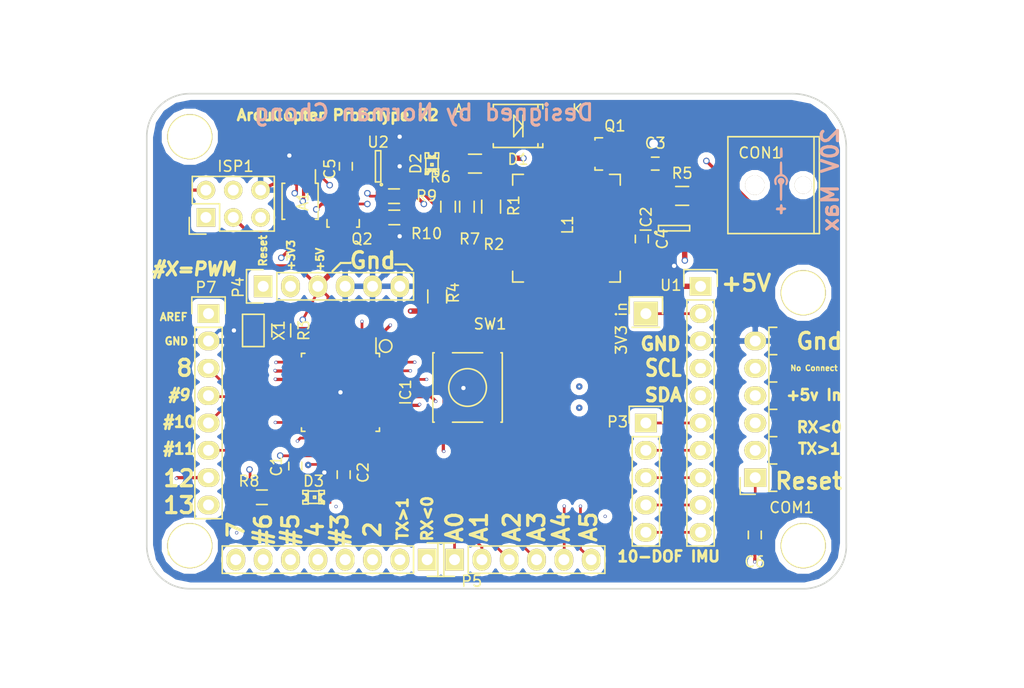
<source format=kicad_pcb>
(kicad_pcb (version 4) (host pcbnew "(after 2015-may-25 BZR unknown)-product")

  (general
    (links 116)
    (no_connects 1)
    (area 136.424999 70.924999 201.579998 117.075001)
    (thickness 1.6)
    (drawings 61)
    (tracks 473)
    (zones 0)
    (modules 43)
    (nets 51)
  )

  (page A4)
  (layers
    (0 F.Cu power)
    (1 In1.Cu signal)
    (2 In2.Cu signal)
    (31 B.Cu power)
    (32 B.Adhes user)
    (33 F.Adhes user)
    (34 B.Paste user)
    (35 F.Paste user)
    (36 B.SilkS user)
    (37 F.SilkS user)
    (38 B.Mask user)
    (39 F.Mask user)
    (40 Dwgs.User user)
    (41 Cmts.User user)
    (42 Eco1.User user)
    (43 Eco2.User user)
    (44 Edge.Cuts user)
    (45 Margin user)
    (46 B.CrtYd user)
    (47 F.CrtYd user)
    (48 B.Fab user)
    (49 F.Fab user)
  )

  (setup
    (last_trace_width 0.5)
    (user_trace_width 0.25)
    (user_trace_width 0.3)
    (user_trace_width 0.5)
    (user_trace_width 1)
    (user_trace_width 3)
    (trace_clearance 0.2)
    (zone_clearance 0.508)
    (zone_45_only no)
    (trace_min 0.2)
    (segment_width 0.2)
    (edge_width 0.15)
    (via_size 0.6)
    (via_drill 0.4)
    (via_min_size 0.2)
    (via_min_drill 0.2)
    (user_via 0.4 0.3)
    (user_via 1 0.8)
    (user_via 3 1.5)
    (uvia_size 0.3)
    (uvia_drill 0.1)
    (uvias_allowed no)
    (uvia_min_size 0.1)
    (uvia_min_drill 0.08)
    (pcb_text_width 0.3)
    (pcb_text_size 1.5 1.5)
    (mod_edge_width 0.15)
    (mod_text_size 1 1)
    (mod_text_width 0.15)
    (pad_size 1.524 1.524)
    (pad_drill 0.762)
    (pad_to_mask_clearance 0.2)
    (aux_axis_origin 0 0)
    (visible_elements 7FFFFFFF)
    (pcbplotparams
      (layerselection 0x3fcff_80000007)
      (usegerberextensions true)
      (usegerberattributes true)
      (excludeedgelayer true)
      (linewidth 0.100000)
      (plotframeref false)
      (viasonmask false)
      (mode 1)
      (useauxorigin false)
      (hpglpennumber 1)
      (hpglpenspeed 20)
      (hpglpendiameter 15)
      (hpglpenoverlay 2)
      (psnegative false)
      (psa4output false)
      (plotreference true)
      (plotvalue true)
      (plotinvisibletext false)
      (padsonsilk false)
      (subtractmaskfromsilk false)
      (outputformat 1)
      (mirror false)
      (drillshape 0)
      (scaleselection 1)
      (outputdirectory C:/Users/Normano/Documents/arduinoquad/Gerber/))
  )

  (net 0 "")
  (net 1 +5v)
  (net 2 /Neg)
  (net 3 /AREF)
  (net 4 "Net-(C4-Pad1)")
  (net 5 "Net-(C4-Pad2)")
  (net 6 /+3V3)
  (net 7 /RESET)
  (net 8 /01)
  (net 9 /O0)
  (net 10 GND)
  (net 11 "Net-(D2-Pad1)")
  (net 12 /AD4/SDA)
  (net 13 /AD5/SCL)
  (net 14 /O3)
  (net 15 /O4)
  (net 16 /O5)
  (net 17 /06)
  (net 18 /07)
  (net 19 /O8)
  (net 20 /O9)
  (net 21 /SS)
  (net 22 /MOSI)
  (net 23 /MISO)
  (net 24 /SCK)
  (net 25 /AD0)
  (net 26 /AD1)
  (net 27 /AD2)
  (net 28 /AD3)
  (net 29 /O2)
  (net 30 "Net-(IC2-Pad3)")
  (net 31 "Net-(IC2-Pad4)")
  (net 32 "Net-(P2-Pad1)")
  (net 33 "Net-(P3-Pad1)")
  (net 34 "Net-(P3-Pad2)")
  (net 35 "Net-(P3-Pad3)")
  (net 36 "Net-(P3-Pad4)")
  (net 37 "Net-(P3-Pad5)")
  (net 38 "Net-(IC1-Pad19)")
  (net 39 "Net-(IC1-Pad22)")
  (net 40 "Net-(U2-Pad4)")
  (net 41 "Net-(COM1-Pad5)")
  (net 42 "Net-(A1-Pad1)")
  (net 43 "Net-(A1-Pad3)")
  (net 44 "Net-(A1-Pad6)")
  (net 45 /Vin)
  (net 46 /USB5V)
  (net 47 "Net-(D3-Pad2)")
  (net 48 /XTAL1)
  (net 49 /XTAL2)
  (net 50 "Net-(C6-Pad2)")

  (net_class Default "This is the default net class."
    (clearance 0.2)
    (trace_width 0.5)
    (via_dia 0.6)
    (via_drill 0.4)
    (uvia_dia 0.3)
    (uvia_drill 0.1)
    (add_net /USB5V)
    (add_net /Vin)
    (add_net /XTAL1)
    (add_net /XTAL2)
    (add_net "Net-(A1-Pad1)")
    (add_net "Net-(A1-Pad3)")
    (add_net "Net-(A1-Pad6)")
    (add_net "Net-(C6-Pad2)")
    (add_net "Net-(COM1-Pad5)")
    (add_net "Net-(D3-Pad2)")
    (add_net "Net-(IC1-Pad19)")
    (add_net "Net-(IC1-Pad22)")
    (add_net "Net-(U2-Pad4)")
  )

  (net_class Power ""
    (clearance 0.2)
    (trace_width 0.5)
    (via_dia 0.6)
    (via_drill 0.4)
    (uvia_dia 0.3)
    (uvia_drill 0.1)
    (add_net +5v)
    (add_net /+3V3)
    (add_net /Neg)
    (add_net GND)
    (add_net "Net-(IC2-Pad3)")
  )

  (net_class Signal ""
    (clearance 0.2)
    (trace_width 0.3)
    (via_dia 0.3)
    (via_drill 0.2)
    (uvia_dia 0.1)
    (uvia_drill 0.08)
    (add_net /01)
    (add_net /06)
    (add_net /07)
    (add_net /AD0)
    (add_net /AD1)
    (add_net /AD2)
    (add_net /AD3)
    (add_net /AD4/SDA)
    (add_net /AD5/SCL)
    (add_net /AREF)
    (add_net /MISO)
    (add_net /MOSI)
    (add_net /O0)
    (add_net /O2)
    (add_net /O3)
    (add_net /O4)
    (add_net /O5)
    (add_net /O8)
    (add_net /O9)
    (add_net /RESET)
    (add_net /SCK)
    (add_net /SS)
    (add_net "Net-(C4-Pad1)")
    (add_net "Net-(C4-Pad2)")
    (add_net "Net-(D2-Pad1)")
    (add_net "Net-(IC2-Pad4)")
    (add_net "Net-(P2-Pad1)")
    (add_net "Net-(P3-Pad1)")
    (add_net "Net-(P3-Pad2)")
    (add_net "Net-(P3-Pad3)")
    (add_net "Net-(P3-Pad4)")
    (add_net "Net-(P3-Pad5)")
  )

  (module SW_SPST_FSM1LP (layer F.Cu) (tedit 55660E71) (tstamp 55636234)
    (at 166.31 98.3 90)
    (descr "C&K Components ")
    (tags "SPST Button Switch")
    (path /554837FD)
    (fp_text reference SW1 (at 5.9 2.09 180) (layer F.SilkS)
      (effects (font (size 1 1) (thickness 0.15)))
    )
    (fp_text value SW_PUSH (at -0.63 4.25 90) (layer F.Fab)
      (effects (font (size 1 1) (thickness 0.15)))
    )
    (fp_circle (center 0 0) (end 1.75 -0.05) (layer F.SilkS) (width 0.15))
    (fp_line (start 5.05 3.4) (end 5.05 -3.4) (layer F.CrtYd) (width 0.05))
    (fp_line (start -5.05 -3.4) (end -5.05 3.4) (layer F.CrtYd) (width 0.05))
    (fp_line (start -5.05 3.4) (end 5.05 3.4) (layer F.CrtYd) (width 0.05))
    (fp_line (start -5.05 -3.4) (end 5.05 -3.4) (layer F.CrtYd) (width 0.05))
    (fp_line (start 3.225 -3.225) (end 3.225 -3.1) (layer F.SilkS) (width 0.15))
    (fp_line (start 3.225 3.225) (end 3.225 3.1) (layer F.SilkS) (width 0.15))
    (fp_line (start -3.225 3.225) (end -3.225 3.1) (layer F.SilkS) (width 0.15))
    (fp_line (start -3.225 -3.1) (end -3.225 -3.225) (layer F.SilkS) (width 0.15))
    (fp_line (start 3.225 -1.4) (end 3.225 1.4) (layer F.SilkS) (width 0.15))
    (fp_line (start -3.225 -3.225) (end 3.225 -3.225) (layer F.SilkS) (width 0.15))
    (fp_line (start -3.225 -1.4) (end -3.225 1.4) (layer F.SilkS) (width 0.15))
    (fp_line (start -3.225 3.225) (end 3.225 3.225) (layer F.SilkS) (width 0.15))
    (pad 2 smd rect (at -4.205 2.25 90) (size 1.6 1.4) (layers F.Cu F.Paste F.Mask)
      (net 2 /Neg))
    (pad 1 smd rect (at -4.205 -2.25 90) (size 1.6 1.4) (layers F.Cu F.Paste F.Mask)
      (net 7 /RESET))
    (pad 1 smd rect (at 4.205 -2.25 90) (size 1.6 1.4) (layers F.Cu F.Paste F.Mask)
      (net 7 /RESET))
    (pad 2 smd rect (at 4.205 2.25 90) (size 1.6 1.4) (layers F.Cu F.Paste F.Mask)
      (net 2 /Neg))
    (pad 3 smd rect (at 4.205 0 90) (size 1.6 1.4) (layers F.Cu F.Paste F.Mask)
      (net 2 /Neg))
  )

  (module Socket_Strips:Socket_Strip_Angled_1x06 (layer F.Cu) (tedit 55C05B9B) (tstamp 5563616C)
    (at 193.04 106.68 90)
    (descr "Through hole socket strip")
    (tags "socket strip")
    (path /554A02B6)
    (fp_text reference COM1 (at -2.78 3.38 180) (layer F.SilkS)
      (effects (font (size 1 1) (thickness 0.15)))
    )
    (fp_text value CONN_01X06 (at 0 -2.75 90) (layer F.Fab)
      (effects (font (size 1 1) (thickness 0.15)))
    )
    (fp_line (start -1.75 -1.5) (end -1.75 10.6) (layer F.CrtYd) (width 0.05))
    (fp_line (start 14.45 -1.5) (end 14.45 10.6) (layer F.CrtYd) (width 0.05))
    (fp_line (start -1.75 -1.5) (end 14.45 -1.5) (layer F.CrtYd) (width 0.05))
    (fp_line (start -1.75 10.6) (end 14.45 10.6) (layer F.CrtYd) (width 0.05))
    (fp_line (start 13.97 2) (end 13.97 1.27) (layer F.SilkS) (width 0.15))
    (fp_line (start 11.43 1.27) (end 13.97 1.27) (layer F.SilkS) (width 0.15))
    (fp_line (start 8.89 1.27) (end 11.43 1.27) (layer F.SilkS) (width 0.15))
    (fp_line (start 11.43 2) (end 11.43 1.27) (layer F.SilkS) (width 0.15))
    (fp_line (start 8.89 2) (end 8.89 1.27) (layer F.SilkS) (width 0.15))
    (fp_line (start 6.35 1.27) (end 8.89 1.27) (layer F.SilkS) (width 0.15))
    (fp_line (start 3.81 1.27) (end 6.35 1.27) (layer F.SilkS) (width 0.15))
    (fp_line (start 6.35 2) (end 6.35 1.27) (layer F.SilkS) (width 0.15))
    (fp_line (start 3.81 2) (end 3.81 1.27) (layer F.SilkS) (width 0.15))
    (fp_line (start 1.27 1.27) (end 1.27 2) (layer F.SilkS) (width 0.15))
    (fp_line (start 1.27 1.27) (end 3.81 1.27) (layer F.SilkS) (width 0.15))
    (fp_line (start -1.27 1.27) (end 1.27 1.27) (layer F.SilkS) (width 0.15))
    (fp_line (start 0 -1.4) (end -1.55 -1.4) (layer F.SilkS) (width 0.15))
    (fp_line (start -1.55 -1.4) (end -1.55 0) (layer F.SilkS) (width 0.15))
    (fp_line (start -1.27 1.27) (end -1.27 2) (layer F.SilkS) (width 0.15))
    (pad 1 thru_hole rect (at 0 0 90) (size 1.7272 2.032) (drill 1.016) (layers *.Cu *.Mask F.SilkS)
      (net 50 "Net-(C6-Pad2)"))
    (pad 2 thru_hole oval (at 2.54 0 90) (size 1.7272 2.032) (drill 1.016) (layers *.Cu *.Mask F.SilkS)
      (net 8 /01))
    (pad 3 thru_hole oval (at 5.08 0 90) (size 1.7272 2.032) (drill 1.016) (layers *.Cu *.Mask F.SilkS)
      (net 9 /O0))
    (pad 4 thru_hole oval (at 7.62 0 90) (size 1.7272 2.032) (drill 1.016) (layers *.Cu *.Mask F.SilkS)
      (net 46 /USB5V))
    (pad 5 thru_hole oval (at 10.16 0 90) (size 1.7272 2.032) (drill 1.016) (layers *.Cu *.Mask F.SilkS)
      (net 41 "Net-(COM1-Pad5)"))
    (pad 6 thru_hole oval (at 12.7 0 90) (size 1.7272 2.032) (drill 1.016) (layers *.Cu *.Mask F.SilkS)
      (net 2 /Neg))
    (model Socket_Strips.3dshapes/Socket_Strip_Angled_1x06.wrl
      (at (xyz 0.25 0 0))
      (scale (xyz 1 1 1))
      (rotate (xyz 0 0 180))
    )
  )

  (module Connect:BARREL_JACK_SMD_2.1MMx5.5 (layer F.Cu) (tedit 5564F80C) (tstamp 55636173)
    (at 197.5 79.5 180)
    (descr "DC Barrel Jack")
    (tags "Power Jack")
    (path /5561357E)
    (fp_text reference CON1 (at 4 3 360) (layer F.SilkS)
      (effects (font (size 1 1) (thickness 0.15)))
    )
    (fp_text value BARREL_JACK (at 0 -5.99948 180) (layer F.Fab)
      (effects (font (size 1 1) (thickness 0.15)))
    )
    (fp_line (start 7 4.5) (end -1.5 4.5) (layer F.SilkS) (width 0.15))
    (fp_line (start -1.5 -4.5) (end 7 -4.5) (layer F.SilkS) (width 0.15))
    (fp_line (start -1 4.5) (end -1 -4.5) (layer F.SilkS) (width 0.15))
    (fp_line (start -1.5 -4.5) (end -1.5 4.5) (layer F.SilkS) (width 0.15))
    (fp_line (start 7.00024 4.50088) (end 7.00024 -4.50088) (layer F.SilkS) (width 0.15))
    (pad 3 smd rect (at 6.1 5.7 180) (size 2.8 2.4) (layers F.Cu F.Paste F.Mask)
      (net 10 GND))
    (pad 1 smd rect (at 0 -5.7 180) (size 2.8 2.4) (layers F.Cu F.Paste F.Mask)
      (net 45 /Vin))
    (pad 2 smd rect (at 0 5.7 180) (size 2.8 2.4) (layers F.Cu F.Paste F.Mask)
      (net 10 GND))
    (pad 4 thru_hole circle (at 0 0 180) (size 1.6 1.6) (drill 1.6) (layers *.Cu *.Mask F.SilkS))
    (pad 5 thru_hole circle (at 4.5 0 180) (size 1.8 1.8) (drill 1.8) (layers *.Cu *.Mask F.SilkS))
    (pad 1 smd rect (at 6.1 -5.7 180) (size 2.8 2.4) (layers F.Cu F.Paste F.Mask)
      (net 45 /Vin))
  )

  (module Hole_4mm (layer F.Cu) (tedit 55653493) (tstamp 55669860)
    (at 140.5 75)
    (fp_text reference REF** (at 0 0) (layer F.SilkS)
      (effects (font (size 1 1) (thickness 0.15)))
    )
    (fp_text value Hole_4mm (at -2.3254 -6.08472) (layer F.Fab)
      (effects (font (size 1 1) (thickness 0.15)))
    )
    (pad 1 thru_hole circle (at 0 0) (size 4.2 4.2) (drill 4) (layers *.Cu *.Mask F.SilkS))
  )

  (module Hole_4mm (layer F.Cu) (tedit 5563D80A) (tstamp 5566984C)
    (at 200.5 89.5)
    (fp_text reference REF** (at -3 0) (layer F.SilkS)
      (effects (font (size 1 1) (thickness 0.15)))
    )
    (fp_text value Hole_4mm (at -0.1 -4.2) (layer F.Fab)
      (effects (font (size 1 1) (thickness 0.15)))
    )
    (pad 1 thru_hole circle (at -3 0) (size 4.2 4.2) (drill 4) (layers *.Cu *.Mask F.SilkS))
  )

  (module Hole_4mm (layer F.Cu) (tedit 5563D80A) (tstamp 556BFC65)
    (at 200.5 113)
    (fp_text reference REF** (at -3 0) (layer F.SilkS)
      (effects (font (size 1 1) (thickness 0.15)))
    )
    (fp_text value Hole_4mm (at -0.1 -4.2) (layer F.Fab)
      (effects (font (size 1 1) (thickness 0.15)))
    )
    (pad 1 thru_hole circle (at -3 0) (size 4.2 4.2) (drill 4) (layers *.Cu *.Mask F.SilkS))
  )

  (module Hole_4mm (layer F.Cu) (tedit 5563B29A) (tstamp 556BFC37)
    (at 140.5 113)
    (fp_text reference REF** (at -0.075 0.375) (layer F.SilkS)
      (effects (font (size 1 1) (thickness 0.15)))
    )
    (fp_text value Hole_4mm (at -0.1 -4.2) (layer F.Fab)
      (effects (font (size 1 1) (thickness 0.15)))
    )
    (pad 1 thru_hole circle (at 0 0) (size 4.2 4.2) (drill 4) (layers *.Cu *.Mask F.SilkS))
  )

  (module Diodes_SMD:Diode-SMB_Handsoldering (layer F.Cu) (tedit 55C184BC) (tstamp 55636179)
    (at 171 74 180)
    (descr "Diode SMB Handsoldering")
    (tags "Diode SMB Handsoldering")
    (path /555A2E63)
    (attr smd)
    (fp_text reference D1 (at 0 -3.1 180) (layer F.SilkS)
      (effects (font (size 1 1) (thickness 0.15)))
    )
    (fp_text value D_Schottky_Small (at 0.1 4.75 180) (layer F.Fab)
      (effects (font (size 1 1) (thickness 0.15)))
    )
    (fp_line (start -4.7 -2.25) (end 4.7 -2.25) (layer F.CrtYd) (width 0.05))
    (fp_line (start 4.7 -2.25) (end 4.7 2.25) (layer F.CrtYd) (width 0.05))
    (fp_line (start 4.7 2.25) (end -4.7 2.25) (layer F.CrtYd) (width 0.05))
    (fp_line (start -4.7 2.25) (end -4.7 -2.25) (layer F.CrtYd) (width 0.05))
    (fp_line (start -0.44958 0) (end 0.39878 -1.00076) (layer F.SilkS) (width 0.15))
    (fp_line (start 0.39878 -1.00076) (end 0.39878 1.00076) (layer F.SilkS) (width 0.15))
    (fp_line (start 0.39878 1.00076) (end -0.44958 0) (layer F.SilkS) (width 0.15))
    (fp_line (start -0.44958 0) (end -0.44958 1.00076) (layer F.SilkS) (width 0.15))
    (fp_line (start -0.44958 0) (end -0.44958 -1.00076) (layer F.SilkS) (width 0.15))
    (fp_text user K (at -5.5 1.5 180) (layer F.SilkS)
      (effects (font (size 1 1) (thickness 0.15)))
    )
    (fp_text user A (at 5.5 1.5 180) (layer F.SilkS)
      (effects (font (size 1 1) (thickness 0.15)))
    )
    (fp_line (start -2.30632 1.8) (end -2.30632 1.6002) (layer F.SilkS) (width 0.15))
    (fp_line (start -1.84928 1.8) (end -1.84928 1.601) (layer F.SilkS) (width 0.15))
    (fp_line (start 2.30124 1.8) (end 2.30124 1.651) (layer F.SilkS) (width 0.15))
    (fp_line (start -2.30124 -1.8) (end -2.30124 -1.651) (layer F.SilkS) (width 0.15))
    (fp_line (start -1.84928 -1.8) (end -1.84928 -1.651) (layer F.SilkS) (width 0.15))
    (fp_line (start 2.30124 -1.8) (end 2.30124 -1.651) (layer F.SilkS) (width 0.15))
    (fp_line (start -1.84928 1.94898) (end -1.84928 1.75086) (layer F.SilkS) (width 0.15))
    (fp_line (start -1.84928 -1.99898) (end -1.84928 -1.80086) (layer F.SilkS) (width 0.15))
    (fp_line (start 2.29616 1.99644) (end 2.29616 1.79832) (layer F.SilkS) (width 0.15))
    (fp_line (start -2.30632 1.99644) (end 2.29616 1.99644) (layer F.SilkS) (width 0.15))
    (fp_line (start -2.30632 1.99644) (end -2.30632 1.79832) (layer F.SilkS) (width 0.15))
    (fp_line (start -2.30124 -1.99898) (end -2.30124 -1.80086) (layer F.SilkS) (width 0.15))
    (fp_line (start -2.30124 -1.99898) (end 2.30124 -1.99898) (layer F.SilkS) (width 0.15))
    (fp_line (start 2.30124 -1.99898) (end 2.30124 -1.80086) (layer F.SilkS) (width 0.15))
    (pad 2 smd rect (at -2.70002 0 180) (size 3.50012 2.30124) (layers F.Cu F.Paste F.Mask)
      (net 4 "Net-(C4-Pad1)"))
    (pad 1 smd rect (at 2.70002 0 180) (size 3.50012 2.30124) (layers F.Cu F.Paste F.Mask)
      (net 2 /Neg))
    (model Diodes_SMD.3dshapes/Diode-SMB_Handsoldering.wrl
      (at (xyz 0 0 0))
      (scale (xyz 0.3937 0.3937 0.3937))
      (rotate (xyz 0 0 180))
    )
  )

  (module Capacitors_SMD:C_0603_HandSoldering (layer F.Cu) (tedit 5563A45A) (tstamp 5563614A)
    (at 150.3 105.6 270)
    (descr "Capacitor SMD 0603, hand soldering")
    (tags "capacitor 0603")
    (path /5548236B)
    (attr smd)
    (fp_text reference C1 (at 0 1.75 270) (layer F.SilkS)
      (effects (font (size 1 1) (thickness 0.15)))
    )
    (fp_text value 100nf (at 0 1.9 270) (layer F.Fab)
      (effects (font (size 1 1) (thickness 0.15)))
    )
    (fp_line (start -1.85 -0.75) (end 1.85 -0.75) (layer F.CrtYd) (width 0.05))
    (fp_line (start -1.85 0.75) (end 1.85 0.75) (layer F.CrtYd) (width 0.05))
    (fp_line (start -1.85 -0.75) (end -1.85 0.75) (layer F.CrtYd) (width 0.05))
    (fp_line (start 1.85 -0.75) (end 1.85 0.75) (layer F.CrtYd) (width 0.05))
    (fp_line (start -0.35 -0.6) (end 0.35 -0.6) (layer F.SilkS) (width 0.15))
    (fp_line (start 0.35 0.6) (end -0.35 0.6) (layer F.SilkS) (width 0.15))
    (pad 1 smd rect (at -0.95 0 270) (size 1.2 0.75) (layers F.Cu F.Paste F.Mask)
      (net 1 +5v))
    (pad 2 smd rect (at 0.95 0 270) (size 1.2 0.75) (layers F.Cu F.Paste F.Mask)
      (net 2 /Neg))
    (model Capacitors_SMD.3dshapes/C_0603_HandSoldering.wrl
      (at (xyz 0 0 0))
      (scale (xyz 1 1 1))
      (rotate (xyz 0 0 0))
    )
  )

  (module Capacitors_SMD:C_0603_HandSoldering (layer F.Cu) (tedit 55C29BB5) (tstamp 55636150)
    (at 154.8 106.4 270)
    (descr "Capacitor SMD 0603, hand soldering")
    (tags "capacitor 0603")
    (path /55484CE4)
    (attr smd)
    (fp_text reference C2 (at -0.2 -1.8 270) (layer F.SilkS)
      (effects (font (size 1 1) (thickness 0.15)))
    )
    (fp_text value 100nf (at 0 1.9 270) (layer F.Fab)
      (effects (font (size 1 1) (thickness 0.15)))
    )
    (fp_line (start -1.85 -0.75) (end 1.85 -0.75) (layer F.CrtYd) (width 0.05))
    (fp_line (start -1.85 0.75) (end 1.85 0.75) (layer F.CrtYd) (width 0.05))
    (fp_line (start -1.85 -0.75) (end -1.85 0.75) (layer F.CrtYd) (width 0.05))
    (fp_line (start 1.85 -0.75) (end 1.85 0.75) (layer F.CrtYd) (width 0.05))
    (fp_line (start -0.35 -0.6) (end 0.35 -0.6) (layer F.SilkS) (width 0.15))
    (fp_line (start 0.35 0.6) (end -0.35 0.6) (layer F.SilkS) (width 0.15))
    (pad 1 smd rect (at -0.95 0 270) (size 1.2 0.75) (layers F.Cu F.Paste F.Mask)
      (net 3 /AREF))
    (pad 2 smd rect (at 0.95 0 270) (size 1.2 0.75) (layers F.Cu F.Paste F.Mask)
      (net 2 /Neg))
    (model Capacitors_SMD.3dshapes/C_0603_HandSoldering.wrl
      (at (xyz 0 0 0))
      (scale (xyz 1 1 1))
      (rotate (xyz 0 0 0))
    )
  )

  (module Capacitors_SMD:C_0603_HandSoldering (layer F.Cu) (tedit 541A9B4D) (tstamp 55636156)
    (at 183.75 77.5)
    (descr "Capacitor SMD 0603, hand soldering")
    (tags "capacitor 0603")
    (path /555A2C27)
    (attr smd)
    (fp_text reference C3 (at 0 -1.9) (layer F.SilkS)
      (effects (font (size 1 1) (thickness 0.15)))
    )
    (fp_text value 4.7uF (at 0 1.9) (layer F.Fab)
      (effects (font (size 1 1) (thickness 0.15)))
    )
    (fp_line (start -1.85 -0.75) (end 1.85 -0.75) (layer F.CrtYd) (width 0.05))
    (fp_line (start -1.85 0.75) (end 1.85 0.75) (layer F.CrtYd) (width 0.05))
    (fp_line (start -1.85 -0.75) (end -1.85 0.75) (layer F.CrtYd) (width 0.05))
    (fp_line (start 1.85 -0.75) (end 1.85 0.75) (layer F.CrtYd) (width 0.05))
    (fp_line (start -0.35 -0.6) (end 0.35 -0.6) (layer F.SilkS) (width 0.15))
    (fp_line (start 0.35 0.6) (end -0.35 0.6) (layer F.SilkS) (width 0.15))
    (pad 1 smd rect (at -0.95 0) (size 1.2 0.75) (layers F.Cu F.Paste F.Mask)
      (net 45 /Vin))
    (pad 2 smd rect (at 0.95 0) (size 1.2 0.75) (layers F.Cu F.Paste F.Mask)
      (net 2 /Neg))
    (model Capacitors_SMD.3dshapes/C_0603_HandSoldering.wrl
      (at (xyz 0 0 0))
      (scale (xyz 1 1 1))
      (rotate (xyz 0 0 0))
    )
  )

  (module Capacitors_SMD:C_0603_HandSoldering (layer F.Cu) (tedit 541A9B4D) (tstamp 5563615C)
    (at 182.5 84.5 270)
    (descr "Capacitor SMD 0603, hand soldering")
    (tags "capacitor 0603")
    (path /555A2C7A)
    (attr smd)
    (fp_text reference C4 (at 0 -1.9 270) (layer F.SilkS)
      (effects (font (size 1 1) (thickness 0.15)))
    )
    (fp_text value 100nF (at 0 1.9 270) (layer F.Fab)
      (effects (font (size 1 1) (thickness 0.15)))
    )
    (fp_line (start -1.85 -0.75) (end 1.85 -0.75) (layer F.CrtYd) (width 0.05))
    (fp_line (start -1.85 0.75) (end 1.85 0.75) (layer F.CrtYd) (width 0.05))
    (fp_line (start -1.85 -0.75) (end -1.85 0.75) (layer F.CrtYd) (width 0.05))
    (fp_line (start 1.85 -0.75) (end 1.85 0.75) (layer F.CrtYd) (width 0.05))
    (fp_line (start -0.35 -0.6) (end 0.35 -0.6) (layer F.SilkS) (width 0.15))
    (fp_line (start 0.35 0.6) (end -0.35 0.6) (layer F.SilkS) (width 0.15))
    (pad 1 smd rect (at -0.95 0 270) (size 1.2 0.75) (layers F.Cu F.Paste F.Mask)
      (net 4 "Net-(C4-Pad1)"))
    (pad 2 smd rect (at 0.95 0 270) (size 1.2 0.75) (layers F.Cu F.Paste F.Mask)
      (net 5 "Net-(C4-Pad2)"))
    (model Capacitors_SMD.3dshapes/C_0603_HandSoldering.wrl
      (at (xyz 0 0 0))
      (scale (xyz 1 1 1))
      (rotate (xyz 0 0 0))
    )
  )

  (module Capacitors_SMD:C_0603_HandSoldering (layer F.Cu) (tedit 55C17A50) (tstamp 55636162)
    (at 155 77.75 90)
    (descr "Capacitor SMD 0603, hand soldering")
    (tags "capacitor 0603")
    (path /55582E27)
    (attr smd)
    (fp_text reference C5 (at -0.25 -1.5 90) (layer F.SilkS)
      (effects (font (size 1 1) (thickness 0.15)))
    )
    (fp_text value 1uF (at 0 1.9 90) (layer F.Fab)
      (effects (font (size 1 1) (thickness 0.15)))
    )
    (fp_line (start -1.85 -0.75) (end 1.85 -0.75) (layer F.CrtYd) (width 0.05))
    (fp_line (start -1.85 0.75) (end 1.85 0.75) (layer F.CrtYd) (width 0.05))
    (fp_line (start -1.85 -0.75) (end -1.85 0.75) (layer F.CrtYd) (width 0.05))
    (fp_line (start 1.85 -0.75) (end 1.85 0.75) (layer F.CrtYd) (width 0.05))
    (fp_line (start -0.35 -0.6) (end 0.35 -0.6) (layer F.SilkS) (width 0.15))
    (fp_line (start 0.35 0.6) (end -0.35 0.6) (layer F.SilkS) (width 0.15))
    (pad 1 smd rect (at -0.95 0 90) (size 1.2 0.75) (layers F.Cu F.Paste F.Mask)
      (net 6 /+3V3))
    (pad 2 smd rect (at 0.95 0 90) (size 1.2 0.75) (layers F.Cu F.Paste F.Mask)
      (net 2 /Neg))
    (model Capacitors_SMD.3dshapes/C_0603_HandSoldering.wrl
      (at (xyz 0 0 0))
      (scale (xyz 1 1 1))
      (rotate (xyz 0 0 0))
    )
  )

  (module LEDs:LED-0805 (layer F.Cu) (tedit 55653590) (tstamp 5563617F)
    (at 163 77.5 90)
    (descr "LED 0805 smd package")
    (tags "LED 0805 SMD")
    (path /5560C449)
    (attr smd)
    (fp_text reference D2 (at 0 -1.5 90) (layer F.SilkS)
      (effects (font (size 1 1) (thickness 0.15)))
    )
    (fp_text value LED (at 0 1.27 90) (layer F.Fab)
      (effects (font (size 1 1) (thickness 0.15)))
    )
    (fp_line (start -0.49784 0.29972) (end -0.49784 0.62484) (layer F.SilkS) (width 0.15))
    (fp_line (start -0.49784 0.62484) (end -0.99822 0.62484) (layer F.SilkS) (width 0.15))
    (fp_line (start -0.99822 0.29972) (end -0.99822 0.62484) (layer F.SilkS) (width 0.15))
    (fp_line (start -0.49784 0.29972) (end -0.99822 0.29972) (layer F.SilkS) (width 0.15))
    (fp_line (start -0.49784 -0.32258) (end -0.49784 -0.17272) (layer F.SilkS) (width 0.15))
    (fp_line (start -0.49784 -0.17272) (end -0.7493 -0.17272) (layer F.SilkS) (width 0.15))
    (fp_line (start -0.7493 -0.32258) (end -0.7493 -0.17272) (layer F.SilkS) (width 0.15))
    (fp_line (start -0.49784 -0.32258) (end -0.7493 -0.32258) (layer F.SilkS) (width 0.15))
    (fp_line (start -0.49784 0.17272) (end -0.49784 0.32258) (layer F.SilkS) (width 0.15))
    (fp_line (start -0.49784 0.32258) (end -0.7493 0.32258) (layer F.SilkS) (width 0.15))
    (fp_line (start -0.7493 0.17272) (end -0.7493 0.32258) (layer F.SilkS) (width 0.15))
    (fp_line (start -0.49784 0.17272) (end -0.7493 0.17272) (layer F.SilkS) (width 0.15))
    (fp_line (start -0.49784 -0.19812) (end -0.49784 0.19812) (layer F.SilkS) (width 0.15))
    (fp_line (start -0.49784 0.19812) (end -0.6731 0.19812) (layer F.SilkS) (width 0.15))
    (fp_line (start -0.6731 -0.19812) (end -0.6731 0.19812) (layer F.SilkS) (width 0.15))
    (fp_line (start -0.49784 -0.19812) (end -0.6731 -0.19812) (layer F.SilkS) (width 0.15))
    (fp_line (start 0.99822 0.29972) (end 0.99822 0.62484) (layer F.SilkS) (width 0.15))
    (fp_line (start 0.99822 0.62484) (end 0.49784 0.62484) (layer F.SilkS) (width 0.15))
    (fp_line (start 0.49784 0.29972) (end 0.49784 0.62484) (layer F.SilkS) (width 0.15))
    (fp_line (start 0.99822 0.29972) (end 0.49784 0.29972) (layer F.SilkS) (width 0.15))
    (fp_line (start 0.99822 -0.62484) (end 0.99822 -0.29972) (layer F.SilkS) (width 0.15))
    (fp_line (start 0.99822 -0.29972) (end 0.49784 -0.29972) (layer F.SilkS) (width 0.15))
    (fp_line (start 0.49784 -0.62484) (end 0.49784 -0.29972) (layer F.SilkS) (width 0.15))
    (fp_line (start 0.99822 -0.62484) (end 0.49784 -0.62484) (layer F.SilkS) (width 0.15))
    (fp_line (start 0.7493 0.17272) (end 0.7493 0.32258) (layer F.SilkS) (width 0.15))
    (fp_line (start 0.7493 0.32258) (end 0.49784 0.32258) (layer F.SilkS) (width 0.15))
    (fp_line (start 0.49784 0.17272) (end 0.49784 0.32258) (layer F.SilkS) (width 0.15))
    (fp_line (start 0.7493 0.17272) (end 0.49784 0.17272) (layer F.SilkS) (width 0.15))
    (fp_line (start 0.7493 -0.32258) (end 0.7493 -0.17272) (layer F.SilkS) (width 0.15))
    (fp_line (start 0.7493 -0.17272) (end 0.49784 -0.17272) (layer F.SilkS) (width 0.15))
    (fp_line (start 0.49784 -0.32258) (end 0.49784 -0.17272) (layer F.SilkS) (width 0.15))
    (fp_line (start 0.7493 -0.32258) (end 0.49784 -0.32258) (layer F.SilkS) (width 0.15))
    (fp_line (start 0.6731 -0.19812) (end 0.6731 0.19812) (layer F.SilkS) (width 0.15))
    (fp_line (start 0.6731 0.19812) (end 0.49784 0.19812) (layer F.SilkS) (width 0.15))
    (fp_line (start 0.49784 -0.19812) (end 0.49784 0.19812) (layer F.SilkS) (width 0.15))
    (fp_line (start 0.6731 -0.19812) (end 0.49784 -0.19812) (layer F.SilkS) (width 0.15))
    (fp_line (start 0 -0.09906) (end 0 0.09906) (layer F.SilkS) (width 0.15))
    (fp_line (start 0 0.09906) (end -0.19812 0.09906) (layer F.SilkS) (width 0.15))
    (fp_line (start -0.19812 -0.09906) (end -0.19812 0.09906) (layer F.SilkS) (width 0.15))
    (fp_line (start 0 -0.09906) (end -0.19812 -0.09906) (layer F.SilkS) (width 0.15))
    (fp_line (start -0.49784 -0.59944) (end -0.49784 -0.29972) (layer F.SilkS) (width 0.15))
    (fp_line (start -0.49784 -0.29972) (end -0.79756 -0.29972) (layer F.SilkS) (width 0.15))
    (fp_line (start -0.79756 -0.59944) (end -0.79756 -0.29972) (layer F.SilkS) (width 0.15))
    (fp_line (start -0.49784 -0.59944) (end -0.79756 -0.59944) (layer F.SilkS) (width 0.15))
    (fp_line (start -0.92456 -0.62484) (end -0.92456 -0.39878) (layer F.SilkS) (width 0.15))
    (fp_line (start -0.92456 -0.39878) (end -0.99822 -0.39878) (layer F.SilkS) (width 0.15))
    (fp_line (start -0.99822 -0.62484) (end -0.99822 -0.39878) (layer F.SilkS) (width 0.15))
    (fp_line (start -0.92456 -0.62484) (end -0.99822 -0.62484) (layer F.SilkS) (width 0.15))
    (fp_line (start -0.52324 0.57404) (end 0.52324 0.57404) (layer F.SilkS) (width 0.15))
    (fp_line (start 0.49784 -0.57404) (end -0.92456 -0.57404) (layer F.SilkS) (width 0.15))
    (fp_circle (center -0.84836 -0.44958) (end -0.89916 -0.50038) (layer F.SilkS) (width 0.15))
    (fp_arc (start -0.99822 0) (end -0.99822 0.34798) (angle -180) (layer F.SilkS) (width 0.15))
    (fp_arc (start 0.99822 0) (end 0.99822 -0.34798) (angle -180) (layer F.SilkS) (width 0.15))
    (pad 2 smd rect (at 1.04902 0 270) (size 1.19888 1.19888) (layers F.Cu F.Paste F.Mask)
      (net 2 /Neg))
    (pad 1 smd rect (at -1.04902 0 270) (size 1.19888 1.19888) (layers F.Cu F.Paste F.Mask)
      (net 11 "Net-(D2-Pad1)"))
  )

  (module Housings_SOT-23_SOT-143_TSOT-6:SOT-23-6 (layer F.Cu) (tedit 5563D92A) (tstamp 556361B6)
    (at 185.5 83.5 90)
    (descr "6-pin SOT-23 package")
    (tags SOT-23-6)
    (path /555A28A8)
    (attr smd)
    (fp_text reference IC2 (at 0.8 -2.6 90) (layer F.SilkS)
      (effects (font (size 1 1) (thickness 0.15)))
    )
    (fp_text value AOZ1282CI (at 0 2.9 90) (layer F.Fab)
      (effects (font (size 1 1) (thickness 0.15)))
    )
    (fp_circle (center -0.4 -1.7) (end -0.3 -1.7) (layer F.SilkS) (width 0.15))
    (fp_line (start 0.25 -1.45) (end -0.25 -1.45) (layer F.SilkS) (width 0.15))
    (fp_line (start 0.25 1.45) (end 0.25 -1.45) (layer F.SilkS) (width 0.15))
    (fp_line (start -0.25 1.45) (end 0.25 1.45) (layer F.SilkS) (width 0.15))
    (fp_line (start -0.25 -1.45) (end -0.25 1.45) (layer F.SilkS) (width 0.15))
    (pad 1 smd rect (at -1.1 -0.95 90) (size 1.06 0.65) (layers F.Cu F.Paste F.Mask)
      (net 5 "Net-(C4-Pad2)"))
    (pad 2 smd rect (at -1.1 0 90) (size 1.06 0.65) (layers F.Cu F.Paste F.Mask)
      (net 2 /Neg))
    (pad 3 smd rect (at -1.1 0.95 90) (size 1.06 0.65) (layers F.Cu F.Paste F.Mask)
      (net 30 "Net-(IC2-Pad3)"))
    (pad 4 smd rect (at 1.1 0.95 90) (size 1.06 0.65) (layers F.Cu F.Paste F.Mask)
      (net 31 "Net-(IC2-Pad4)"))
    (pad 6 smd rect (at 1.1 -0.95 90) (size 1.06 0.65) (layers F.Cu F.Paste F.Mask)
      (net 4 "Net-(C4-Pad1)"))
    (pad 5 smd rect (at 1.1 0 90) (size 1.06 0.65) (layers F.Cu F.Paste F.Mask)
      (net 45 /Vin))
    (model Housings_SOT-23_SOT-143_TSOT-6.3dshapes/SOT-23-6.wrl
      (at (xyz 0 0 0))
      (scale (xyz 1 1 1))
      (rotate (xyz 0 0 0))
    )
  )

  (module Inductors:WE-PD_SMD_Shielded_Power_Inductor (layer F.Cu) (tedit 5563A426) (tstamp 556361BC)
    (at 175.5 83.5 90)
    (path /555A2EB3)
    (fp_text reference L1 (at 0.3 0.1 90) (layer F.SilkS)
      (effects (font (size 1 1) (thickness 0.15)))
    )
    (fp_text value 22uH (at 0 -7 90) (layer F.Fab)
      (effects (font (size 1 1) (thickness 0.15)))
    )
    (fp_line (start -5 -5) (end -5 -4) (layer F.SilkS) (width 0.15))
    (fp_line (start -5 -5) (end -4 -5) (layer F.SilkS) (width 0.15))
    (fp_line (start -5 4) (end -5 5) (layer F.SilkS) (width 0.15))
    (fp_line (start -5 5) (end -4 5) (layer F.SilkS) (width 0.15))
    (fp_line (start 5 5) (end 4 5) (layer F.SilkS) (width 0.15))
    (fp_line (start 5 5) (end 5 4) (layer F.SilkS) (width 0.15))
    (fp_line (start 5 -5) (end 5 -4) (layer F.SilkS) (width 0.15))
    (fp_line (start 5 -5) (end 4 -5) (layer F.SilkS) (width 0.15))
    (pad 1 smd rect (at 0 4.5 90) (size 3.5 2) (layers F.Cu F.Paste F.Mask)
      (net 4 "Net-(C4-Pad1)"))
    (pad 2 smd rect (at 0 -4.5 90) (size 3.5 2) (layers F.Cu F.Paste F.Mask)
      (net 1 +5v))
  )

  (module Pin_Headers:Pin_Header_Straight_1x01 (layer F.Cu) (tedit 5564F5B3) (tstamp 556361C6)
    (at 182.88 91.44)
    (descr "Through hole pin header")
    (tags "pin header")
    (path /5549C948)
    (fp_text reference "3V3 in" (at -2.28 1.36 90) (layer F.SilkS)
      (effects (font (size 1 1) (thickness 0.15)))
    )
    (fp_text value CONN_01X01 (at 0 -3.1) (layer F.Fab)
      (effects (font (size 1 1) (thickness 0.15)))
    )
    (fp_line (start 1.55 -1.55) (end 1.55 0) (layer F.SilkS) (width 0.15))
    (fp_line (start -1.75 -1.75) (end -1.75 1.75) (layer F.CrtYd) (width 0.05))
    (fp_line (start 1.75 -1.75) (end 1.75 1.75) (layer F.CrtYd) (width 0.05))
    (fp_line (start -1.75 -1.75) (end 1.75 -1.75) (layer F.CrtYd) (width 0.05))
    (fp_line (start -1.75 1.75) (end 1.75 1.75) (layer F.CrtYd) (width 0.05))
    (fp_line (start -1.55 0) (end -1.55 -1.55) (layer F.SilkS) (width 0.15))
    (fp_line (start -1.55 -1.55) (end 1.55 -1.55) (layer F.SilkS) (width 0.15))
    (fp_line (start -1.27 1.27) (end 1.27 1.27) (layer F.SilkS) (width 0.15))
    (pad 1 thru_hole rect (at 0 0) (size 2.2352 2.2352) (drill 1.016) (layers *.Cu *.Mask F.SilkS)
      (net 32 "Net-(P2-Pad1)"))
    (model Pin_Headers.3dshapes/Pin_Header_Straight_1x01.wrl
      (at (xyz 0 0 0))
      (scale (xyz 1 1 1))
      (rotate (xyz 0 0 90))
    )
  )

  (module Pin_Headers:Pin_Header_Straight_1x05 (layer F.Cu) (tedit 5564F2B8) (tstamp 556361CF)
    (at 182.88 101.6)
    (descr "Through hole pin header")
    (tags "pin header")
    (path /5549CA44)
    (fp_text reference P3 (at -2.63 -0.1) (layer F.SilkS)
      (effects (font (size 1 1) (thickness 0.15)))
    )
    (fp_text value CONN_01X05 (at 0.5 -5.06) (layer F.Fab)
      (effects (font (size 1 1) (thickness 0.15)))
    )
    (fp_line (start -1.55 0) (end -1.55 -1.55) (layer F.SilkS) (width 0.15))
    (fp_line (start -1.55 -1.55) (end 1.55 -1.55) (layer F.SilkS) (width 0.15))
    (fp_line (start 1.55 -1.55) (end 1.55 0) (layer F.SilkS) (width 0.15))
    (fp_line (start -1.75 -1.75) (end -1.75 11.95) (layer F.CrtYd) (width 0.05))
    (fp_line (start 1.75 -1.75) (end 1.75 11.95) (layer F.CrtYd) (width 0.05))
    (fp_line (start -1.75 -1.75) (end 1.75 -1.75) (layer F.CrtYd) (width 0.05))
    (fp_line (start -1.75 11.95) (end 1.75 11.95) (layer F.CrtYd) (width 0.05))
    (fp_line (start 1.27 1.27) (end 1.27 11.43) (layer F.SilkS) (width 0.15))
    (fp_line (start 1.27 11.43) (end -1.27 11.43) (layer F.SilkS) (width 0.15))
    (fp_line (start -1.27 11.43) (end -1.27 1.27) (layer F.SilkS) (width 0.15))
    (fp_line (start 1.27 1.27) (end -1.27 1.27) (layer F.SilkS) (width 0.15))
    (pad 1 thru_hole rect (at 0 0) (size 2.032 1.7272) (drill 1.016) (layers *.Cu *.Mask F.SilkS)
      (net 33 "Net-(P3-Pad1)"))
    (pad 2 thru_hole oval (at 0 2.54) (size 2.032 1.7272) (drill 1.016) (layers *.Cu *.Mask F.SilkS)
      (net 34 "Net-(P3-Pad2)"))
    (pad 3 thru_hole oval (at 0 5.08) (size 2.032 1.7272) (drill 1.016) (layers *.Cu *.Mask F.SilkS)
      (net 35 "Net-(P3-Pad3)"))
    (pad 4 thru_hole oval (at 0 7.62) (size 2.032 1.7272) (drill 1.016) (layers *.Cu *.Mask F.SilkS)
      (net 36 "Net-(P3-Pad4)"))
    (pad 5 thru_hole oval (at 0 10.16) (size 2.032 1.7272) (drill 1.016) (layers *.Cu *.Mask F.SilkS)
      (net 37 "Net-(P3-Pad5)"))
    (model Pin_Headers.3dshapes/Pin_Header_Straight_1x05.wrl
      (at (xyz 0 -0.2 0))
      (scale (xyz 1 1 1))
      (rotate (xyz 0 0 90))
    )
  )

  (module Pin_Headers:Pin_Header_Straight_1x06 (layer F.Cu) (tedit 55652FF0) (tstamp 556361D9)
    (at 147.32 88.9 90)
    (descr "Through hole pin header")
    (tags "pin header")
    (path /55637BE1)
    (fp_text reference P4 (at -0.1 -2.32 90) (layer F.SilkS)
      (effects (font (size 1 1) (thickness 0.15)))
    )
    (fp_text value CONN_01X06 (at 0 -3.1 180) (layer F.Fab)
      (effects (font (size 1 1) (thickness 0.15)))
    )
    (fp_line (start -1.75 -1.75) (end -1.75 14.45) (layer F.CrtYd) (width 0.05))
    (fp_line (start 1.75 -1.75) (end 1.75 14.45) (layer F.CrtYd) (width 0.05))
    (fp_line (start -1.75 -1.75) (end 1.75 -1.75) (layer F.CrtYd) (width 0.05))
    (fp_line (start -1.75 14.45) (end 1.75 14.45) (layer F.CrtYd) (width 0.05))
    (fp_line (start 1.27 1.27) (end 1.27 13.97) (layer F.SilkS) (width 0.15))
    (fp_line (start 1.27 13.97) (end -1.27 13.97) (layer F.SilkS) (width 0.15))
    (fp_line (start -1.27 13.97) (end -1.27 1.27) (layer F.SilkS) (width 0.15))
    (fp_line (start 1.55 -1.55) (end 1.55 0) (layer F.SilkS) (width 0.15))
    (fp_line (start 1.27 1.27) (end -1.27 1.27) (layer F.SilkS) (width 0.15))
    (fp_line (start -1.55 0) (end -1.55 -1.55) (layer F.SilkS) (width 0.15))
    (fp_line (start -1.55 -1.55) (end 1.55 -1.55) (layer F.SilkS) (width 0.15))
    (pad 1 thru_hole rect (at 0 0 90) (size 2.032 1.7272) (drill 1.016) (layers *.Cu *.Mask F.SilkS)
      (net 7 /RESET))
    (pad 2 thru_hole oval (at 0 2.54 90) (size 2.032 1.7272) (drill 1.016) (layers *.Cu *.Mask F.SilkS)
      (net 6 /+3V3))
    (pad 3 thru_hole oval (at 0 5.08 90) (size 2.032 1.7272) (drill 1.016) (layers *.Cu *.Mask F.SilkS)
      (net 1 +5v))
    (pad 4 thru_hole oval (at 0 7.62 90) (size 2.032 1.7272) (drill 1.016) (layers *.Cu *.Mask F.SilkS)
      (net 2 /Neg))
    (pad 5 thru_hole oval (at 0 10.16 90) (size 2.032 1.7272) (drill 1.016) (layers *.Cu *.Mask F.SilkS)
      (net 2 /Neg))
    (pad 6 thru_hole oval (at 0 12.7 90) (size 2.032 1.7272) (drill 1.016) (layers *.Cu *.Mask F.SilkS)
      (net 2 /Neg))
    (model Pin_Headers.3dshapes/Pin_Header_Straight_1x06.wrl
      (at (xyz 0 -0.25 0))
      (scale (xyz 1 1 1))
      (rotate (xyz 0 0 90))
    )
  )

  (module Pin_Headers:Pin_Header_Straight_1x08 (layer F.Cu) (tedit 5564F1D9) (tstamp 556361E5)
    (at 162.56 114.3 270)
    (descr "Through hole pin header")
    (tags "pin header")
    (path /55637385)
    (fp_text reference P5 (at 2 -4.14 360) (layer F.SilkS)
      (effects (font (size 1 1) (thickness 0.15)))
    )
    (fp_text value CONN_01X08 (at 0 -3.1 270) (layer F.Fab)
      (effects (font (size 1 1) (thickness 0.15)))
    )
    (fp_line (start -1.75 -1.75) (end -1.75 19.55) (layer F.CrtYd) (width 0.05))
    (fp_line (start 1.75 -1.75) (end 1.75 19.55) (layer F.CrtYd) (width 0.05))
    (fp_line (start -1.75 -1.75) (end 1.75 -1.75) (layer F.CrtYd) (width 0.05))
    (fp_line (start -1.75 19.55) (end 1.75 19.55) (layer F.CrtYd) (width 0.05))
    (fp_line (start 1.27 1.27) (end 1.27 19.05) (layer F.SilkS) (width 0.15))
    (fp_line (start 1.27 19.05) (end -1.27 19.05) (layer F.SilkS) (width 0.15))
    (fp_line (start -1.27 19.05) (end -1.27 1.27) (layer F.SilkS) (width 0.15))
    (fp_line (start 1.55 -1.55) (end 1.55 0) (layer F.SilkS) (width 0.15))
    (fp_line (start 1.27 1.27) (end -1.27 1.27) (layer F.SilkS) (width 0.15))
    (fp_line (start -1.55 0) (end -1.55 -1.55) (layer F.SilkS) (width 0.15))
    (fp_line (start -1.55 -1.55) (end 1.55 -1.55) (layer F.SilkS) (width 0.15))
    (pad 1 thru_hole rect (at 0 0 270) (size 2.032 1.7272) (drill 1.016) (layers *.Cu *.Mask F.SilkS)
      (net 9 /O0))
    (pad 2 thru_hole oval (at 0 2.54 270) (size 2.032 1.7272) (drill 1.016) (layers *.Cu *.Mask F.SilkS)
      (net 8 /01))
    (pad 3 thru_hole oval (at 0 5.08 270) (size 2.032 1.7272) (drill 1.016) (layers *.Cu *.Mask F.SilkS)
      (net 29 /O2))
    (pad 4 thru_hole oval (at 0 7.62 270) (size 2.032 1.7272) (drill 1.016) (layers *.Cu *.Mask F.SilkS)
      (net 14 /O3))
    (pad 5 thru_hole oval (at 0 10.16 270) (size 2.032 1.7272) (drill 1.016) (layers *.Cu *.Mask F.SilkS)
      (net 15 /O4))
    (pad 6 thru_hole oval (at 0 12.7 270) (size 2.032 1.7272) (drill 1.016) (layers *.Cu *.Mask F.SilkS)
      (net 16 /O5))
    (pad 7 thru_hole oval (at 0 15.24 270) (size 2.032 1.7272) (drill 1.016) (layers *.Cu *.Mask F.SilkS)
      (net 17 /06))
    (pad 8 thru_hole oval (at 0 17.78 270) (size 2.032 1.7272) (drill 1.016) (layers *.Cu *.Mask F.SilkS)
      (net 18 /07))
    (model Pin_Headers.3dshapes/Pin_Header_Straight_1x08.wrl
      (at (xyz 0 -0.35 0))
      (scale (xyz 1 1 1))
      (rotate (xyz 0 0 90))
    )
  )

  (module Pin_Headers:Pin_Header_Straight_1x06 (layer F.Cu) (tedit 0) (tstamp 556361EF)
    (at 165.1 114.3 90)
    (descr "Through hole pin header")
    (tags "pin header")
    (path /5563758C)
    (fp_text reference P6 (at 0 -5.1 90) (layer F.SilkS)
      (effects (font (size 1 1) (thickness 0.15)))
    )
    (fp_text value CONN_01X06 (at 0 -3.1 90) (layer F.Fab)
      (effects (font (size 1 1) (thickness 0.15)))
    )
    (fp_line (start -1.75 -1.75) (end -1.75 14.45) (layer F.CrtYd) (width 0.05))
    (fp_line (start 1.75 -1.75) (end 1.75 14.45) (layer F.CrtYd) (width 0.05))
    (fp_line (start -1.75 -1.75) (end 1.75 -1.75) (layer F.CrtYd) (width 0.05))
    (fp_line (start -1.75 14.45) (end 1.75 14.45) (layer F.CrtYd) (width 0.05))
    (fp_line (start 1.27 1.27) (end 1.27 13.97) (layer F.SilkS) (width 0.15))
    (fp_line (start 1.27 13.97) (end -1.27 13.97) (layer F.SilkS) (width 0.15))
    (fp_line (start -1.27 13.97) (end -1.27 1.27) (layer F.SilkS) (width 0.15))
    (fp_line (start 1.55 -1.55) (end 1.55 0) (layer F.SilkS) (width 0.15))
    (fp_line (start 1.27 1.27) (end -1.27 1.27) (layer F.SilkS) (width 0.15))
    (fp_line (start -1.55 0) (end -1.55 -1.55) (layer F.SilkS) (width 0.15))
    (fp_line (start -1.55 -1.55) (end 1.55 -1.55) (layer F.SilkS) (width 0.15))
    (pad 1 thru_hole rect (at 0 0 90) (size 2.032 1.7272) (drill 1.016) (layers *.Cu *.Mask F.SilkS)
      (net 25 /AD0))
    (pad 2 thru_hole oval (at 0 2.54 90) (size 2.032 1.7272) (drill 1.016) (layers *.Cu *.Mask F.SilkS)
      (net 26 /AD1))
    (pad 3 thru_hole oval (at 0 5.08 90) (size 2.032 1.7272) (drill 1.016) (layers *.Cu *.Mask F.SilkS)
      (net 27 /AD2))
    (pad 4 thru_hole oval (at 0 7.62 90) (size 2.032 1.7272) (drill 1.016) (layers *.Cu *.Mask F.SilkS)
      (net 28 /AD3))
    (pad 5 thru_hole oval (at 0 10.16 90) (size 2.032 1.7272) (drill 1.016) (layers *.Cu *.Mask F.SilkS)
      (net 12 /AD4/SDA))
    (pad 6 thru_hole oval (at 0 12.7 90) (size 2.032 1.7272) (drill 1.016) (layers *.Cu *.Mask F.SilkS)
      (net 13 /AD5/SCL))
    (model Pin_Headers.3dshapes/Pin_Header_Straight_1x06.wrl
      (at (xyz 0 -0.25 0))
      (scale (xyz 1 1 1))
      (rotate (xyz 0 0 90))
    )
  )

  (module Pin_Headers:Pin_Header_Straight_1x08 (layer F.Cu) (tedit 5565382C) (tstamp 556361FB)
    (at 142.24 91.44)
    (descr "Through hole pin header")
    (tags "pin header")
    (path /556377EC)
    (fp_text reference P7 (at -0.24 -2.44) (layer F.SilkS)
      (effects (font (size 1 1) (thickness 0.15)))
    )
    (fp_text value CONN_01X08 (at 0 -3.1) (layer F.Fab)
      (effects (font (size 1 1) (thickness 0.15)))
    )
    (fp_line (start -1.75 -1.75) (end -1.75 19.55) (layer F.CrtYd) (width 0.05))
    (fp_line (start 1.75 -1.75) (end 1.75 19.55) (layer F.CrtYd) (width 0.05))
    (fp_line (start -1.75 -1.75) (end 1.75 -1.75) (layer F.CrtYd) (width 0.05))
    (fp_line (start -1.75 19.55) (end 1.75 19.55) (layer F.CrtYd) (width 0.05))
    (fp_line (start 1.27 1.27) (end 1.27 19.05) (layer F.SilkS) (width 0.15))
    (fp_line (start 1.27 19.05) (end -1.27 19.05) (layer F.SilkS) (width 0.15))
    (fp_line (start -1.27 19.05) (end -1.27 1.27) (layer F.SilkS) (width 0.15))
    (fp_line (start 1.55 -1.55) (end 1.55 0) (layer F.SilkS) (width 0.15))
    (fp_line (start 1.27 1.27) (end -1.27 1.27) (layer F.SilkS) (width 0.15))
    (fp_line (start -1.55 0) (end -1.55 -1.55) (layer F.SilkS) (width 0.15))
    (fp_line (start -1.55 -1.55) (end 1.55 -1.55) (layer F.SilkS) (width 0.15))
    (pad 1 thru_hole rect (at 0 0) (size 2.032 1.7272) (drill 1.016) (layers *.Cu *.Mask F.SilkS)
      (net 3 /AREF))
    (pad 2 thru_hole oval (at 0 2.54) (size 2.032 1.7272) (drill 1.016) (layers *.Cu *.Mask F.SilkS)
      (net 2 /Neg))
    (pad 3 thru_hole oval (at 0 5.08) (size 2.032 1.7272) (drill 1.016) (layers *.Cu *.Mask F.SilkS)
      (net 19 /O8))
    (pad 4 thru_hole oval (at 0 7.62) (size 2.032 1.7272) (drill 1.016) (layers *.Cu *.Mask F.SilkS)
      (net 20 /O9))
    (pad 5 thru_hole oval (at 0 10.16) (size 2.032 1.7272) (drill 1.016) (layers *.Cu *.Mask F.SilkS)
      (net 21 /SS))
    (pad 6 thru_hole oval (at 0 12.7) (size 2.032 1.7272) (drill 1.016) (layers *.Cu *.Mask F.SilkS)
      (net 22 /MOSI))
    (pad 7 thru_hole oval (at 0 15.24) (size 2.032 1.7272) (drill 1.016) (layers *.Cu *.Mask F.SilkS)
      (net 23 /MISO))
    (pad 8 thru_hole oval (at 0 17.78) (size 2.032 1.7272) (drill 1.016) (layers *.Cu *.Mask F.SilkS)
      (net 24 /SCK))
    (model Pin_Headers.3dshapes/Pin_Header_Straight_1x08.wrl
      (at (xyz 0 -0.35 0))
      (scale (xyz 1 1 1))
      (rotate (xyz 0 0 90))
    )
  )

  (module Housings_SOT-23_SOT-143_TSOT-6:SOT-23_Handsoldering (layer F.Cu) (tedit 5563D938) (tstamp 55636202)
    (at 178.8 76.6 90)
    (descr "SOT-23, Handsoldering")
    (tags SOT-23)
    (path /55620D37)
    (attr smd)
    (fp_text reference Q1 (at 2.6 1.2 180) (layer F.SilkS)
      (effects (font (size 1 1) (thickness 0.15)))
    )
    (fp_text value AO3404A (at 0 3.81 90) (layer F.Fab)
      (effects (font (size 1 1) (thickness 0.15)))
    )
    (fp_line (start -1.49982 0.0508) (end -1.49982 -0.65024) (layer F.SilkS) (width 0.15))
    (fp_line (start -1.49982 -0.65024) (end -1.2509 -0.65024) (layer F.SilkS) (width 0.15))
    (fp_line (start 1.29916 -0.65024) (end 1.49982 -0.65024) (layer F.SilkS) (width 0.15))
    (fp_line (start 1.49982 -0.65024) (end 1.49982 0.0508) (layer F.SilkS) (width 0.15))
    (pad 1 smd rect (at -0.95 1.50114 90) (size 0.8001 1.80086) (layers F.Cu F.Paste F.Mask)
      (net 45 /Vin))
    (pad 2 smd rect (at 0.95 1.50114 90) (size 0.8001 1.80086) (layers F.Cu F.Paste F.Mask)
      (net 2 /Neg))
    (pad 3 smd rect (at 0 -1.50114 90) (size 0.8001 1.80086) (layers F.Cu F.Paste F.Mask)
      (net 10 GND))
    (model Housings_SOT-23_SOT-143_TSOT-6.3dshapes/SOT-23_Handsoldering.wrl
      (at (xyz 0 0 0))
      (scale (xyz 1 1 1))
      (rotate (xyz 0 0 0))
    )
  )

  (module Resistors_SMD:R_0805_HandSoldering (layer F.Cu) (tedit 5563A6B9) (tstamp 55636208)
    (at 168.5 81.5 90)
    (descr "Resistor SMD 0805, hand soldering")
    (tags "resistor 0805")
    (path /555A2F10)
    (attr smd)
    (fp_text reference R1 (at 0.1 2.1 90) (layer F.SilkS)
      (effects (font (size 1 1) (thickness 0.15)))
    )
    (fp_text value 49.9K (at 0 2.1 90) (layer F.Fab)
      (effects (font (size 1 1) (thickness 0.15)))
    )
    (fp_line (start -2.4 -1) (end 2.4 -1) (layer F.CrtYd) (width 0.05))
    (fp_line (start -2.4 1) (end 2.4 1) (layer F.CrtYd) (width 0.05))
    (fp_line (start -2.4 -1) (end -2.4 1) (layer F.CrtYd) (width 0.05))
    (fp_line (start 2.4 -1) (end 2.4 1) (layer F.CrtYd) (width 0.05))
    (fp_line (start 0.6 0.875) (end -0.6 0.875) (layer F.SilkS) (width 0.15))
    (fp_line (start -0.6 -0.875) (end 0.6 -0.875) (layer F.SilkS) (width 0.15))
    (pad 1 smd rect (at -1.35 0 90) (size 1.5 1.3) (layers F.Cu F.Paste F.Mask)
      (net 1 +5v))
    (pad 2 smd rect (at 1.35 0 90) (size 1.5 1.3) (layers F.Cu F.Paste F.Mask)
      (net 30 "Net-(IC2-Pad3)"))
    (model Resistors_SMD.3dshapes/R_0805_HandSoldering.wrl
      (at (xyz 0 0 0))
      (scale (xyz 1 1 1))
      (rotate (xyz 0 0 0))
    )
  )

  (module Resistors_SMD:R_0805_HandSoldering (layer F.Cu) (tedit 55C174C3) (tstamp 5563620E)
    (at 167 77.5 180)
    (descr "Resistor SMD 0805, hand soldering")
    (tags "resistor 0805")
    (path /555A2F72)
    (attr smd)
    (fp_text reference R2 (at -1.75 -7.5 180) (layer F.SilkS)
      (effects (font (size 1 1) (thickness 0.15)))
    )
    (fp_text value 9.53k (at 0 2.1 180) (layer F.Fab)
      (effects (font (size 1 1) (thickness 0.15)))
    )
    (fp_line (start -2.4 -1) (end 2.4 -1) (layer F.CrtYd) (width 0.05))
    (fp_line (start -2.4 1) (end 2.4 1) (layer F.CrtYd) (width 0.05))
    (fp_line (start -2.4 -1) (end -2.4 1) (layer F.CrtYd) (width 0.05))
    (fp_line (start 2.4 -1) (end 2.4 1) (layer F.CrtYd) (width 0.05))
    (fp_line (start 0.6 0.875) (end -0.6 0.875) (layer F.SilkS) (width 0.15))
    (fp_line (start -0.6 -0.875) (end 0.6 -0.875) (layer F.SilkS) (width 0.15))
    (pad 1 smd rect (at -1.35 0 180) (size 1.5 1.3) (layers F.Cu F.Paste F.Mask)
      (net 30 "Net-(IC2-Pad3)"))
    (pad 2 smd rect (at 1.35 0 180) (size 1.5 1.3) (layers F.Cu F.Paste F.Mask)
      (net 2 /Neg))
    (model Resistors_SMD.3dshapes/R_0805_HandSoldering.wrl
      (at (xyz 0 0 0))
      (scale (xyz 1 1 1))
      (rotate (xyz 0 0 0))
    )
  )

  (module Resistors_SMD:R_0805_HandSoldering (layer F.Cu) (tedit 54189DEE) (tstamp 55636214)
    (at 149 93 270)
    (descr "Resistor SMD 0805, hand soldering")
    (tags "resistor 0805")
    (path /55483278)
    (attr smd)
    (fp_text reference R3 (at 0 -2.1 270) (layer F.SilkS)
      (effects (font (size 1 1) (thickness 0.15)))
    )
    (fp_text value 1M (at 0 2.1 270) (layer F.Fab)
      (effects (font (size 1 1) (thickness 0.15)))
    )
    (fp_line (start -2.4 -1) (end 2.4 -1) (layer F.CrtYd) (width 0.05))
    (fp_line (start -2.4 1) (end 2.4 1) (layer F.CrtYd) (width 0.05))
    (fp_line (start -2.4 -1) (end -2.4 1) (layer F.CrtYd) (width 0.05))
    (fp_line (start 2.4 -1) (end 2.4 1) (layer F.CrtYd) (width 0.05))
    (fp_line (start 0.6 0.875) (end -0.6 0.875) (layer F.SilkS) (width 0.15))
    (fp_line (start -0.6 -0.875) (end 0.6 -0.875) (layer F.SilkS) (width 0.15))
    (pad 1 smd rect (at -1.35 0 270) (size 1.5 1.3) (layers F.Cu F.Paste F.Mask)
      (net 48 /XTAL1))
    (pad 2 smd rect (at 1.35 0 270) (size 1.5 1.3) (layers F.Cu F.Paste F.Mask)
      (net 49 /XTAL2))
    (model Resistors_SMD.3dshapes/R_0805_HandSoldering.wrl
      (at (xyz 0 0 0))
      (scale (xyz 1 1 1))
      (rotate (xyz 0 0 0))
    )
  )

  (module Resistors_SMD:R_0805_HandSoldering (layer F.Cu) (tedit 55C17A60) (tstamp 5563621A)
    (at 163.49 89.84 270)
    (descr "Resistor SMD 0805, hand soldering")
    (tags "resistor 0805")
    (path /554841F8)
    (attr smd)
    (fp_text reference R4 (at -0.34 -1.51 270) (layer F.SilkS)
      (effects (font (size 1 1) (thickness 0.15)))
    )
    (fp_text value 10K (at 0 2.1 270) (layer F.Fab)
      (effects (font (size 1 1) (thickness 0.15)))
    )
    (fp_line (start -2.4 -1) (end 2.4 -1) (layer F.CrtYd) (width 0.05))
    (fp_line (start -2.4 1) (end 2.4 1) (layer F.CrtYd) (width 0.05))
    (fp_line (start -2.4 -1) (end -2.4 1) (layer F.CrtYd) (width 0.05))
    (fp_line (start 2.4 -1) (end 2.4 1) (layer F.CrtYd) (width 0.05))
    (fp_line (start 0.6 0.875) (end -0.6 0.875) (layer F.SilkS) (width 0.15))
    (fp_line (start -0.6 -0.875) (end 0.6 -0.875) (layer F.SilkS) (width 0.15))
    (pad 1 smd rect (at -1.35 0 270) (size 1.5 1.3) (layers F.Cu F.Paste F.Mask)
      (net 1 +5v))
    (pad 2 smd rect (at 1.35 0 270) (size 1.5 1.3) (layers F.Cu F.Paste F.Mask)
      (net 7 /RESET))
    (model Resistors_SMD.3dshapes/R_0805_HandSoldering.wrl
      (at (xyz 0 0 0))
      (scale (xyz 1 1 1))
      (rotate (xyz 0 0 0))
    )
  )

  (module Resistors_SMD:R_0805_HandSoldering (layer F.Cu) (tedit 54189DEE) (tstamp 55636220)
    (at 186.25 80.5)
    (descr "Resistor SMD 0805, hand soldering")
    (tags "resistor 0805")
    (path /5563C23C)
    (attr smd)
    (fp_text reference R5 (at 0 -2.1) (layer F.SilkS)
      (effects (font (size 1 1) (thickness 0.15)))
    )
    (fp_text value 10K (at 0 2.1) (layer F.Fab)
      (effects (font (size 1 1) (thickness 0.15)))
    )
    (fp_line (start -2.4 -1) (end 2.4 -1) (layer F.CrtYd) (width 0.05))
    (fp_line (start -2.4 1) (end 2.4 1) (layer F.CrtYd) (width 0.05))
    (fp_line (start -2.4 -1) (end -2.4 1) (layer F.CrtYd) (width 0.05))
    (fp_line (start 2.4 -1) (end 2.4 1) (layer F.CrtYd) (width 0.05))
    (fp_line (start 0.6 0.875) (end -0.6 0.875) (layer F.SilkS) (width 0.15))
    (fp_line (start -0.6 -0.875) (end 0.6 -0.875) (layer F.SilkS) (width 0.15))
    (pad 1 smd rect (at -1.35 0) (size 1.5 1.3) (layers F.Cu F.Paste F.Mask)
      (net 45 /Vin))
    (pad 2 smd rect (at 1.35 0) (size 1.5 1.3) (layers F.Cu F.Paste F.Mask)
      (net 31 "Net-(IC2-Pad4)"))
    (model Resistors_SMD.3dshapes/R_0805_HandSoldering.wrl
      (at (xyz 0 0 0))
      (scale (xyz 1 1 1))
      (rotate (xyz 0 0 0))
    )
  )

  (module Resistors_SMD:R_0603_HandSoldering (layer F.Cu) (tedit 5563A6CC) (tstamp 55636226)
    (at 164.5 81.5 270)
    (descr "Resistor SMD 0603, hand soldering")
    (tags "resistor 0603")
    (path /5560CB7E)
    (attr smd)
    (fp_text reference R6 (at -2.76 0.71 360) (layer F.SilkS)
      (effects (font (size 1 1) (thickness 0.15)))
    )
    (fp_text value 1K (at 0 1.9 270) (layer F.Fab)
      (effects (font (size 1 1) (thickness 0.15)))
    )
    (fp_line (start -2 -0.8) (end 2 -0.8) (layer F.CrtYd) (width 0.05))
    (fp_line (start -2 0.8) (end 2 0.8) (layer F.CrtYd) (width 0.05))
    (fp_line (start -2 -0.8) (end -2 0.8) (layer F.CrtYd) (width 0.05))
    (fp_line (start 2 -0.8) (end 2 0.8) (layer F.CrtYd) (width 0.05))
    (fp_line (start 0.5 0.675) (end -0.5 0.675) (layer F.SilkS) (width 0.15))
    (fp_line (start -0.5 -0.675) (end 0.5 -0.675) (layer F.SilkS) (width 0.15))
    (pad 1 smd rect (at -1.1 0 270) (size 1.2 0.9) (layers F.Cu F.Paste F.Mask)
      (net 11 "Net-(D2-Pad1)"))
    (pad 2 smd rect (at 1.1 0 270) (size 1.2 0.9) (layers F.Cu F.Paste F.Mask)
      (net 1 +5v))
    (model Resistors_SMD.3dshapes/R_0603_HandSoldering.wrl
      (at (xyz 0 0 0))
      (scale (xyz 1 1 1))
      (rotate (xyz 0 0 0))
    )
  )

  (module Resistors_SMD:R_0603_HandSoldering (layer F.Cu) (tedit 55C174C0) (tstamp 5563622C)
    (at 166.25 81.5 270)
    (descr "Resistor SMD 0603, hand soldering")
    (tags "resistor 0603")
    (path /5560CDF9)
    (attr smd)
    (fp_text reference R7 (at 3 -0.25 360) (layer F.SilkS)
      (effects (font (size 1 1) (thickness 0.15)))
    )
    (fp_text value 1K (at 0 1.9 270) (layer F.Fab)
      (effects (font (size 1 1) (thickness 0.15)))
    )
    (fp_line (start -2 -0.8) (end 2 -0.8) (layer F.CrtYd) (width 0.05))
    (fp_line (start -2 0.8) (end 2 0.8) (layer F.CrtYd) (width 0.05))
    (fp_line (start -2 -0.8) (end -2 0.8) (layer F.CrtYd) (width 0.05))
    (fp_line (start 2 -0.8) (end 2 0.8) (layer F.CrtYd) (width 0.05))
    (fp_line (start 0.5 0.675) (end -0.5 0.675) (layer F.SilkS) (width 0.15))
    (fp_line (start -0.5 -0.675) (end 0.5 -0.675) (layer F.SilkS) (width 0.15))
    (pad 1 smd rect (at -1.1 0 270) (size 1.2 0.9) (layers F.Cu F.Paste F.Mask)
      (net 11 "Net-(D2-Pad1)"))
    (pad 2 smd rect (at 1.1 0 270) (size 1.2 0.9) (layers F.Cu F.Paste F.Mask)
      (net 1 +5v))
    (model Resistors_SMD.3dshapes/R_0603_HandSoldering.wrl
      (at (xyz 0 0 0))
      (scale (xyz 1 1 1))
      (rotate (xyz 0 0 0))
    )
  )

  (module Pin_Headers:Pin_Header_Straight_1x10 (layer F.Cu) (tedit 5564F33A) (tstamp 55636242)
    (at 187.96 88.9)
    (descr "Through hole pin header")
    (tags "pin header")
    (path /5549B0CD)
    (fp_text reference U1 (at -2.76 -0.1) (layer F.SilkS)
      (effects (font (size 1 1) (thickness 0.15)))
    )
    (fp_text value CONN_01X10 (at 0 -3.1) (layer F.Fab)
      (effects (font (size 1 1) (thickness 0.15)))
    )
    (fp_line (start -1.75 -1.75) (end -1.75 24.65) (layer F.CrtYd) (width 0.05))
    (fp_line (start 1.75 -1.75) (end 1.75 24.65) (layer F.CrtYd) (width 0.05))
    (fp_line (start -1.75 -1.75) (end 1.75 -1.75) (layer F.CrtYd) (width 0.05))
    (fp_line (start -1.75 24.65) (end 1.75 24.65) (layer F.CrtYd) (width 0.05))
    (fp_line (start 1.27 1.27) (end 1.27 24.13) (layer F.SilkS) (width 0.15))
    (fp_line (start 1.27 24.13) (end -1.27 24.13) (layer F.SilkS) (width 0.15))
    (fp_line (start -1.27 24.13) (end -1.27 1.27) (layer F.SilkS) (width 0.15))
    (fp_line (start 1.55 -1.55) (end 1.55 0) (layer F.SilkS) (width 0.15))
    (fp_line (start 1.27 1.27) (end -1.27 1.27) (layer F.SilkS) (width 0.15))
    (fp_line (start -1.55 0) (end -1.55 -1.55) (layer F.SilkS) (width 0.15))
    (fp_line (start -1.55 -1.55) (end 1.55 -1.55) (layer F.SilkS) (width 0.15))
    (pad 1 thru_hole rect (at 0 0) (size 2.032 1.7272) (drill 1.016) (layers *.Cu *.Mask F.SilkS)
      (net 1 +5v))
    (pad 2 thru_hole oval (at 0 2.54) (size 2.032 1.7272) (drill 1.016) (layers *.Cu *.Mask F.SilkS)
      (net 32 "Net-(P2-Pad1)"))
    (pad 3 thru_hole oval (at 0 5.08) (size 2.032 1.7272) (drill 1.016) (layers *.Cu *.Mask F.SilkS)
      (net 2 /Neg))
    (pad 4 thru_hole oval (at 0 7.62) (size 2.032 1.7272) (drill 1.016) (layers *.Cu *.Mask F.SilkS)
      (net 13 /AD5/SCL))
    (pad 5 thru_hole oval (at 0 10.16) (size 2.032 1.7272) (drill 1.016) (layers *.Cu *.Mask F.SilkS)
      (net 12 /AD4/SDA))
    (pad 6 thru_hole oval (at 0 12.7) (size 2.032 1.7272) (drill 1.016) (layers *.Cu *.Mask F.SilkS)
      (net 33 "Net-(P3-Pad1)"))
    (pad 7 thru_hole oval (at 0 15.24) (size 2.032 1.7272) (drill 1.016) (layers *.Cu *.Mask F.SilkS)
      (net 34 "Net-(P3-Pad2)"))
    (pad 8 thru_hole oval (at 0 17.78) (size 2.032 1.7272) (drill 1.016) (layers *.Cu *.Mask F.SilkS)
      (net 35 "Net-(P3-Pad3)"))
    (pad 9 thru_hole oval (at 0 20.32) (size 2.032 1.7272) (drill 1.016) (layers *.Cu *.Mask F.SilkS)
      (net 36 "Net-(P3-Pad4)"))
    (pad 10 thru_hole oval (at 0 22.86) (size 2.032 1.7272) (drill 1.016) (layers *.Cu *.Mask F.SilkS)
      (net 37 "Net-(P3-Pad5)"))
    (model Pin_Headers.3dshapes/Pin_Header_Straight_1x10.wrl
      (at (xyz 0 -0.45 0))
      (scale (xyz 1 1 1))
      (rotate (xyz 0 0 90))
    )
  )

  (module Housings_SOT-23_SOT-143_TSOT-6:SOT-23-5 (layer F.Cu) (tedit 55C17A4D) (tstamp 5563624B)
    (at 158 77.75 180)
    (descr "5-pin SOT23 package")
    (tags SOT-23-5)
    (path /554F9801)
    (attr smd)
    (fp_text reference U2 (at 0 2.25 180) (layer F.SilkS)
      (effects (font (size 1 1) (thickness 0.15)))
    )
    (fp_text value LP2985LV (at -0.05 2.35 180) (layer F.Fab)
      (effects (font (size 1 1) (thickness 0.15)))
    )
    (fp_line (start -1.8 -1.6) (end 1.8 -1.6) (layer F.CrtYd) (width 0.05))
    (fp_line (start 1.8 -1.6) (end 1.8 1.6) (layer F.CrtYd) (width 0.05))
    (fp_line (start 1.8 1.6) (end -1.8 1.6) (layer F.CrtYd) (width 0.05))
    (fp_line (start -1.8 1.6) (end -1.8 -1.6) (layer F.CrtYd) (width 0.05))
    (fp_circle (center -0.3 -1.7) (end -0.2 -1.7) (layer F.SilkS) (width 0.15))
    (fp_line (start 0.25 -1.45) (end -0.25 -1.45) (layer F.SilkS) (width 0.15))
    (fp_line (start 0.25 1.45) (end 0.25 -1.45) (layer F.SilkS) (width 0.15))
    (fp_line (start -0.25 1.45) (end 0.25 1.45) (layer F.SilkS) (width 0.15))
    (fp_line (start -0.25 -1.45) (end -0.25 1.45) (layer F.SilkS) (width 0.15))
    (pad 1 smd rect (at -1.1 -0.95 180) (size 1.06 0.65) (layers F.Cu F.Paste F.Mask)
      (net 1 +5v))
    (pad 2 smd rect (at -1.1 0 180) (size 1.06 0.65) (layers F.Cu F.Paste F.Mask)
      (net 2 /Neg))
    (pad 3 smd rect (at -1.1 0.95 180) (size 1.06 0.65) (layers F.Cu F.Paste F.Mask)
      (net 1 +5v))
    (pad 4 smd rect (at 1.1 0.95 180) (size 1.06 0.65) (layers F.Cu F.Paste F.Mask)
      (net 40 "Net-(U2-Pad4)"))
    (pad 5 smd rect (at 1.1 -0.95 180) (size 1.06 0.65) (layers F.Cu F.Paste F.Mask)
      (net 6 /+3V3))
    (model Housings_SOT-23_SOT-143_TSOT-6.3dshapes/SOT-23-5.wrl
      (at (xyz 0 0 0))
      (scale (xyz 0.11 0.11 0.11))
      (rotate (xyz 0 0 90))
    )
  )

  (module Crystals_Oscillators_SMD:CSTCE_V (layer F.Cu) (tedit 55653006) (tstamp 55636252)
    (at 146.4 93 270)
    (path /5546C117)
    (fp_text reference X1 (at 0 -2.4 270) (layer F.SilkS)
      (effects (font (size 1 1) (thickness 0.15)))
    )
    (fp_text value 16MHZ (at 0.5 -1.604 270) (layer F.Fab)
      (effects (font (size 1 1) (thickness 0.15)))
    )
    (fp_line (start -1.5 -1) (end 1.5 -1) (layer F.SilkS) (width 0.15))
    (fp_line (start 1.5 -1) (end 1.5 1) (layer F.SilkS) (width 0.15))
    (fp_line (start 1.5 1) (end -1.5 1) (layer F.SilkS) (width 0.15))
    (fp_line (start -1.5 1) (end -1.5 -1) (layer F.SilkS) (width 0.15))
    (pad 3 smd rect (at 0 0 270) (size 0.3 1.6) (layers F.Cu F.Paste F.Mask)
      (net 2 /Neg))
    (pad 1 smd rect (at -0.95 0 270) (size 0.3 1.6) (layers F.Cu F.Paste F.Mask)
      (net 48 /XTAL1))
    (pad 2 smd rect (at 0.95 0 270) (size 0.3 1.6) (layers F.Cu F.Paste F.Mask)
      (net 49 /XTAL2))
  )

  (module Housings_QFP:TQFP-32_7x7mm_Pitch0.8mm_GND3 (layer F.Cu) (tedit 5561F71C) (tstamp 556361AC)
    (at 154.5 98.75 270)
    (descr "32-Lead Plastic Thin Quad Flatpack (PT) - 7x7x1.0 mm Body, 2.00 mm [TQFP] (see Microchip Packaging Specification 00000049BS.pdf)")
    (tags "QFP 0.8")
    (path /5546BDE3)
    (attr smd)
    (fp_text reference IC1 (at 0 -6.05 270) (layer F.SilkS)
      (effects (font (size 1 1) (thickness 0.15)))
    )
    (fp_text value ATMEGA328P-A (at 0 6.05 270) (layer F.Fab)
      (effects (font (size 1 1) (thickness 0.15)))
    )
    (fp_circle (center -4.3 -4.2) (end -3.8 -4.5) (layer F.SilkS) (width 0.15))
    (fp_line (start -5.3 -5.3) (end -5.3 5.3) (layer F.CrtYd) (width 0.05))
    (fp_line (start 5.3 -5.3) (end 5.3 5.3) (layer F.CrtYd) (width 0.05))
    (fp_line (start -5.3 -5.3) (end 5.3 -5.3) (layer F.CrtYd) (width 0.05))
    (fp_line (start -5.3 5.3) (end 5.3 5.3) (layer F.CrtYd) (width 0.05))
    (fp_line (start -3.625 -3.625) (end -3.625 -3.3) (layer F.SilkS) (width 0.15))
    (fp_line (start 3.625 -3.625) (end 3.625 -3.3) (layer F.SilkS) (width 0.15))
    (fp_line (start 3.625 3.625) (end 3.625 3.3) (layer F.SilkS) (width 0.15))
    (fp_line (start -3.625 3.625) (end -3.625 3.3) (layer F.SilkS) (width 0.15))
    (fp_line (start -3.625 -3.625) (end -3.3 -3.625) (layer F.SilkS) (width 0.15))
    (fp_line (start -3.625 3.625) (end -3.3 3.625) (layer F.SilkS) (width 0.15))
    (fp_line (start 3.625 3.625) (end 3.3 3.625) (layer F.SilkS) (width 0.15))
    (fp_line (start 3.625 -3.625) (end 3.3 -3.625) (layer F.SilkS) (width 0.15))
    (fp_line (start -3.625 -3.3) (end -5.05 -3.3) (layer F.SilkS) (width 0.15))
    (pad 1 smd rect (at -4.25 -2.8 270) (size 1.6 0.55) (layers F.Cu F.Paste F.Mask)
      (net 14 /O3))
    (pad 2 smd rect (at -4.25 -2 270) (size 1.6 0.55) (layers F.Cu F.Paste F.Mask)
      (net 15 /O4))
    (pad 3 smd rect (at -4.25 -1.2 270) (size 1.6 0.55) (layers F.Cu F.Paste F.Mask)
      (net 2 /Neg))
    (pad 4 smd rect (at -4.25 -0.4 270) (size 1.6 0.55) (layers F.Cu F.Paste F.Mask)
      (net 1 +5v))
    (pad 5 smd rect (at -4.25 0.4 270) (size 1.6 0.55) (layers F.Cu F.Paste F.Mask)
      (net 2 /Neg))
    (pad 6 smd rect (at -4.25 1.2 270) (size 1.6 0.55) (layers F.Cu F.Paste F.Mask)
      (net 1 +5v))
    (pad 7 smd rect (at -4.25 2 270) (size 1.6 0.55) (layers F.Cu F.Paste F.Mask)
      (net 48 /XTAL1))
    (pad 8 smd rect (at -4.25 2.8 270) (size 1.6 0.55) (layers F.Cu F.Paste F.Mask)
      (net 49 /XTAL2))
    (pad 9 smd rect (at -2.8 4.25) (size 1.6 0.55) (layers F.Cu F.Paste F.Mask)
      (net 16 /O5))
    (pad 10 smd rect (at -2 4.25) (size 1.6 0.55) (layers F.Cu F.Paste F.Mask)
      (net 17 /06))
    (pad 11 smd rect (at -1.2 4.25) (size 1.6 0.55) (layers F.Cu F.Paste F.Mask)
      (net 18 /07))
    (pad 12 smd rect (at -0.4 4.25) (size 1.6 0.55) (layers F.Cu F.Paste F.Mask)
      (net 19 /O8))
    (pad 13 smd rect (at 0.4 4.25) (size 1.6 0.55) (layers F.Cu F.Paste F.Mask)
      (net 20 /O9))
    (pad 14 smd rect (at 1.2 4.25) (size 1.6 0.55) (layers F.Cu F.Paste F.Mask)
      (net 21 /SS))
    (pad 15 smd rect (at 2 4.25) (size 1.6 0.55) (layers F.Cu F.Paste F.Mask)
      (net 22 /MOSI))
    (pad 16 smd rect (at 2.8 4.25) (size 1.6 0.55) (layers F.Cu F.Paste F.Mask)
      (net 23 /MISO))
    (pad 17 smd rect (at 4.25 2.8 270) (size 1.6 0.55) (layers F.Cu F.Paste F.Mask)
      (net 24 /SCK))
    (pad 18 smd rect (at 4.25 2 270) (size 1.6 0.55) (layers F.Cu F.Paste F.Mask)
      (net 1 +5v))
    (pad 19 smd rect (at 4.25 1.2 270) (size 1.6 0.55) (layers F.Cu F.Paste F.Mask)
      (net 38 "Net-(IC1-Pad19)"))
    (pad 20 smd rect (at 4.25 0.4 270) (size 1.6 0.55) (layers F.Cu F.Paste F.Mask)
      (net 3 /AREF))
    (pad 21 smd rect (at 4.25 -0.4 270) (size 1.6 0.55) (layers F.Cu F.Paste F.Mask)
      (net 2 /Neg))
    (pad 22 smd rect (at 4.25 -1.2 270) (size 1.6 0.55) (layers F.Cu F.Paste F.Mask)
      (net 39 "Net-(IC1-Pad22)"))
    (pad 23 smd rect (at 4.25 -2 270) (size 1.6 0.55) (layers F.Cu F.Paste F.Mask)
      (net 25 /AD0))
    (pad 24 smd rect (at 4.25 -2.8 270) (size 1.6 0.55) (layers F.Cu F.Paste F.Mask)
      (net 26 /AD1))
    (pad 25 smd rect (at 2.8 -4.25) (size 1.6 0.55) (layers F.Cu F.Paste F.Mask)
      (net 27 /AD2))
    (pad 26 smd rect (at 2 -4.25) (size 1.6 0.55) (layers F.Cu F.Paste F.Mask)
      (net 28 /AD3))
    (pad 27 smd rect (at 1.2 -4.25) (size 1.6 0.55) (layers F.Cu F.Paste F.Mask)
      (net 12 /AD4/SDA))
    (pad 28 smd rect (at 0.4 -4.25) (size 1.6 0.55) (layers F.Cu F.Paste F.Mask)
      (net 13 /AD5/SCL))
    (pad 29 smd rect (at -0.4 -4.25) (size 1.6 0.55) (layers F.Cu F.Paste F.Mask)
      (net 7 /RESET))
    (pad 30 smd rect (at -1.2 -4.25) (size 1.6 0.55) (layers F.Cu F.Paste F.Mask)
      (net 9 /O0))
    (pad 31 smd rect (at -2 -4.25) (size 1.6 0.55) (layers F.Cu F.Paste F.Mask)
      (net 8 /01))
    (pad 32 smd rect (at -2.8 -4.25) (size 1.6 0.55) (layers F.Cu F.Paste F.Mask)
      (net 29 /O2))
    (pad 3 smd rect (at 0 0 270) (size 5.08 5.08) (layers F.Cu F.Paste F.Mask)
      (net 2 /Neg))
    (model Housings_QFP.3dshapes/TQFP-32_7x7mm_Pitch0.8mm.wrl
      (at (xyz 0 0 0))
      (scale (xyz 1 1 1))
      (rotate (xyz 0 0 0))
    )
  )

  (module Housings_SSOP:MSOP-8_3x3mm_Pitch0.65mm (layer F.Cu) (tedit 55C17A59) (tstamp 55C2B49F)
    (at 150.75 81 270)
    (descr "8-Lead Plastic Micro Small Outline Package (MS) [MSOP] (see Microchip Packaging Specification 00000049BS.pdf)")
    (tags "SSOP 0.65")
    (path /55C04231)
    (attr smd)
    (fp_text reference A1 (at 0 -0.25 270) (layer F.SilkS)
      (effects (font (size 1 1) (thickness 0.15)))
    )
    (fp_text value LMV358IDGKR (at 0 2.6 270) (layer F.Fab)
      (effects (font (size 1 1) (thickness 0.15)))
    )
    (fp_line (start -3.2 -1.85) (end -3.2 1.85) (layer F.CrtYd) (width 0.05))
    (fp_line (start 3.2 -1.85) (end 3.2 1.85) (layer F.CrtYd) (width 0.05))
    (fp_line (start -3.2 -1.85) (end 3.2 -1.85) (layer F.CrtYd) (width 0.05))
    (fp_line (start -3.2 1.85) (end 3.2 1.85) (layer F.CrtYd) (width 0.05))
    (fp_line (start -1.675 -1.675) (end -1.675 -1.425) (layer F.SilkS) (width 0.15))
    (fp_line (start 1.675 -1.675) (end 1.675 -1.425) (layer F.SilkS) (width 0.15))
    (fp_line (start 1.675 1.675) (end 1.675 1.425) (layer F.SilkS) (width 0.15))
    (fp_line (start -1.675 1.675) (end -1.675 1.425) (layer F.SilkS) (width 0.15))
    (fp_line (start -1.675 -1.675) (end 1.675 -1.675) (layer F.SilkS) (width 0.15))
    (fp_line (start -1.675 1.675) (end 1.675 1.675) (layer F.SilkS) (width 0.15))
    (fp_line (start -1.675 -1.425) (end -2.925 -1.425) (layer F.SilkS) (width 0.15))
    (pad 1 smd rect (at -2.2 -0.975 270) (size 1.45 0.45) (layers F.Cu F.Paste F.Mask)
      (net 42 "Net-(A1-Pad1)"))
    (pad 2 smd rect (at -2.2 -0.325 270) (size 1.45 0.45) (layers F.Cu F.Paste F.Mask)
      (net 6 /+3V3))
    (pad 3 smd rect (at -2.2 0.325 270) (size 1.45 0.45) (layers F.Cu F.Paste F.Mask)
      (net 43 "Net-(A1-Pad3)"))
    (pad 4 smd rect (at -2.2 0.975 270) (size 1.45 0.45) (layers F.Cu F.Paste F.Mask)
      (net 2 /Neg))
    (pad 5 smd rect (at 2.2 0.975 270) (size 1.45 0.45) (layers F.Cu F.Paste F.Mask)
      (net 24 /SCK))
    (pad 6 smd rect (at 2.2 0.325 270) (size 1.45 0.45) (layers F.Cu F.Paste F.Mask)
      (net 44 "Net-(A1-Pad6)"))
    (pad 7 smd rect (at 2.2 -0.325 270) (size 1.45 0.45) (layers F.Cu F.Paste F.Mask)
      (net 44 "Net-(A1-Pad6)"))
    (pad 8 smd rect (at 2.2 -0.975 270) (size 1.45 0.45) (layers F.Cu F.Paste F.Mask)
      (net 1 +5v))
    (model Housings_SSOP.3dshapes/MSOP-8_3x3mm_Pitch0.65mm.wrl
      (at (xyz 0 0 0))
      (scale (xyz 1 1 1))
      (rotate (xyz 0 0 0))
    )
  )

  (module LEDs:LED-0805 (layer F.Cu) (tedit 55C29BAD) (tstamp 55C2B4FE)
    (at 152 108.5 180)
    (descr "LED 0805 smd package")
    (tags "LED 0805 SMD")
    (path /55C061FA)
    (attr smd)
    (fp_text reference D3 (at 0 1.5 180) (layer F.SilkS)
      (effects (font (size 1 1) (thickness 0.15)))
    )
    (fp_text value LED (at 0 1.27 180) (layer F.Fab)
      (effects (font (size 1 1) (thickness 0.15)))
    )
    (fp_line (start -0.49784 0.29972) (end -0.49784 0.62484) (layer F.SilkS) (width 0.15))
    (fp_line (start -0.49784 0.62484) (end -0.99822 0.62484) (layer F.SilkS) (width 0.15))
    (fp_line (start -0.99822 0.29972) (end -0.99822 0.62484) (layer F.SilkS) (width 0.15))
    (fp_line (start -0.49784 0.29972) (end -0.99822 0.29972) (layer F.SilkS) (width 0.15))
    (fp_line (start -0.49784 -0.32258) (end -0.49784 -0.17272) (layer F.SilkS) (width 0.15))
    (fp_line (start -0.49784 -0.17272) (end -0.7493 -0.17272) (layer F.SilkS) (width 0.15))
    (fp_line (start -0.7493 -0.32258) (end -0.7493 -0.17272) (layer F.SilkS) (width 0.15))
    (fp_line (start -0.49784 -0.32258) (end -0.7493 -0.32258) (layer F.SilkS) (width 0.15))
    (fp_line (start -0.49784 0.17272) (end -0.49784 0.32258) (layer F.SilkS) (width 0.15))
    (fp_line (start -0.49784 0.32258) (end -0.7493 0.32258) (layer F.SilkS) (width 0.15))
    (fp_line (start -0.7493 0.17272) (end -0.7493 0.32258) (layer F.SilkS) (width 0.15))
    (fp_line (start -0.49784 0.17272) (end -0.7493 0.17272) (layer F.SilkS) (width 0.15))
    (fp_line (start -0.49784 -0.19812) (end -0.49784 0.19812) (layer F.SilkS) (width 0.15))
    (fp_line (start -0.49784 0.19812) (end -0.6731 0.19812) (layer F.SilkS) (width 0.15))
    (fp_line (start -0.6731 -0.19812) (end -0.6731 0.19812) (layer F.SilkS) (width 0.15))
    (fp_line (start -0.49784 -0.19812) (end -0.6731 -0.19812) (layer F.SilkS) (width 0.15))
    (fp_line (start 0.99822 0.29972) (end 0.99822 0.62484) (layer F.SilkS) (width 0.15))
    (fp_line (start 0.99822 0.62484) (end 0.49784 0.62484) (layer F.SilkS) (width 0.15))
    (fp_line (start 0.49784 0.29972) (end 0.49784 0.62484) (layer F.SilkS) (width 0.15))
    (fp_line (start 0.99822 0.29972) (end 0.49784 0.29972) (layer F.SilkS) (width 0.15))
    (fp_line (start 0.99822 -0.62484) (end 0.99822 -0.29972) (layer F.SilkS) (width 0.15))
    (fp_line (start 0.99822 -0.29972) (end 0.49784 -0.29972) (layer F.SilkS) (width 0.15))
    (fp_line (start 0.49784 -0.62484) (end 0.49784 -0.29972) (layer F.SilkS) (width 0.15))
    (fp_line (start 0.99822 -0.62484) (end 0.49784 -0.62484) (layer F.SilkS) (width 0.15))
    (fp_line (start 0.7493 0.17272) (end 0.7493 0.32258) (layer F.SilkS) (width 0.15))
    (fp_line (start 0.7493 0.32258) (end 0.49784 0.32258) (layer F.SilkS) (width 0.15))
    (fp_line (start 0.49784 0.17272) (end 0.49784 0.32258) (layer F.SilkS) (width 0.15))
    (fp_line (start 0.7493 0.17272) (end 0.49784 0.17272) (layer F.SilkS) (width 0.15))
    (fp_line (start 0.7493 -0.32258) (end 0.7493 -0.17272) (layer F.SilkS) (width 0.15))
    (fp_line (start 0.7493 -0.17272) (end 0.49784 -0.17272) (layer F.SilkS) (width 0.15))
    (fp_line (start 0.49784 -0.32258) (end 0.49784 -0.17272) (layer F.SilkS) (width 0.15))
    (fp_line (start 0.7493 -0.32258) (end 0.49784 -0.32258) (layer F.SilkS) (width 0.15))
    (fp_line (start 0.6731 -0.19812) (end 0.6731 0.19812) (layer F.SilkS) (width 0.15))
    (fp_line (start 0.6731 0.19812) (end 0.49784 0.19812) (layer F.SilkS) (width 0.15))
    (fp_line (start 0.49784 -0.19812) (end 0.49784 0.19812) (layer F.SilkS) (width 0.15))
    (fp_line (start 0.6731 -0.19812) (end 0.49784 -0.19812) (layer F.SilkS) (width 0.15))
    (fp_line (start 0 -0.09906) (end 0 0.09906) (layer F.SilkS) (width 0.15))
    (fp_line (start 0 0.09906) (end -0.19812 0.09906) (layer F.SilkS) (width 0.15))
    (fp_line (start -0.19812 -0.09906) (end -0.19812 0.09906) (layer F.SilkS) (width 0.15))
    (fp_line (start 0 -0.09906) (end -0.19812 -0.09906) (layer F.SilkS) (width 0.15))
    (fp_line (start -0.49784 -0.59944) (end -0.49784 -0.29972) (layer F.SilkS) (width 0.15))
    (fp_line (start -0.49784 -0.29972) (end -0.79756 -0.29972) (layer F.SilkS) (width 0.15))
    (fp_line (start -0.79756 -0.59944) (end -0.79756 -0.29972) (layer F.SilkS) (width 0.15))
    (fp_line (start -0.49784 -0.59944) (end -0.79756 -0.59944) (layer F.SilkS) (width 0.15))
    (fp_line (start -0.92456 -0.62484) (end -0.92456 -0.39878) (layer F.SilkS) (width 0.15))
    (fp_line (start -0.92456 -0.39878) (end -0.99822 -0.39878) (layer F.SilkS) (width 0.15))
    (fp_line (start -0.99822 -0.62484) (end -0.99822 -0.39878) (layer F.SilkS) (width 0.15))
    (fp_line (start -0.92456 -0.62484) (end -0.99822 -0.62484) (layer F.SilkS) (width 0.15))
    (fp_line (start -0.52324 0.57404) (end 0.52324 0.57404) (layer F.SilkS) (width 0.15))
    (fp_line (start 0.49784 -0.57404) (end -0.92456 -0.57404) (layer F.SilkS) (width 0.15))
    (fp_circle (center -0.84836 -0.44958) (end -0.89916 -0.50038) (layer F.SilkS) (width 0.15))
    (fp_arc (start -0.99822 0) (end -0.99822 0.34798) (angle -180) (layer F.SilkS) (width 0.15))
    (fp_arc (start 0.99822 0) (end 0.99822 -0.34798) (angle -180) (layer F.SilkS) (width 0.15))
    (pad 2 smd rect (at 1.04902 0) (size 1.19888 1.19888) (layers F.Cu F.Paste F.Mask)
      (net 47 "Net-(D3-Pad2)"))
    (pad 1 smd rect (at -1.04902 0) (size 1.19888 1.19888) (layers F.Cu F.Paste F.Mask)
      (net 2 /Neg))
  )

  (module Housings_SOT-23_SOT-143_TSOT-6:SOT-23_Handsoldering (layer F.Cu) (tedit 55C17A3A) (tstamp 55C2B51C)
    (at 154.75 82.75 180)
    (descr "SOT-23, Handsoldering")
    (tags SOT-23)
    (path /55C1DED3)
    (attr smd)
    (fp_text reference Q2 (at -1.75 -1.75 180) (layer F.SilkS)
      (effects (font (size 1 1) (thickness 0.15)))
    )
    (fp_text value FDN340P (at 0 3.81 180) (layer F.Fab)
      (effects (font (size 1 1) (thickness 0.15)))
    )
    (fp_line (start -1.49982 0.0508) (end -1.49982 -0.65024) (layer F.SilkS) (width 0.15))
    (fp_line (start -1.49982 -0.65024) (end -1.2509 -0.65024) (layer F.SilkS) (width 0.15))
    (fp_line (start 1.29916 -0.65024) (end 1.49982 -0.65024) (layer F.SilkS) (width 0.15))
    (fp_line (start 1.49982 -0.65024) (end 1.49982 0.0508) (layer F.SilkS) (width 0.15))
    (pad 1 smd rect (at -0.95 1.50114 180) (size 0.8001 1.80086) (layers F.Cu F.Paste F.Mask)
      (net 42 "Net-(A1-Pad1)"))
    (pad 2 smd rect (at 0.95 1.50114 180) (size 0.8001 1.80086) (layers F.Cu F.Paste F.Mask)
      (net 46 /USB5V))
    (pad 3 smd rect (at 0 -1.50114 180) (size 0.8001 1.80086) (layers F.Cu F.Paste F.Mask)
      (net 1 +5v))
    (model Housings_SOT-23_SOT-143_TSOT-6.3dshapes/SOT-23_Handsoldering.wrl
      (at (xyz 0 0 0))
      (scale (xyz 1 1 1))
      (rotate (xyz 0 0 0))
    )
  )

  (module Resistors_SMD:R_0603_HandSoldering (layer F.Cu) (tedit 55C29870) (tstamp 55C46C96)
    (at 147.2 108.5)
    (descr "Resistor SMD 0603, hand soldering")
    (tags "resistor 0603")
    (path /55C06114)
    (attr smd)
    (fp_text reference R8 (at -1.2 -1.5) (layer F.SilkS)
      (effects (font (size 1 1) (thickness 0.15)))
    )
    (fp_text value 1K (at 0 1.9) (layer F.Fab)
      (effects (font (size 1 1) (thickness 0.15)))
    )
    (fp_line (start -2 -0.8) (end 2 -0.8) (layer F.CrtYd) (width 0.05))
    (fp_line (start -2 0.8) (end 2 0.8) (layer F.CrtYd) (width 0.05))
    (fp_line (start -2 -0.8) (end -2 0.8) (layer F.CrtYd) (width 0.05))
    (fp_line (start 2 -0.8) (end 2 0.8) (layer F.CrtYd) (width 0.05))
    (fp_line (start 0.5 0.675) (end -0.5 0.675) (layer F.SilkS) (width 0.15))
    (fp_line (start -0.5 -0.675) (end 0.5 -0.675) (layer F.SilkS) (width 0.15))
    (pad 1 smd rect (at -1.1 0) (size 1.2 0.9) (layers F.Cu F.Paste F.Mask)
      (net 44 "Net-(A1-Pad6)"))
    (pad 2 smd rect (at 1.1 0) (size 1.2 0.9) (layers F.Cu F.Paste F.Mask)
      (net 47 "Net-(D3-Pad2)"))
    (model Resistors_SMD.3dshapes/R_0603_HandSoldering.wrl
      (at (xyz 0 0 0))
      (scale (xyz 1 1 1))
      (rotate (xyz 0 0 0))
    )
  )

  (module Resistors_SMD:R_0603_HandSoldering (layer F.Cu) (tedit 55C17A41) (tstamp 55C46CA2)
    (at 159.475 80.525)
    (descr "Resistor SMD 0603, hand soldering")
    (tags "resistor 0603")
    (path /55C16406)
    (attr smd)
    (fp_text reference R9 (at 3.025 -0.025) (layer F.SilkS)
      (effects (font (size 1 1) (thickness 0.15)))
    )
    (fp_text value 10K (at 0 1.9) (layer F.Fab)
      (effects (font (size 1 1) (thickness 0.15)))
    )
    (fp_line (start -2 -0.8) (end 2 -0.8) (layer F.CrtYd) (width 0.05))
    (fp_line (start -2 0.8) (end 2 0.8) (layer F.CrtYd) (width 0.05))
    (fp_line (start -2 -0.8) (end -2 0.8) (layer F.CrtYd) (width 0.05))
    (fp_line (start 2 -0.8) (end 2 0.8) (layer F.CrtYd) (width 0.05))
    (fp_line (start 0.5 0.675) (end -0.5 0.675) (layer F.SilkS) (width 0.15))
    (fp_line (start -0.5 -0.675) (end 0.5 -0.675) (layer F.SilkS) (width 0.15))
    (pad 1 smd rect (at -1.1 0) (size 1.2 0.9) (layers F.Cu F.Paste F.Mask)
      (net 43 "Net-(A1-Pad3)"))
    (pad 2 smd rect (at 1.1 0) (size 1.2 0.9) (layers F.Cu F.Paste F.Mask)
      (net 45 /Vin))
    (model Resistors_SMD.3dshapes/R_0603_HandSoldering.wrl
      (at (xyz 0 0 0))
      (scale (xyz 1 1 1))
      (rotate (xyz 0 0 0))
    )
  )

  (module Resistors_SMD:R_0603_HandSoldering (layer F.Cu) (tedit 55C17A47) (tstamp 55C46CAE)
    (at 159.5 82.5)
    (descr "Resistor SMD 0603, hand soldering")
    (tags "resistor 0603")
    (path /55C16BBA)
    (attr smd)
    (fp_text reference R10 (at 3 1.5) (layer F.SilkS)
      (effects (font (size 1 1) (thickness 0.15)))
    )
    (fp_text value 10K (at 0 1.9) (layer F.Fab)
      (effects (font (size 1 1) (thickness 0.15)))
    )
    (fp_line (start -2 -0.8) (end 2 -0.8) (layer F.CrtYd) (width 0.05))
    (fp_line (start -2 0.8) (end 2 0.8) (layer F.CrtYd) (width 0.05))
    (fp_line (start -2 -0.8) (end -2 0.8) (layer F.CrtYd) (width 0.05))
    (fp_line (start 2 -0.8) (end 2 0.8) (layer F.CrtYd) (width 0.05))
    (fp_line (start 0.5 0.675) (end -0.5 0.675) (layer F.SilkS) (width 0.15))
    (fp_line (start -0.5 -0.675) (end 0.5 -0.675) (layer F.SilkS) (width 0.15))
    (pad 1 smd rect (at -1.1 0) (size 1.2 0.9) (layers F.Cu F.Paste F.Mask)
      (net 43 "Net-(A1-Pad3)"))
    (pad 2 smd rect (at 1.1 0) (size 1.2 0.9) (layers F.Cu F.Paste F.Mask)
      (net 2 /Neg))
    (model Resistors_SMD.3dshapes/R_0603_HandSoldering.wrl
      (at (xyz 0 0 0))
      (scale (xyz 1 1 1))
      (rotate (xyz 0 0 0))
    )
  )

  (module arduinoquad:Centerpositivelogo (layer B.Cu) (tedit 55C06324) (tstamp 55C58949)
    (at 195.5 79 270)
    (fp_text reference G*** (at 0.25 -5.25 270) (layer B.SilkS) hide
      (effects (font (thickness 0.3)) (justify mirror))
    )
    (fp_text value LOGO (at 1 -3.25 270) (layer B.SilkS) hide
      (effects (font (thickness 0.3)) (justify mirror))
    )
    (fp_poly (pts (xy 0.465666 -0.419192) (xy 0.42849 -0.459478) (xy 0.336017 -0.501341) (xy 0.216831 -0.534842)
      (xy 0.099514 -0.550044) (xy 0.088932 -0.550175) (xy -0.02353 -0.527858) (xy -0.145727 -0.473989)
      (xy -0.151922 -0.470283) (xy -0.285731 -0.367162) (xy -0.393903 -0.244865) (xy -0.457043 -0.127583)
      (xy -0.465667 -0.078957) (xy -0.471367 -0.047651) (xy -0.497088 -0.025901) (xy -0.555764 -0.011983)
      (xy -0.660327 -0.004176) (xy -0.82371 -0.000756) (xy -1.058334 0) (xy -1.297361 0.001271)
      (xy -1.463878 0.005951) (xy -1.570015 0.015339) (xy -1.627903 0.030735) (xy -1.64967 0.053439)
      (xy -1.651 0.0635) (xy -1.639096 0.089197) (xy -1.59527 0.107068) (xy -1.507349 0.118429)
      (xy -1.363164 0.124593) (xy -1.150542 0.126875) (xy -1.062923 0.127) (xy -0.829676 0.127395)
      (xy -0.667405 0.130105) (xy -0.562418 0.137419) (xy -0.501025 0.151623) (xy -0.469535 0.175005)
      (xy -0.454257 0.209854) (xy -0.449102 0.229571) (xy -0.374484 0.383554) (xy -0.245492 0.524362)
      (xy -0.090868 0.622699) (xy -0.048125 0.638267) (xy 0.072666 0.656975) (xy 0.206665 0.652475)
      (xy 0.330531 0.629469) (xy 0.420923 0.592662) (xy 0.454503 0.546756) (xy 0.452529 0.537381)
      (xy 0.403087 0.501947) (xy 0.375708 0.504585) (xy 0.142821 0.543417) (xy -0.057707 0.511754)
      (xy -0.217081 0.412542) (xy -0.315731 0.272916) (xy -0.365645 0.083629) (xy -0.34359 -0.095854)
      (xy -0.261537 -0.251248) (xy -0.131459 -0.368269) (xy 0.034673 -0.432632) (xy 0.224886 -0.430052)
      (xy 0.265116 -0.420145) (xy 0.385984 -0.38884) (xy 0.446214 -0.38528) (xy 0.465128 -0.40937)
      (xy 0.465666 -0.419192) (xy 0.465666 -0.419192)) (layer B.SilkS) (width 0.1))
    (fp_poly (pts (xy 3.159293 0.062528) (xy 3.158362 0.060038) (xy 3.135948 -0.007446) (xy 3.132666 -0.024629)
      (xy 3.095102 -0.035791) (xy 3.001437 -0.041926) (xy 2.965888 -0.042333) (xy 2.857993 -0.047505)
      (xy 2.808113 -0.078349) (xy 2.789637 -0.157862) (xy 2.785972 -0.197811) (xy 2.760234 -0.317102)
      (xy 2.713898 -0.373279) (xy 2.655934 -0.355771) (xy 2.65377 -0.35366) (xy 2.633633 -0.294768)
      (xy 2.624693 -0.191965) (xy 2.624666 -0.186) (xy 2.617332 -0.094475) (xy 2.578638 -0.052388)
      (xy 2.48355 -0.035818) (xy 2.465916 -0.034305) (xy 2.347227 -0.009118) (xy 2.307183 0.040997)
      (xy 2.307166 0.042333) (xy 2.345577 0.092988) (xy 2.462579 0.118689) (xy 2.465916 0.118972)
      (xy 2.568177 0.132789) (xy 2.613171 0.169019) (xy 2.62438 0.254273) (xy 2.624666 0.298889)
      (xy 2.628654 0.404034) (xy 2.638597 0.461828) (xy 2.64237 0.465667) (xy 2.692133 0.478836)
      (xy 2.727037 0.491363) (xy 2.768426 0.492838) (xy 2.788526 0.444417) (xy 2.793991 0.329279)
      (xy 2.794 0.322029) (xy 2.794 0.127) (xy 2.989029 0.127) (xy 3.107675 0.122054)
      (xy 3.158823 0.10278) (xy 3.159293 0.062528) (xy 3.159293 0.062528)) (layer B.SilkS) (width 0.1))
    (fp_poly (pts (xy 1.905 0.0635) (xy 1.894193 0.04033) (xy 1.854471 0.023438) (xy 1.774885 0.011894)
      (xy 1.644482 0.004762) (xy 1.452313 0.00111) (xy 1.187426 0.000006) (xy 1.159675 0)
      (xy 0.89217 -0.000282) (xy 0.696379 -0.00223) (xy 0.559348 -0.007498) (xy 0.468123 -0.017743)
      (xy 0.409753 -0.034617) (xy 0.371283 -0.059776) (xy 0.339761 -0.094873) (xy 0.331103 -0.105833)
      (xy 0.22043 -0.190073) (xy 0.09065 -0.208938) (xy -0.029124 -0.160297) (xy -0.056939 -0.13425)
      (xy -0.117556 -0.015951) (xy -0.12199 0.118631) (xy -0.072261 0.235318) (xy -0.032914 0.272766)
      (xy 0.097917 0.332195) (xy 0.218352 0.311792) (xy 0.321348 0.232833) (xy 0.36184 0.194716)
      (xy 0.404431 0.167064) (xy 0.462524 0.148197) (xy 0.549522 0.136436) (xy 0.678827 0.130103)
      (xy 0.863843 0.127519) (xy 1.117971 0.127003) (xy 1.16609 0.127) (xy 1.436736 0.126068)
      (xy 1.633723 0.122643) (xy 1.768046 0.11578) (xy 1.850698 0.104534) (xy 1.892673 0.087959)
      (xy 1.904966 0.065113) (xy 1.905 0.0635) (xy 1.905 0.0635)) (layer B.SilkS) (width 0.1))
    (fp_poly (pts (xy -2.086883 0.084223) (xy -2.090971 0.060038) (xy -2.113385 -0.007446) (xy -2.116667 -0.024629)
      (xy -2.1552 -0.036861) (xy -2.25611 -0.043144) (xy -2.397368 -0.044134) (xy -2.556943 -0.040489)
      (xy -2.712804 -0.032867) (xy -2.842921 -0.021924) (xy -2.925263 -0.008318) (xy -2.942167 0)
      (xy -2.956253 0.054073) (xy -2.915081 0.091484) (xy -2.810612 0.114493) (xy -2.634803 0.125364)
      (xy -2.49064 0.127) (xy -2.296929 0.125472) (xy -2.174181 0.11936) (xy -2.108723 0.106374)
      (xy -2.086883 0.084223) (xy -2.086883 0.084223)) (layer B.SilkS) (width 0.1))
  )

  (module Capacitors_SMD:C_0603_HandSoldering (layer F.Cu) (tedit 55C16853) (tstamp 55C1682C)
    (at 193 112 90)
    (descr "Capacitor SMD 0603, hand soldering")
    (tags "capacitor 0603")
    (path /55C17D5F)
    (attr smd)
    (fp_text reference C6 (at -2.5 0 180) (layer F.SilkS)
      (effects (font (size 1 1) (thickness 0.15)))
    )
    (fp_text value 0.1uf (at 0 1.9 90) (layer F.Fab)
      (effects (font (size 1 1) (thickness 0.15)))
    )
    (fp_line (start -1.85 -0.75) (end 1.85 -0.75) (layer F.CrtYd) (width 0.05))
    (fp_line (start -1.85 0.75) (end 1.85 0.75) (layer F.CrtYd) (width 0.05))
    (fp_line (start -1.85 -0.75) (end -1.85 0.75) (layer F.CrtYd) (width 0.05))
    (fp_line (start 1.85 -0.75) (end 1.85 0.75) (layer F.CrtYd) (width 0.05))
    (fp_line (start -0.35 -0.6) (end 0.35 -0.6) (layer F.SilkS) (width 0.15))
    (fp_line (start 0.35 0.6) (end -0.35 0.6) (layer F.SilkS) (width 0.15))
    (pad 1 smd rect (at -0.95 0 90) (size 1.2 0.75) (layers F.Cu F.Paste F.Mask)
      (net 7 /RESET))
    (pad 2 smd rect (at 0.95 0 90) (size 1.2 0.75) (layers F.Cu F.Paste F.Mask)
      (net 50 "Net-(C6-Pad2)"))
    (model Capacitors_SMD.3dshapes/C_0603_HandSoldering.wrl
      (at (xyz 0 0 0))
      (scale (xyz 1 1 1))
      (rotate (xyz 0 0 0))
    )
  )

  (module Pin_Headers:Pin_Header_Straight_2x03 (layer F.Cu) (tedit 55C17895) (tstamp 55C1BABE)
    (at 142 82.5 90)
    (descr "Through hole pin header")
    (tags "pin header")
    (path /55C1752A)
    (fp_text reference ISP1 (at 4.75 2.75 180) (layer F.SilkS)
      (effects (font (size 1 1) (thickness 0.15)))
    )
    (fp_text value CONN_02X03 (at 0 -3.1 90) (layer F.Fab)
      (effects (font (size 1 1) (thickness 0.15)))
    )
    (fp_line (start -1.27 1.27) (end -1.27 6.35) (layer F.SilkS) (width 0.15))
    (fp_line (start -1.55 -1.55) (end 0 -1.55) (layer F.SilkS) (width 0.15))
    (fp_line (start -1.75 -1.75) (end -1.75 6.85) (layer F.CrtYd) (width 0.05))
    (fp_line (start 4.3 -1.75) (end 4.3 6.85) (layer F.CrtYd) (width 0.05))
    (fp_line (start -1.75 -1.75) (end 4.3 -1.75) (layer F.CrtYd) (width 0.05))
    (fp_line (start -1.75 6.85) (end 4.3 6.85) (layer F.CrtYd) (width 0.05))
    (fp_line (start 1.27 -1.27) (end 1.27 1.27) (layer F.SilkS) (width 0.15))
    (fp_line (start 1.27 1.27) (end -1.27 1.27) (layer F.SilkS) (width 0.15))
    (fp_line (start -1.27 6.35) (end 3.81 6.35) (layer F.SilkS) (width 0.15))
    (fp_line (start 3.81 6.35) (end 3.81 1.27) (layer F.SilkS) (width 0.15))
    (fp_line (start -1.55 -1.55) (end -1.55 0) (layer F.SilkS) (width 0.15))
    (fp_line (start 3.81 -1.27) (end 1.27 -1.27) (layer F.SilkS) (width 0.15))
    (fp_line (start 3.81 1.27) (end 3.81 -1.27) (layer F.SilkS) (width 0.15))
    (pad 1 thru_hole rect (at 0 0 90) (size 1.7272 1.7272) (drill 1.016) (layers *.Cu *.Mask F.SilkS)
      (net 23 /MISO))
    (pad 2 thru_hole oval (at 2.54 0 90) (size 1.7272 1.7272) (drill 1.016) (layers *.Cu *.Mask F.SilkS)
      (net 1 +5v))
    (pad 3 thru_hole oval (at 0 2.54 90) (size 1.7272 1.7272) (drill 1.016) (layers *.Cu *.Mask F.SilkS)
      (net 24 /SCK))
    (pad 4 thru_hole oval (at 2.54 2.54 90) (size 1.7272 1.7272) (drill 1.016) (layers *.Cu *.Mask F.SilkS)
      (net 22 /MOSI))
    (pad 5 thru_hole oval (at 0 5.08 90) (size 1.7272 1.7272) (drill 1.016) (layers *.Cu *.Mask F.SilkS)
      (net 7 /RESET))
    (pad 6 thru_hole oval (at 2.54 5.08 90) (size 1.7272 1.7272) (drill 1.016) (layers *.Cu *.Mask F.SilkS)
      (net 2 /Neg))
    (model Pin_Headers.3dshapes/Pin_Header_Straight_2x03.wrl
      (at (xyz 0.05 -0.1 0))
      (scale (xyz 1 1 1))
      (rotate (xyz 0 0 90))
    )
  )

  (dimension 4 (width 0.3) (layer Dwgs.User)
    (gr_text "4.000 mm" (at 199.5 121.85) (layer Dwgs.User)
      (effects (font (size 1.5 1.5) (thickness 0.3)))
    )
    (feature1 (pts (xy 201.5 113) (xy 201.5 123.2)))
    (feature2 (pts (xy 197.5 113) (xy 197.5 123.2)))
    (crossbar (pts (xy 197.5 120.5) (xy 201.5 120.5)))
    (arrow1a (pts (xy 201.5 120.5) (xy 200.373496 121.086421)))
    (arrow1b (pts (xy 201.5 120.5) (xy 200.373496 119.913579)))
    (arrow2a (pts (xy 197.5 120.5) (xy 198.626504 121.086421)))
    (arrow2b (pts (xy 197.5 120.5) (xy 198.626504 119.913579)))
  )
  (dimension 18.501689 (width 0.3) (layer Dwgs.User)
    (gr_text "18.502 mm" (at 210.452464 80.073277 270.7742202) (layer Dwgs.User)
      (effects (font (size 1.5 1.5) (thickness 0.3)))
    )
    (feature1 (pts (xy 197.25 71) (xy 211.677341 70.805036)))
    (feature2 (pts (xy 197.5 89.5) (xy 211.927341 89.305036)))
    (crossbar (pts (xy 209.227587 89.341519) (xy 208.977587 70.841519)))
    (arrow1a (pts (xy 208.977587 70.841519) (xy 209.579176 71.959996)))
    (arrow1b (pts (xy 208.977587 70.841519) (xy 208.406441 71.975844)))
    (arrow2a (pts (xy 209.227587 89.341519) (xy 209.798733 88.207194)))
    (arrow2b (pts (xy 209.227587 89.341519) (xy 208.625998 88.223042)))
  )
  (dimension 4 (width 0.3) (layer Dwgs.User)
    (gr_text "4.000 mm" (at 199.5 64.15) (layer Dwgs.User)
      (effects (font (size 1.5 1.5) (thickness 0.3)))
    )
    (feature1 (pts (xy 201.5 89.5) (xy 201.5 62.8)))
    (feature2 (pts (xy 197.5 89.5) (xy 197.5 62.8)))
    (crossbar (pts (xy 197.5 65.5) (xy 201.5 65.5)))
    (arrow1a (pts (xy 201.5 65.5) (xy 200.373496 66.086421)))
    (arrow1b (pts (xy 201.5 65.5) (xy 200.373496 64.913579)))
    (arrow2a (pts (xy 197.5 65.5) (xy 198.626504 66.086421)))
    (arrow2b (pts (xy 197.5 65.5) (xy 198.626504 64.913579)))
  )
  (gr_text "20V Max" (at 200 79 90) (layer B.SilkS)
    (effects (font (size 1.5 1.5) (thickness 0.3)) (justify mirror))
  )
  (dimension 65 (width 0.3) (layer Dwgs.User)
    (gr_text "65.000 mm" (at 169 126.85) (layer Dwgs.User)
      (effects (font (size 1.5 1.5) (thickness 0.3)))
    )
    (feature1 (pts (xy 136.5 117) (xy 136.5 128.2)))
    (feature2 (pts (xy 201.5 117) (xy 201.5 128.2)))
    (crossbar (pts (xy 201.5 125.5) (xy 136.5 125.5)))
    (arrow1a (pts (xy 136.5 125.5) (xy 137.626504 124.913579)))
    (arrow1b (pts (xy 136.5 125.5) (xy 137.626504 126.086421)))
    (arrow2a (pts (xy 201.5 125.5) (xy 200.373496 124.913579)))
    (arrow2b (pts (xy 201.5 125.5) (xy 200.373496 126.086421)))
  )
  (dimension 57 (width 0.3) (layer Dwgs.User)
    (gr_text "57.000 mm" (at 169 121.85) (layer Dwgs.User)
      (effects (font (size 1.5 1.5) (thickness 0.3)))
    )
    (feature1 (pts (xy 197.5 113) (xy 197.5 123.2)))
    (feature2 (pts (xy 140.5 113) (xy 140.5 123.2)))
    (crossbar (pts (xy 140.5 120.5) (xy 197.5 120.5)))
    (arrow1a (pts (xy 197.5 120.5) (xy 196.373496 121.086421)))
    (arrow1b (pts (xy 197.5 120.5) (xy 196.373496 119.913579)))
    (arrow2a (pts (xy 140.5 120.5) (xy 141.626504 121.086421)))
    (arrow2b (pts (xy 140.5 120.5) (xy 141.626504 119.913579)))
  )
  (gr_line (start 140.5 71) (end 196.5 71) (angle 90) (layer Edge.Cuts) (width 0.15))
  (gr_line (start 197.7 117) (end 140.5 117) (angle 90) (layer Edge.Cuts) (width 0.15))
  (dimension 46 (width 0.3) (layer Dwgs.User)
    (gr_text "46.000 mm" (at 215.35 94 90) (layer Dwgs.User)
      (effects (font (size 1.5 1.5) (thickness 0.3)))
    )
    (feature1 (pts (xy 201.5 71) (xy 216.7 71)))
    (feature2 (pts (xy 201.5 117) (xy 216.7 117)))
    (crossbar (pts (xy 214 117) (xy 214 71)))
    (arrow1a (pts (xy 214 71) (xy 214.586421 72.126504)))
    (arrow1b (pts (xy 214 71) (xy 213.413579 72.126504)))
    (arrow2a (pts (xy 214 117) (xy 214.586421 115.873496)))
    (arrow2b (pts (xy 214 117) (xy 213.413579 115.873496)))
  )
  (gr_line (start 201.5 112.8) (end 201.5 76) (angle 90) (layer Edge.Cuts) (width 0.15))
  (gr_arc (start 197.5 113) (end 201.5 112.8) (angle 90) (layer Edge.Cuts) (width 0.15))
  (gr_line (start 136.5 75) (end 136.5 113) (angle 90) (layer Edge.Cuts) (width 0.15))
  (gr_arc (start 140.5 75) (end 136.5 75) (angle 90) (layer Edge.Cuts) (width 0.15))
  (gr_arc (start 140.5 113) (end 140.5 117) (angle 90) (layer Edge.Cuts) (width 0.15))
  (gr_text "No Connect" (at 198.5 96.5) (layer F.SilkS)
    (effects (font (size 0.5 0.5) (thickness 0.125)))
  )
  (gr_text Gnd (at 199 94) (layer F.SilkS)
    (effects (font (size 1.5 1.5) (thickness 0.3)))
  )
  (gr_text Reset (at 198 107) (layer F.SilkS)
    (effects (font (size 1.5 1.5) (thickness 0.3)))
  )
  (gr_text "+5v In" (at 198.5 99) (layer F.SilkS)
    (effects (font (size 1 1) (thickness 0.25)))
  )
  (gr_text RX<0 (at 199 102) (layer F.SilkS)
    (effects (font (size 1 1) (thickness 0.25)))
  )
  (gr_text TX>1 (at 199 104) (layer F.SilkS)
    (effects (font (size 1 1) (thickness 0.25)))
  )
  (dimension 38 (width 0.3) (layer Dwgs.User)
    (gr_text "38.000 mm" (at 129.15 94 90) (layer Dwgs.User)
      (effects (font (size 1.5 1.5) (thickness 0.3)))
    )
    (feature1 (pts (xy 139 75) (xy 127.8 75)))
    (feature2 (pts (xy 139 113) (xy 127.8 113)))
    (crossbar (pts (xy 130.5 113) (xy 130.5 75)))
    (arrow1a (pts (xy 130.5 75) (xy 131.086421 76.126504)))
    (arrow1b (pts (xy 130.5 75) (xy 129.913579 76.126504)))
    (arrow2a (pts (xy 130.5 113) (xy 131.086421 111.873496)))
    (arrow2b (pts (xy 130.5 113) (xy 129.913579 111.873496)))
  )
  (gr_text "Designed by Norman Chong" (at 162.25 72.75) (layer B.SilkS)
    (effects (font (size 1.5 1.5) (thickness 0.275)) (justify mirror))
  )
  (gr_text "10-DOF IMU" (at 185 114) (layer F.SilkS)
    (effects (font (size 1 1) (thickness 0.25)))
  )
  (gr_text "#X=PWM" (at 140.9 87.3) (layer F.SilkS)
    (effects (font (size 1.2 1.2) (thickness 0.3) italic))
  )
  (gr_text 2 (at 157.48 111.506 90) (layer F.SilkS)
    (effects (font (size 1.5 1.5) (thickness 0.3)))
  )
  (gr_text SDA (at 184.5 99) (layer F.SilkS)
    (effects (font (size 1.2 1.2) (thickness 0.3)))
  )
  (gr_text SCL (at 184.5 96.5) (layer F.SilkS)
    (effects (font (size 1.5 1.2) (thickness 0.3)))
  )
  (gr_text "GND\n" (at 184.25 94.25) (layer F.SilkS)
    (effects (font (size 1.2 1.2) (thickness 0.3)))
  )
  (gr_text +5V (at 192.2 88.6) (layer F.SilkS)
    (effects (font (size 1.5 1.5) (thickness 0.3)))
  )
  (gr_text RX<0 (at 162.56 110.49 90) (layer F.SilkS)
    (effects (font (size 1 1) (thickness 0.25)))
  )
  (gr_text TX>1 (at 160.274 110.49 90) (layer F.SilkS)
    (effects (font (size 1 1) (thickness 0.25)))
  )
  (gr_text "#3" (at 154.432 111.506 90) (layer F.SilkS)
    (effects (font (size 1.5 1.5) (thickness 0.3)))
  )
  (gr_text 4 (at 152.146 111.506 90) (layer F.SilkS)
    (effects (font (size 1.5 1.5) (thickness 0.3)))
  )
  (gr_text "#5" (at 149.86 111.506 90) (layer F.SilkS)
    (effects (font (size 1.5 1.5) (thickness 0.3)))
  )
  (gr_text "#6" (at 147.32 111.506 90) (layer F.SilkS)
    (effects (font (size 1.5 1.5) (thickness 0.3)))
  )
  (gr_text 7 (at 144.78 111.506 90) (layer F.SilkS)
    (effects (font (size 1.5 1.5) (thickness 0.3)))
  )
  (gr_text 13 (at 139.5 109.25) (layer F.SilkS)
    (effects (font (size 1.5 1.5) (thickness 0.3)))
  )
  (gr_text 12 (at 139.5 106.75) (layer F.SilkS)
    (effects (font (size 1.5 1.5) (thickness 0.3)))
  )
  (gr_text "#11" (at 139.5 104) (layer F.SilkS)
    (effects (font (size 1 1) (thickness 0.25)))
  )
  (gr_text "#10" (at 139.5 101.5) (layer F.SilkS)
    (effects (font (size 1 1) (thickness 0.25)))
  )
  (gr_text "#9" (at 139.5 99) (layer F.SilkS)
    (effects (font (size 1 1) (thickness 0.25) italic))
  )
  (gr_text 8 (at 140 96.5) (layer F.SilkS)
    (effects (font (size 1.5 1.5) (thickness 0.3)))
  )
  (gr_text GND (at 139.25 94) (layer F.SilkS)
    (effects (font (size 0.7 0.7) (thickness 0.175)))
  )
  (gr_text AREF (at 139 91.75) (layer F.SilkS)
    (effects (font (size 0.7 0.7) (thickness 0.175)))
  )
  (gr_line (start 155.44 86.73) (end 155.44 86.7) (angle 90) (layer F.SilkS) (width 0.2))
  (gr_line (start 154.52 86.73) (end 155.44 86.73) (angle 90) (layer F.SilkS) (width 0.2))
  (gr_line (start 153.76 87.49) (end 154.52 86.73) (angle 90) (layer F.SilkS) (width 0.2))
  (gr_line (start 160.66 86.86) (end 159.59 86.86) (angle 90) (layer F.SilkS) (width 0.2))
  (gr_line (start 161.17 87.37) (end 160.66 86.86) (angle 90) (layer F.SilkS) (width 0.2))
  (gr_text Gnd (at 157.5 86.5) (layer F.SilkS)
    (effects (font (size 1.5 1.5) (thickness 0.3)))
  )
  (gr_text +5V (at 152.6 86.4 90) (layer F.SilkS)
    (effects (font (size 0.7 0.7) (thickness 0.175)))
  )
  (gr_text +3V3 (at 149.9 86 90) (layer F.SilkS)
    (effects (font (size 0.7 0.7) (thickness 0.175)))
  )
  (gr_text Reset (at 147.3 85.6 90) (layer F.SilkS)
    (effects (font (size 0.7 0.7) (thickness 0.175)))
  )
  (gr_text A5 (at 177.546 111.252 90) (layer F.SilkS)
    (effects (font (size 1.5 1.5) (thickness 0.3)))
  )
  (gr_text A4 (at 175.006 111.252 90) (layer F.SilkS)
    (effects (font (size 1.5 1.5) (thickness 0.3)))
  )
  (gr_text A3 (at 172.72 111.252 90) (layer F.SilkS)
    (effects (font (size 1.5 1.5) (thickness 0.3)))
  )
  (gr_text A2 (at 170.434 111.252 90) (layer F.SilkS)
    (effects (font (size 1.5 1.5) (thickness 0.3)))
  )
  (gr_text A1 (at 167.386 111.252 90) (layer F.SilkS)
    (effects (font (size 1.5 1.5) (thickness 0.3)))
  )
  (gr_text A0 (at 165.1 111.252 90) (layer F.SilkS)
    (effects (font (size 1.5 1.5) (thickness 0.3)))
  )
  (gr_text "ArduCopter Prototype R2" (at 154.25 73) (layer F.SilkS)
    (effects (font (size 1 1) (thickness 0.25)))
  )
  (gr_arc (start 196.5 76) (end 196.5 71) (angle 90) (layer Edge.Cuts) (width 0.15))

  (segment (start 164.5 83.05) (end 164.5 82.6) (width 0.5) (layer F.Cu) (net 1) (tstamp 5565332D) (status 30))
  (segment (start 154.875 91.375) (end 152.4 88.9) (width 0.25) (layer F.Cu) (net 1) (tstamp 556533BB) (status 20))
  (segment (start 154.875 94.475) (end 154.875 91.375) (width 0.25) (layer F.Cu) (net 1) (tstamp 556533BA) (status 10))
  (segment (start 154.9 94.5) (end 154.875 94.475) (width 0.25) (layer F.Cu) (net 1) (status 30))
  (segment (start 153.325 89.825) (end 152.4 88.9) (width 0.25) (layer F.Cu) (net 1) (tstamp 556533C0) (status 20))
  (segment (start 153.325 94.475) (end 153.325 89.825) (width 0.25) (layer F.Cu) (net 1) (tstamp 556533BF) (status 10))
  (segment (start 153.3 94.5) (end 153.325 94.475) (width 0.25) (layer F.Cu) (net 1) (status 30))
  (segment (start 164.5 82.6) (end 166.25 82.6) (width 0.5) (layer F.Cu) (net 1) (status 20))
  (segment (start 152.4 89.4) (end 152.4 88.9) (width 0.25) (layer F.Cu) (net 1) (tstamp 55653757) (status 30))
  (segment (start 151 101.8) (end 151 92) (width 0.25) (layer In1.Cu) (net 1) (tstamp 55652F93))
  (segment (start 148.85 104.68) (end 148.9 104.63) (width 0.25) (layer F.Cu) (net 1) (tstamp 55653751))
  (via (at 148.9 104.63) (size 0.6) (layers F.Cu B.Cu) (net 1))
  (via (at 151 92) (size 0.6) (layers F.Cu B.Cu) (net 1))
  (segment (start 151 92) (end 152.4 89.4) (width 0.25) (layer F.Cu) (net 1) (tstamp 55653756) (status 20))
  (segment (start 148.9 104.63) (end 148.9 103.9) (width 0.25) (layer In1.Cu) (net 1))
  (segment (start 148.9 103.9) (end 151 101.8) (width 0.25) (layer In1.Cu) (net 1) (tstamp 55652F90))
  (segment (start 148.92 104.65) (end 148.9 104.63) (width 0.25) (layer F.Cu) (net 1) (tstamp 55C2B7A5))
  (segment (start 148.92 104.65) (end 148.9 104.63) (width 0.25) (layer F.Cu) (net 1) (tstamp 55C2BAE7))
  (segment (start 152.5 104) (end 151.85 104.65) (width 0.25) (layer F.Cu) (net 1) (tstamp 55C2BAE5))
  (segment (start 151.85 104.65) (end 148.92 104.65) (width 0.25) (layer F.Cu) (net 1) (tstamp 55C2BAE6))
  (segment (start 152.5 103) (end 152.5 104) (width 0.25) (layer F.Cu) (net 1))
  (segment (start 152.4 88.9) (end 152.4 88.15) (width 0.25) (layer F.Cu) (net 1))
  (segment (start 151.72614 83.20114) (end 151.725 83.2) (width 0.25) (layer F.Cu) (net 1) (tstamp 55C2C25A) (status 30))
  (segment (start 154.75 84.25114) (end 151.72614 83.20114) (width 0.25) (layer F.Cu) (net 1) (status 20))
  (segment (start 167.85 83.5) (end 171 83.5) (width 0.5) (layer F.Cu) (net 1) (tstamp 55C1BD5F))
  (segment (start 167.75 83.6) (end 167.85 83.5) (width 0.5) (layer F.Cu) (net 1) (tstamp 55C1BD5E))
  (segment (start 166.25 82.6) (end 167.75 83.6) (width 0.5) (layer F.Cu) (net 1) (status 10))
  (segment (start 160.525 78.7) (end 160.85 78.375) (width 0.25) (layer F.Cu) (net 1) (tstamp 55C1BE71))
  (segment (start 160.85 78.375) (end 160.85 77.3) (width 0.25) (layer F.Cu) (net 1) (tstamp 55C1BE72))
  (segment (start 160.85 77.3) (end 160.35 76.8) (width 0.25) (layer F.Cu) (net 1) (tstamp 55C1BE73))
  (segment (start 160.35 76.8) (end 159.1 76.8) (width 0.25) (layer F.Cu) (net 1) (tstamp 55C1BE74))
  (segment (start 159.1 78.7) (end 160.525 78.7) (width 0.25) (layer F.Cu) (net 1))
  (segment (start 160.6 78.7) (end 164.5 82.6) (width 0.25) (layer F.Cu) (net 1) (tstamp 55C1BE77))
  (segment (start 159.1 78.7) (end 160.6 78.7) (width 0.25) (layer F.Cu) (net 1))
  (segment (start 164.5 87.48) (end 163.49 88.49) (width 0.5) (layer F.Cu) (net 1) (tstamp 55C1BE81))
  (segment (start 164.5 82.6) (end 164.5 87.48) (width 0.5) (layer F.Cu) (net 1))
  (segment (start 154.325 86.975) (end 152.4 88.9) (width 0.5) (layer F.Cu) (net 1) (tstamp 55C1BE86))
  (segment (start 161.275 86.975) (end 154.325 86.975) (width 0.5) (layer F.Cu) (net 1) (tstamp 55C1BE85))
  (segment (start 162.79 88.49) (end 161.275 86.975) (width 0.5) (layer F.Cu) (net 1) (tstamp 55C1BE84))
  (segment (start 163.49 88.49) (end 162.79 88.49) (width 0.5) (layer F.Cu) (net 1))
  (segment (start 154.75 86.55) (end 154.325 86.975) (width 0.3) (layer F.Cu) (net 1) (tstamp 55C1BFE8))
  (segment (start 154.75 84.25114) (end 154.75 86.55) (width 0.3) (layer F.Cu) (net 1))
  (segment (start 140.29 79.96) (end 140.25 80) (width 0.3) (layer F.Cu) (net 1) (tstamp 55C1BFF3))
  (segment (start 140.25 80) (end 140.25 84) (width 0.3) (layer F.Cu) (net 1) (tstamp 55C1BFF4))
  (segment (start 140.25 84) (end 144.25 87) (width 0.3) (layer F.Cu) (net 1) (tstamp 55C1BFF5))
  (segment (start 144.25 87) (end 150.5 87) (width 0.3) (layer F.Cu) (net 1) (tstamp 55C1BFF7))
  (segment (start 150.5 87) (end 152.4 88.9) (width 0.3) (layer F.Cu) (net 1) (tstamp 55C1BFF9))
  (segment (start 142 79.96) (end 140.29 79.96) (width 0.3) (layer F.Cu) (net 1) (status 10))
  (segment (start 176.4 88.9) (end 171 83.5) (width 0.5) (layer F.Cu) (net 1) (tstamp 55C297EF))
  (segment (start 187.96 88.9) (end 176.4 88.9) (width 0.5) (layer F.Cu) (net 1))
  (segment (start 184.7 77.5) (end 184.7 76.75) (width 0.5) (layer F.Cu) (net 2))
  (segment (start 184.7 76.75) (end 183.6 75.65) (width 0.5) (layer F.Cu) (net 2) (tstamp 55C59D7A))
  (segment (start 180.30114 75.65) (end 183.6 75.65) (width 1) (layer F.Cu) (net 2) (status 10))
  (via (at 183.6 75.65) (size 1) (drill 0.8) (layers F.Cu B.Cu) (net 2))
  (segment (start 193.04 93.98) (end 187.96 93.98) (width 0.5) (layer B.Cu) (net 2) (status 30))
  (segment (start 157.48 88.9) (end 160.02 88.9) (width 0.5) (layer B.Cu) (net 2) (tstamp 55653331) (status 30))
  (segment (start 154.94 88.9) (end 157.48 88.9) (width 0.5) (layer B.Cu) (net 2) (status 30))
  (segment (start 155.7 97.55) (end 154.5 98.75) (width 0.25) (layer F.Cu) (net 2) (tstamp 5565334F) (status 30))
  (segment (start 155.7 94.5) (end 155.7 97.55) (width 0.25) (layer F.Cu) (net 2) (tstamp 5565334E) (status 30))
  (segment (start 154.925 99.175) (end 154.5 98.75) (width 0.25) (layer F.Cu) (net 2) (tstamp 55653356) (status 30))
  (segment (start 154.925 102.975) (end 154.925 99.175) (width 0.25) (layer F.Cu) (net 2) (tstamp 55653355) (status 30))
  (segment (start 154.9 103) (end 154.925 102.975) (width 0.25) (layer F.Cu) (net 2) (status 30))
  (via (at 154.5 98.75) (size 0.6) (layers F.Cu B.Cu) (net 2) (status 30))
  (segment (start 157.48 95.77) (end 157.48 88.9) (width 0.25) (layer B.Cu) (net 2) (tstamp 55653359) (status 20))
  (segment (start 154.5 98.75) (end 157.48 95.77) (width 0.25) (layer B.Cu) (net 2))
  (segment (start 154.1 98.35) (end 154.5 98.75) (width 0.25) (layer F.Cu) (net 2) (tstamp 5565335E) (status 30))
  (segment (start 154.1 94.5) (end 154.1 98.35) (width 0.25) (layer F.Cu) (net 2) (tstamp 5565335D) (status 30))
  (segment (start 168.56 98.375) (end 168.56 102.275) (width 0.5) (layer F.Cu) (net 2) (tstamp 556533D3) (status 20))
  (segment (start 168.56 94.325) (end 168.56 98.375) (width 0.5) (layer F.Cu) (net 2) (status 10))
  (segment (start 168.535 98.35) (end 165.925 98.35) (width 0.5) (layer F.Cu) (net 2) (tstamp 556533D5))
  (via (at 165.925 98.35) (size 0.6) (layers F.Cu B.Cu) (net 2))
  (segment (start 168.56 98.375) (end 168.535 98.35) (width 0.5) (layer F.Cu) (net 2))
  (segment (start 165.525 98.75) (end 154.5 98.75) (width 0.5) (layer B.Cu) (net 2) (tstamp 55653545))
  (segment (start 165.925 98.35) (end 165.525 98.75) (width 0.5) (layer B.Cu) (net 2))
  (segment (start 166.31 94.095) (end 168.56 94.095) (width 0.5) (layer F.Cu) (net 2))
  (segment (start 152.95 100.3) (end 154.5 98.75) (width 0.5) (layer B.Cu) (net 2) (tstamp 55653554))
  (via (at 153 106.2) (size 0.6) (layers F.Cu B.Cu) (net 2))
  (segment (start 153 106.2) (end 152.95 100.3) (width 0.5) (layer B.Cu) (net 2) (tstamp 55653553))
  (segment (start 153.04902 106.24902) (end 153 106.2) (width 0.25) (layer F.Cu) (net 2) (tstamp 55C2BAED))
  (segment (start 153.04902 108.5) (end 153.04902 106.24902) (width 0.25) (layer F.Cu) (net 2))
  (segment (start 160.85 82.75) (end 160.6 82.5) (width 0.25) (layer F.Cu) (net 2) (tstamp 55C46DA1) (status 30))
  (segment (start 160 77.75) (end 160 75) (width 0.5) (layer B.Cu) (net 2) (tstamp 55C1BE6F))
  (segment (start 160 84.25) (end 160 77.75) (width 0.5) (layer B.Cu) (net 2) (tstamp 55C1C028))
  (segment (start 157.48 88.9) (end 160 86.38) (width 0.5) (layer B.Cu) (net 2) (status 10))
  (segment (start 160 86.38) (end 160 84.25) (width 0.5) (layer B.Cu) (net 2) (tstamp 55653334))
  (segment (start 183.6 75.65) (end 182.88596 74.93596) (width 0.5) (layer B.Cu) (net 2) (tstamp 55669793))
  (segment (start 182.88596 74.93596) (end 182.88596 74.24) (width 0.5) (layer B.Cu) (net 2) (tstamp 55669794))
  (segment (start 160.76 74.24) (end 182.88596 74.24) (width 0.5) (layer B.Cu) (net 2) (tstamp 55652B21))
  (segment (start 160.76 74.24) (end 160 75) (width 0.5) (layer B.Cu) (net 2))
  (segment (start 164.60098 76.45098) (end 165.65 77.5) (width 0.5) (layer F.Cu) (net 2) (tstamp 55C1BD69))
  (segment (start 163 76.45098) (end 164.60098 76.45098) (width 0.5) (layer F.Cu) (net 2))
  (via (at 160 75) (size 0.6) (layers F.Cu B.Cu) (net 2))
  (segment (start 161 74) (end 160 75) (width 0.5) (layer F.Cu) (net 2) (tstamp 55C1BD6C))
  (segment (start 168.29998 74) (end 161 74) (width 0.5) (layer F.Cu) (net 2))
  (segment (start 161.45098 76.45098) (end 160 75) (width 0.5) (layer F.Cu) (net 2) (tstamp 55C1BD6F))
  (segment (start 163 76.45098) (end 161.45098 76.45098) (width 0.5) (layer F.Cu) (net 2))
  (segment (start 181.0512 80.5) (end 181.0512 79.97952) (width 0.5) (layer B.Cu) (net 2) (tstamp 55C1BD84))
  (segment (start 183.6 77.43072) (end 181.0512 79.97952) (width 0.5) (layer B.Cu) (net 2) (tstamp 55669797))
  (segment (start 183.6 75.65) (end 183.6 77.43072) (width 0.5) (layer B.Cu) (net 2))
  (segment (start 181 80.5) (end 181.0512 80.5) (width 0.5) (layer B.Cu) (net 2) (tstamp 55C1BD81))
  (via (at 160 77.75) (size 0.6) (layers F.Cu B.Cu) (net 2))
  (segment (start 159.1 77.75) (end 160 77.75) (width 0.5) (layer F.Cu) (net 2))
  (segment (start 156.5 75) (end 160 75) (width 0.25) (layer F.Cu) (net 2) (tstamp 55C1BE7C))
  (segment (start 155 76.5) (end 156.5 75) (width 0.25) (layer F.Cu) (net 2) (tstamp 55C1BE7B))
  (segment (start 155 76.8) (end 155 76.5) (width 0.25) (layer F.Cu) (net 2))
  (segment (start 151.5 75) (end 160 75) (width 0.3) (layer B.Cu) (net 2) (tstamp 55C1BFC2))
  (segment (start 149.75 76.75) (end 151.5 75) (width 0.3) (layer B.Cu) (net 2) (tstamp 55C1BFC1))
  (via (at 149.75 76.75) (size 0.6) (layers F.Cu B.Cu) (net 2))
  (segment (start 149.75 78.645) (end 149.75 76.75) (width 0.3) (layer F.Cu) (net 2) (tstamp 55C1BFBF))
  (segment (start 149.685 78.71) (end 149.75 78.645) (width 0.3) (layer F.Cu) (net 2) (tstamp 55C1BFBE))
  (segment (start 147.08 79.96) (end 149.685 78.71) (width 0.3) (layer F.Cu) (net 2) (status 10))
  (segment (start 160.6 83.65) (end 160 84.25) (width 0.3) (layer F.Cu) (net 2) (tstamp 55C1C024))
  (via (at 160 84.25) (size 0.6) (layers F.Cu B.Cu) (net 2))
  (segment (start 160.6 82.5) (end 160.6 83.65) (width 0.3) (layer F.Cu) (net 2))
  (segment (start 144.85 93.25) (end 144.6 93) (width 0.3) (layer B.Cu) (net 2) (tstamp 55C1C0C1))
  (segment (start 149.825 94.075) (end 154.5 98.75) (width 0.5) (layer B.Cu) (net 2) (tstamp 556533B6))
  (segment (start 144.85 94.075) (end 149.825 94.075) (width 0.5) (layer B.Cu) (net 2) (tstamp 55653042))
  (via (at 144.6 93) (size 0.6) (layers F.Cu B.Cu) (net 2))
  (segment (start 146.4 93) (end 144.6 93) (width 0.25) (layer F.Cu) (net 2))
  (segment (start 144.85 94.075) (end 144.85 93.25) (width 0.3) (layer B.Cu) (net 2))
  (segment (start 143.22 93) (end 142.24 93.98) (width 0.3) (layer B.Cu) (net 2) (tstamp 55C1C0C4))
  (segment (start 144.6 93) (end 143.22 93) (width 0.3) (layer B.Cu) (net 2))
  (segment (start 185.5 92.5) (end 185.5 87) (width 0.5) (layer B.Cu) (net 2) (tstamp 55C297FE))
  (via (at 185.5 87) (size 0.6) (layers F.Cu B.Cu) (net 2))
  (segment (start 185.5 87) (end 185.5 84.6) (width 0.25) (layer F.Cu) (net 2) (tstamp 55C29805))
  (segment (start 186.98 93.98) (end 185.5 92.5) (width 0.5) (layer B.Cu) (net 2) (tstamp 55C297FC))
  (segment (start 187.96 93.98) (end 186.98 93.98) (width 0.5) (layer B.Cu) (net 2))
  (segment (start 185.5 85) (end 181 80.5) (width 0.5) (layer B.Cu) (net 2) (tstamp 55C29816))
  (segment (start 185.5 87) (end 185.5 85) (width 0.5) (layer B.Cu) (net 2))
  (segment (start 154.15 107.35) (end 153 106.2) (width 0.25) (layer F.Cu) (net 2) (tstamp 55C29C94))
  (segment (start 154.8 107.35) (end 154.15 107.35) (width 0.25) (layer F.Cu) (net 2))
  (segment (start 152.65 106.55) (end 153 106.2) (width 0.25) (layer F.Cu) (net 2) (tstamp 55C29C97))
  (segment (start 150.3 106.55) (end 152.65 106.55) (width 0.25) (layer F.Cu) (net 2))
  (segment (start 151.55 105.45) (end 151.5 105.5) (width 0.25) (layer F.Cu) (net 3) (tstamp 55C29C8E))
  (via (at 151.5 105.5) (size 0.6) (layers F.Cu B.Cu) (net 3))
  (segment (start 151.6 93) (end 151.325 92.725) (width 0.25) (layer In2.Cu) (net 3) (tstamp 55653357))
  (segment (start 151.325 92.725) (end 146.125 92.725) (width 0.25) (layer In2.Cu) (net 3) (tstamp 5565335E))
  (segment (start 146.125 92.725) (end 144.84 91.44) (width 0.25) (layer In2.Cu) (net 3) (tstamp 55653361))
  (segment (start 151.5 105.5) (end 151.6 93) (width 0.25) (layer In2.Cu) (net 3))
  (segment (start 144.84 91.44) (end 142.24 91.44) (width 0.25) (layer In2.Cu) (net 3) (tstamp 55653365))
  (segment (start 154.8 105.45) (end 151.55 105.45) (width 0.25) (layer F.Cu) (net 3))
  (segment (start 154.1 104.75) (end 154.8 105.45) (width 0.25) (layer F.Cu) (net 3) (tstamp 55C29C91))
  (segment (start 154.1 103) (end 154.1 104.75) (width 0.25) (layer F.Cu) (net 3))
  (segment (start 173.70002 74) (end 174.35632 74) (width 0.5) (layer F.Cu) (net 4) (status 30))
  (segment (start 184.45 82.5) (end 184.55 82.4) (width 0.3) (layer F.Cu) (net 4) (tstamp 55652A7A) (status 30))
  (segment (start 182.55 83.5) (end 180 83.5) (width 0.5) (layer F.Cu) (net 4) (tstamp 55C1BD8B))
  (segment (start 183.65 82.4) (end 182.55 83.5) (width 0.5) (layer F.Cu) (net 4) (tstamp 55C1BD8A))
  (segment (start 184.55 82.4) (end 183.65 82.4) (width 0.5) (layer F.Cu) (net 4))
  (segment (start 180 82.5) (end 180 83.5) (width 0.5) (layer F.Cu) (net 4) (tstamp 55C1C013))
  (segment (start 173.70002 76.20002) (end 180 82.5) (width 0.5) (layer F.Cu) (net 4) (tstamp 55C1C011))
  (segment (start 173.70002 74) (end 173.70002 76.20002) (width 0.5) (layer F.Cu) (net 4))
  (segment (start 184.05 85.45) (end 182.5 85.45) (width 0.5) (layer F.Cu) (net 5) (tstamp 55C1BDA9))
  (segment (start 184.55 84.95) (end 184.05 85.45) (width 0.5) (layer F.Cu) (net 5) (tstamp 55C1BDA8))
  (segment (start 184.55 84.6) (end 184.55 84.95) (width 0.5) (layer F.Cu) (net 5))
  (segment (start 155.25 78.45) (end 155 78.7) (width 0.3) (layer F.Cu) (net 6) (tstamp 55C2BBAA) (status 30))
  (segment (start 156.9 78.7) (end 155 78.7) (width 0.3) (layer F.Cu) (net 6))
  (segment (start 151.075 77.675) (end 151.25 77.5) (width 0.3) (layer F.Cu) (net 6) (tstamp 55C1BFC7))
  (segment (start 151.25 77.5) (end 153.8 77.5) (width 0.3) (layer F.Cu) (net 6) (tstamp 55C1BFC8))
  (segment (start 153.8 77.5) (end 155 78.7) (width 0.3) (layer F.Cu) (net 6) (tstamp 55C1BFC9))
  (segment (start 151.075 78.8) (end 151.075 77.675) (width 0.3) (layer F.Cu) (net 6))
  (segment (start 151.075 80.925) (end 151 81) (width 0.3) (layer F.Cu) (net 6) (tstamp 55C1BFE2))
  (via (at 151 81) (size 0.6) (layers F.Cu B.Cu) (net 6))
  (segment (start 151 81) (end 149.86 82.14) (width 0.3) (layer In1.Cu) (net 6) (tstamp 55C1BFE4))
  (segment (start 149.86 82.14) (end 149.86 88.9) (width 0.3) (layer In1.Cu) (net 6) (tstamp 55C1BFE5))
  (segment (start 151.075 78.8) (end 151.075 80.925) (width 0.3) (layer F.Cu) (net 6))
  (segment (start 193 112.95) (end 193 114.5) (width 0.3) (layer F.Cu) (net 7) (status 400000))
  (segment (start 180.875 112.05) (end 179.1 110.275) (width 0.3) (layer In2.Cu) (net 7) (tstamp 5564DB02))
  (segment (start 180.875 115.375) (end 191.965 115.375) (width 0.3) (layer In2.Cu) (net 7) (tstamp 5564DA19))
  (segment (start 180.875 115.375) (end 180.875 112.05) (width 0.3) (layer In2.Cu) (net 7))
  (segment (start 179.1 110.275) (end 179.02 110.195) (width 0.3) (layer In1.Cu) (net 7) (tstamp 5563CDE3))
  (via (at 179.1 110.275) (size 0.3) (layers F.Cu B.Cu) (net 7))
  (segment (start 179.02 110.195) (end 170.04 110.17) (width 0.3) (layer In1.Cu) (net 7) (tstamp 5563CDE4))
  (segment (start 170.04 110.17) (end 164.1 104.23) (width 0.3) (layer In1.Cu) (net 7) (tstamp 5563CDE9))
  (via (at 164.1 104.23) (size 0.3) (layers F.Cu B.Cu) (net 7))
  (segment (start 164.1 104.23) (end 164.06 104.19) (width 0.3) (layer F.Cu) (net 7) (tstamp 5563CDC0))
  (segment (start 164.06 104.19) (end 164.06 102.275) (width 0.3) (layer F.Cu) (net 7) (tstamp 5563CDC1) (status 10))
  (segment (start 192.125 115.375) (end 191.965 115.375) (width 0.3) (layer In2.Cu) (net 7) (tstamp 55C59E11))
  (segment (start 193 114.5) (end 192.125 115.375) (width 0.3) (layer In2.Cu) (net 7) (tstamp 55C59E10))
  (via (at 193 114.5) (size 0.3) (layers F.Cu B.Cu) (net 7))
  (segment (start 164.1 102.235) (end 164.06 102.275) (width 0.25) (layer F.Cu) (net 7) (tstamp 556533C4) (status 30))
  (segment (start 163.49 93.755) (end 163.49 91.19) (width 0.25) (layer F.Cu) (net 7) (tstamp 556533CA) (status 30))
  (segment (start 164.06 94.325) (end 163.49 93.755) (width 0.25) (layer F.Cu) (net 7) (status 30))
  (segment (start 164.06 98.31) (end 164.06 94.325) (width 0.25) (layer F.Cu) (net 7) (tstamp 556533C7) (status 20))
  (segment (start 164.1 98.35) (end 164.1 102.235) (width 0.25) (layer F.Cu) (net 7) (tstamp 556533C3) (status 20))
  (segment (start 164.1 98.35) (end 164.06 98.31) (width 0.25) (layer F.Cu) (net 7))
  (segment (start 158.75 98.35) (end 164.1 98.35) (width 0.25) (layer F.Cu) (net 7) (status 10))
  (via (at 161 91.2) (size 0.3) (layers F.Cu B.Cu) (net 7))
  (segment (start 161 91.2) (end 149.62 91.2) (width 0.3) (layer In1.Cu) (net 7) (tstamp 556535CF))
  (segment (start 149.62 91.2) (end 147.32 88.9) (width 0.3) (layer In1.Cu) (net 7) (tstamp 556535D0) (status 20))
  (segment (start 163.48 91.2) (end 161 91.2) (width 0.5) (layer F.Cu) (net 7) (tstamp 556535CD) (status 10))
  (segment (start 163.49 91.19) (end 163.48 91.2) (width 0.5) (layer F.Cu) (net 7) (status 30))
  (segment (start 164.1 102.315) (end 164.06 102.275) (width 0.3) (layer F.Cu) (net 7) (tstamp 55653670) (status 30))
  (segment (start 146.83 88.41) (end 147.32 88.9) (width 0.3) (layer In1.Cu) (net 7) (tstamp 55C1BFF0))
  (segment (start 147.08 88.66) (end 147.32 88.9) (width 0.3) (layer In2.Cu) (net 7) (tstamp 55C1C06C))
  (segment (start 147.08 82.5) (end 147.08 88.66) (width 0.3) (layer In2.Cu) (net 7))
  (segment (start 160.25 114.07) (end 160.02 114.3) (width 0.25) (layer In1.Cu) (net 8) (tstamp 55C299D6))
  (segment (start 160.25 112) (end 160.25 114.07) (width 0.25) (layer In1.Cu) (net 8) (tstamp 55C299D1))
  (segment (start 191.86 104.14) (end 190.3 105.7) (width 0.3) (layer In1.Cu) (net 8) (tstamp 5566991E))
  (segment (start 190.3 105.7) (end 190.3 112.6) (width 0.3) (layer In1.Cu) (net 8) (tstamp 5566991F))
  (segment (start 190.3 112.6) (end 189.5 113.4) (width 0.3) (layer In1.Cu) (net 8) (tstamp 55669921))
  (segment (start 189.5 113.4) (end 181.2 113.4) (width 0.3) (layer In1.Cu) (net 8) (tstamp 55669923))
  (segment (start 181.2 113.4) (end 179.1 111.3) (width 0.3) (layer In1.Cu) (net 8) (tstamp 55669924))
  (segment (start 179.1 111.3) (end 161 111.25) (width 0.3) (layer In1.Cu) (net 8) (tstamp 55669926))
  (segment (start 193.04 104.14) (end 191.86 104.14) (width 0.3) (layer In1.Cu) (net 8))
  (segment (start 161 111.25) (end 160.25 112) (width 0.25) (layer In1.Cu) (net 8))
  (via (at 161 96.75) (size 0.3) (layers F.Cu B.Cu) (net 8))
  (segment (start 161 96.75) (end 158.75 96.75) (width 0.25) (layer F.Cu) (net 8) (tstamp 55C299E3))
  (segment (start 161 111.25) (end 161 96.75) (width 0.25) (layer In1.Cu) (net 8))
  (segment (start 194.7 108.875) (end 192.2 111.375) (width 0.3) (layer In1.Cu) (net 9) (tstamp 556515A0))
  (segment (start 192.2 111.375) (end 192.2 115.5) (width 0.3) (layer In1.Cu) (net 9) (tstamp 556515A7))
  (segment (start 162.56 112.33) (end 162.56 114.3) (width 0.3) (layer In1.Cu) (net 9) (tstamp 5563CD75) (status 20))
  (segment (start 158.85 97.65) (end 158.75 97.55) (width 0.3) (layer F.Cu) (net 9) (tstamp 55653624) (status 30))
  (segment (start 194.1 101.6) (end 194.7 102.2) (width 0.3) (layer In1.Cu) (net 9) (tstamp 556698AA))
  (segment (start 192.2 115.5) (end 181.4 115.5) (width 0.3) (layer In1.Cu) (net 9) (tstamp 556698AE))
  (segment (start 181.4 115.5) (end 179.6 113.7) (width 0.3) (layer In1.Cu) (net 9) (tstamp 556698B0))
  (segment (start 179.6 113.7) (end 179.6 112.7) (width 0.3) (layer In1.Cu) (net 9) (tstamp 556698B2))
  (segment (start 179.6 112.7) (end 179.23 112.33) (width 0.3) (layer In1.Cu) (net 9) (tstamp 556698B3))
  (segment (start 179.23 112.33) (end 162.56 112.33) (width 0.3) (layer In1.Cu) (net 9) (tstamp 556698B4))
  (segment (start 193.04 101.6) (end 194.1 101.6) (width 0.3) (layer In1.Cu) (net 9))
  (segment (start 194.7 102.2) (end 194.7 108.875) (width 0.3) (layer In1.Cu) (net 9))
  (segment (start 162.56 97.61) (end 162.5 97.55) (width 0.25) (layer In2.Cu) (net 9) (tstamp 55C299FE))
  (via (at 162.5 97.55) (size 0.3) (layers F.Cu B.Cu) (net 9))
  (segment (start 162.5 97.55) (end 162.3 97.55) (width 0.25) (layer F.Cu) (net 9) (tstamp 55C29A0A))
  (segment (start 162.3 97.55) (end 158.75 97.55) (width 0.25) (layer F.Cu) (net 9) (tstamp 55C29A0B))
  (segment (start 162.56 114.3) (end 162.56 97.61) (width 0.25) (layer In2.Cu) (net 9))
  (segment (start 191.4 73.8) (end 178.2 73.8) (width 1) (layer F.Cu) (net 10) (status 10))
  (segment (start 177.29886 74.70114) (end 177.29886 76.6) (width 1) (layer F.Cu) (net 10) (tstamp 5566977D) (status 20))
  (segment (start 178.2 73.8) (end 177.29886 74.70114) (width 1) (layer F.Cu) (net 10) (tstamp 5566977C))
  (segment (start 191.4 73.8) (end 197.5 73.8) (width 1) (layer F.Cu) (net 10) (status 30))
  (segment (start 166.25 80.4) (end 164.5 80.4) (width 0.5) (layer F.Cu) (net 11) (status 10))
  (segment (start 164.5 80.04902) (end 163 78.54902) (width 0.5) (layer F.Cu) (net 11) (tstamp 55C1BE29))
  (segment (start 164.5 80.4) (end 164.5 80.04902) (width 0.5) (layer F.Cu) (net 11))
  (segment (start 175.27 99.06) (end 175.27 109.3) (width 0.3) (layer In1.Cu) (net 12))
  (segment (start 175.27 99.06) (end 172.72 99.06) (width 0.3) (layer In1.Cu) (net 12) (tstamp 5563CDF9) (status 20))
  (segment (start 172.72 99.06) (end 165.1 99.06) (width 0.3) (layer In1.Cu) (net 12) (status 10))
  (segment (start 161.76 99.965) (end 158.75 99.95) (width 0.3) (layer F.Cu) (net 12) (tstamp 5563CD2F) (status 20))
  (segment (start 161.85 99.875) (end 161.76 99.965) (width 0.3) (layer F.Cu) (net 12) (tstamp 5563CD2E))
  (via (at 161.85 99.875) (size 0.3) (layers F.Cu B.Cu) (net 12))
  (segment (start 162.44 99.86) (end 161.85 99.875) (width 0.3) (layer In1.Cu) (net 12) (tstamp 5563CD2C))
  (segment (start 162.91 100.33) (end 162.44 99.86) (width 0.3) (layer In1.Cu) (net 12) (tstamp 5563CD2B))
  (segment (start 163.83 100.33) (end 162.91 100.33) (width 0.3) (layer In1.Cu) (net 12) (tstamp 5563CD2A))
  (segment (start 165.1 99.06) (end 163.83 100.33) (width 0.3) (layer In1.Cu) (net 12) (tstamp 5563CD28))
  (segment (start 187.96 99.06) (end 182.9 99.075) (width 0.3) (layer In1.Cu) (net 12) (status 10))
  (segment (start 181.75 99.075) (end 175.27 99.06) (width 0.3) (layer In1.Cu) (net 12) (tstamp 5563CD4D))
  (segment (start 182.9 99.075) (end 181.75 99.075) (width 0.3) (layer In1.Cu) (net 12) (tstamp 5563CD4B))
  (segment (start 175.29 114.27) (end 175.26 114.3) (width 0.25) (layer F.Cu) (net 12) (tstamp 55C29AFC))
  (via (at 175.29 109.32) (size 0.3) (layers F.Cu B.Cu) (net 12))
  (segment (start 175.29 109.32) (end 175.29 114.27) (width 0.25) (layer F.Cu) (net 12))
  (segment (start 187.96 96.52) (end 182.4 96.525) (width 0.3) (layer In1.Cu) (net 13) (status 10))
  (segment (start 179.85 96.52) (end 176.69 96.52) (width 0.3) (layer In1.Cu) (net 13) (tstamp 5563CD47))
  (segment (start 176.69 96.52) (end 172.72 96.52) (width 0.3) (layer In1.Cu) (net 13) (tstamp 5563CE12) (status 20))
  (segment (start 182.4 96.525) (end 179.85 96.52) (width 0.3) (layer In1.Cu) (net 13) (tstamp 5563CD42))
  (segment (start 172.72 96.52) (end 166.42 96.52) (width 0.3) (layer In1.Cu) (net 13) (status 10))
  (segment (start 162.91 99.15) (end 158.75 99.15) (width 0.3) (layer F.Cu) (net 13) (tstamp 5563CD25) (status 20))
  (segment (start 163.35 99.59) (end 162.91 99.15) (width 0.3) (layer F.Cu) (net 13) (tstamp 5563CD24))
  (via (at 163.35 99.59) (size 0.3) (layers F.Cu B.Cu) (net 13))
  (segment (start 166.42 96.52) (end 163.35 99.59) (width 0.3) (layer In1.Cu) (net 13) (tstamp 5563CD21))
  (segment (start 176.8 113.3) (end 177.8 114.3) (width 0.25) (layer F.Cu) (net 13) (tstamp 55C29AF7))
  (via (at 176.69 98.21) (size 0.6) (layers F.Cu B.Cu) (net 13))
  (segment (start 176.69 98.21) (end 176.69 100.19) (width 0.3) (layer In2.Cu) (net 13) (tstamp 5563CE16))
  (via (at 176.69 100.19) (size 0.6) (layers F.Cu B.Cu) (net 13))
  (segment (start 176.69 100.19) (end 176.8 100.3) (width 0.3) (layer In1.Cu) (net 13) (tstamp 5563CE1D))
  (segment (start 176.8 100.3) (end 176.8 109.33) (width 0.3) (layer In1.Cu) (net 13) (tstamp 5563CE1E))
  (via (at 176.8 109.33) (size 0.3) (layers F.Cu B.Cu) (net 13))
  (segment (start 176.69 96.52) (end 176.69 98.21) (width 0.3) (layer In1.Cu) (net 13))
  (segment (start 176.8 109.33) (end 176.8 113.3) (width 0.25) (layer F.Cu) (net 13))
  (segment (start 154.94 114.3) (end 154.94 99.83) (width 0.3) (layer In1.Cu) (net 14) (status 10))
  (segment (start 159.14 92.51) (end 157.3 94.35) (width 0.3) (layer F.Cu) (net 14) (tstamp 5563CF5B) (status 20))
  (via (at 159.14 92.51) (size 0.3) (layers F.Cu B.Cu) (net 14))
  (segment (start 159.14 95.63) (end 159.14 92.51) (width 0.3) (layer In1.Cu) (net 14) (tstamp 5563CF55))
  (segment (start 154.94 99.83) (end 159.14 95.63) (width 0.3) (layer In1.Cu) (net 14) (tstamp 5563CF4C))
  (segment (start 157.3 94.35) (end 157.3 94.5) (width 0.3) (layer F.Cu) (net 14) (tstamp 5563CF5C) (status 30))
  (segment (start 154.09 109.36) (end 155.68 107.77) (width 0.3) (layer In2.Cu) (net 15) (tstamp 5563CF7D))
  (segment (start 155.68 107.77) (end 155.68 92.98) (width 0.3) (layer In2.Cu) (net 15) (tstamp 5563CF7E))
  (segment (start 156.5 92.16) (end 156.5 94.5) (width 0.25) (layer F.Cu) (net 15))
  (segment (start 152.4 111.05) (end 154.09 109.36) (width 0.3) (layer In1.Cu) (net 15) (tstamp 5563CF61))
  (segment (start 152.4 114.3) (end 152.4 111.05) (width 0.3) (layer In1.Cu) (net 15) (status 10))
  (via (at 156.5 92.16) (size 0.3) (layers F.Cu B.Cu) (net 15))
  (segment (start 155.68 92.98) (end 156.5 92.16) (width 0.3) (layer In2.Cu) (net 15) (tstamp 5563CF8B))
  (via (at 154.09 109.36) (size 0.3) (layers F.Cu B.Cu) (net 15))
  (segment (start 149.86 114.3) (end 149.86 97.335) (width 0.25) (layer In2.Cu) (net 16))
  (segment (start 148.525 95.95) (end 150.25 95.95) (width 0.25) (layer F.Cu) (net 16) (tstamp 556533A4))
  (segment (start 148.5 95.975) (end 148.525 95.95) (width 0.25) (layer F.Cu) (net 16) (tstamp 556533A3))
  (via (at 148.5 95.975) (size 0.3) (layers F.Cu B.Cu) (net 16))
  (segment (start 149.86 97.335) (end 148.5 95.975) (width 0.25) (layer In2.Cu) (net 16) (tstamp 55653397))
  (segment (start 147.32 114.3) (end 147.32 110.53) (width 0.25) (layer In2.Cu) (net 17))
  (via (at 148.425 96.725) (size 0.3) (layers F.Cu B.Cu) (net 17))
  (segment (start 148.425 96.725) (end 148.475 96.775) (width 0.3) (layer F.Cu) (net 17) (tstamp 5563D04F))
  (segment (start 148.475 96.775) (end 150.25 96.75) (width 0.3) (layer F.Cu) (net 17) (tstamp 5563D050) (status 20))
  (segment (start 149.325 97.625) (end 148.425 96.725) (width 0.25) (layer In2.Cu) (net 17) (tstamp 55653390))
  (segment (start 149.325 101.875) (end 149.325 97.625) (width 0.25) (layer In2.Cu) (net 17) (tstamp 5565338D))
  (segment (start 147.95 103.25) (end 149.325 101.875) (width 0.25) (layer In2.Cu) (net 17) (tstamp 5565337B))
  (segment (start 147.95 109.9) (end 147.95 103.25) (width 0.25) (layer In2.Cu) (net 17) (tstamp 5565337A))
  (segment (start 147.32 110.53) (end 147.95 109.9) (width 0.25) (layer In2.Cu) (net 17) (tstamp 55653377))
  (segment (start 144.78 114.3) (end 144.78 111.87) (width 0.25) (layer In1.Cu) (net 18))
  (segment (start 148.48 97.555) (end 150.25 97.55) (width 0.3) (layer F.Cu) (net 18) (tstamp 5564DC5C) (status 20))
  (segment (start 148.45 97.525) (end 148.48 97.555) (width 0.3) (layer F.Cu) (net 18) (tstamp 5564DC5B))
  (via (at 148.45 97.525) (size 0.3) (layers F.Cu B.Cu) (net 18))
  (segment (start 147.025 98.95) (end 148.45 97.525) (width 0.25) (layer In2.Cu) (net 18) (tstamp 556532DA))
  (segment (start 147.025 109.625) (end 147.025 98.95) (width 0.25) (layer In2.Cu) (net 18) (tstamp 556532D1))
  (segment (start 144.85 111.8) (end 147.025 109.625) (width 0.25) (layer In2.Cu) (net 18) (tstamp 556532D0))
  (via (at 144.85 111.8) (size 0.3) (layers F.Cu B.Cu) (net 18))
  (segment (start 144.78 111.87) (end 144.85 111.8) (width 0.25) (layer In1.Cu) (net 18) (tstamp 556532C7))
  (segment (start 142.52 96.8) (end 142.24 96.52) (width 0.25) (layer In1.Cu) (net 19) (tstamp 556532B9))
  (segment (start 144.07 98.35) (end 142.24 96.52) (width 0.25) (layer F.Cu) (net 19) (tstamp 55C29A98))
  (segment (start 150.25 98.35) (end 144.07 98.35) (width 0.25) (layer F.Cu) (net 19))
  (segment (start 142.28 99.1) (end 142.24 99.06) (width 0.25) (layer In1.Cu) (net 20) (tstamp 556532B0))
  (segment (start 150.2 99.1) (end 150.25 99.15) (width 0.3) (layer F.Cu) (net 20) (tstamp 5565350E) (status 30))
  (segment (start 142.33 99.15) (end 142.24 99.06) (width 0.25) (layer F.Cu) (net 20) (tstamp 55C29A9E))
  (segment (start 150.25 99.15) (end 142.33 99.15) (width 0.25) (layer F.Cu) (net 20))
  (segment (start 142.565 101.275) (end 142.24 101.6) (width 0.25) (layer In1.Cu) (net 21) (tstamp 556532AC))
  (segment (start 143.89 99.95) (end 142.24 101.6) (width 0.25) (layer F.Cu) (net 21) (tstamp 55C29A8D))
  (segment (start 150.25 99.95) (end 143.89 99.95) (width 0.25) (layer F.Cu) (net 21))
  (segment (start 140.25 102.75) (end 140.25 78) (width 0.3) (layer In2.Cu) (net 22) (tstamp 55C1C07D))
  (segment (start 141.64 104.14) (end 140.25 102.75) (width 0.3) (layer In2.Cu) (net 22) (tstamp 55C1C07C))
  (segment (start 142.24 104.14) (end 141.64 104.14) (width 0.3) (layer In2.Cu) (net 22))
  (segment (start 142.75 78) (end 140.25 78) (width 0.3) (layer In2.Cu) (net 22) (tstamp 55C1C0B5))
  (segment (start 144.54 79.79) (end 142.75 78) (width 0.3) (layer In2.Cu) (net 22) (tstamp 55C1C0B4))
  (segment (start 144.54 79.96) (end 144.54 79.79) (width 0.3) (layer In2.Cu) (net 22))
  (segment (start 148.075 100.75) (end 144.685 104.14) (width 0.25) (layer F.Cu) (net 22) (tstamp 55C29A82))
  (segment (start 144.685 104.14) (end 142.24 104.14) (width 0.25) (layer F.Cu) (net 22) (tstamp 55C29A89))
  (segment (start 150.25 100.75) (end 148.075 100.75) (width 0.25) (layer F.Cu) (net 22))
  (segment (start 150.25 101.55) (end 148.45 101.55) (width 0.25) (layer F.Cu) (net 23))
  (segment (start 146.795 106.68) (end 142.24 106.68) (width 0.25) (layer In1.Cu) (net 23) (tstamp 55653296))
  (segment (start 148.05 105.425) (end 146.795 106.68) (width 0.25) (layer In1.Cu) (net 23) (tstamp 55653292))
  (segment (start 148.05 101.95) (end 148.05 105.425) (width 0.25) (layer In1.Cu) (net 23) (tstamp 55653288))
  (segment (start 148.45 101.55) (end 148.05 101.95) (width 0.25) (layer In1.Cu) (net 23) (tstamp 55653287))
  (via (at 148.45 101.55) (size 0.3) (layers F.Cu B.Cu) (net 23))
  (segment (start 140.75 82.5) (end 139.25 84) (width 0.3) (layer In1.Cu) (net 23) (tstamp 55C1C084))
  (segment (start 139.25 84) (end 139.25 106.75) (width 0.3) (layer In1.Cu) (net 23) (tstamp 55C1C086))
  (via (at 139.25 106.75) (size 0.3) (layers F.Cu B.Cu) (net 23))
  (segment (start 139.25 106.75) (end 139.32 106.68) (width 0.3) (layer F.Cu) (net 23) (tstamp 55C1C089))
  (segment (start 139.32 106.68) (end 142.24 106.68) (width 0.3) (layer F.Cu) (net 23) (tstamp 55C1C08A))
  (segment (start 142 82.5) (end 140.75 82.5) (width 0.3) (layer In1.Cu) (net 23))
  (via (at 150.5 103.275) (size 0.3) (layers F.Cu B.Cu) (net 24))
  (segment (start 150.5 103.275) (end 149.825 103.95) (width 0.25) (layer In1.Cu) (net 24) (tstamp 55653326))
  (segment (start 149.825 103.95) (end 149.825 104.8) (width 0.25) (layer In1.Cu) (net 24) (tstamp 55653327))
  (segment (start 149.825 104.8) (end 145.405 109.22) (width 0.25) (layer In1.Cu) (net 24) (tstamp 55653328))
  (segment (start 145.405 109.22) (end 142.24 109.22) (width 0.25) (layer In1.Cu) (net 24) (tstamp 5565332B))
  (segment (start 151.7 103) (end 150.775 103) (width 0.25) (layer F.Cu) (net 24))
  (segment (start 150.775 103) (end 150.5 103.275) (width 0.25) (layer F.Cu) (net 24) (tstamp 55653320))
  (segment (start 144.29 87.46) (end 143 88.75) (width 0.3) (layer In1.Cu) (net 24) (tstamp 55C1C039))
  (segment (start 143 88.75) (end 141.75 88.75) (width 0.3) (layer In1.Cu) (net 24) (tstamp 55C1C03A))
  (segment (start 141.75 88.75) (end 140.25 90.25) (width 0.3) (layer In1.Cu) (net 24) (tstamp 55C1C03C))
  (segment (start 140.25 90.25) (end 140.25 107.23) (width 0.3) (layer In1.Cu) (net 24) (tstamp 55C1C03E))
  (segment (start 140.25 107.23) (end 142.24 109.22) (width 0.3) (layer In1.Cu) (net 24) (tstamp 55C1C040))
  (segment (start 144.54 82.5) (end 144.29 87.46) (width 0.3) (layer In1.Cu) (net 24) (status 10))
  (segment (start 148.55 83.2) (end 147.75 84) (width 0.3) (layer F.Cu) (net 24) (tstamp 55C1C06F))
  (segment (start 147.75 84) (end 146.04 84) (width 0.3) (layer F.Cu) (net 24) (tstamp 55C1C070))
  (segment (start 146.04 84) (end 144.54 82.5) (width 0.3) (layer F.Cu) (net 24) (tstamp 55C1C071))
  (segment (start 149.775 83.2) (end 148.55 83.2) (width 0.3) (layer F.Cu) (net 24))
  (segment (start 165.1 112.6) (end 156.5 104) (width 0.25) (layer F.Cu) (net 25) (tstamp 55C299A2))
  (segment (start 156.5 104) (end 156.5 103) (width 0.25) (layer F.Cu) (net 25) (tstamp 55C299A5))
  (segment (start 165.1 114.3) (end 165.1 112.6) (width 0.25) (layer F.Cu) (net 25))
  (segment (start 167.64 113.14) (end 167.64 114.3) (width 0.25) (layer F.Cu) (net 26) (tstamp 55C29966))
  (segment (start 157.5 103) (end 167.64 113.14) (width 0.25) (layer F.Cu) (net 26) (tstamp 55C29962))
  (segment (start 157.3 103) (end 157.5 103) (width 0.25) (layer F.Cu) (net 26))
  (segment (start 158.75 102.87) (end 170.18 114.3) (width 0.25) (layer F.Cu) (net 27) (tstamp 55C2994A))
  (segment (start 158.75 101.55) (end 158.75 102.87) (width 0.25) (layer F.Cu) (net 27))
  (segment (start 172.72 114.3) (end 172.56 114.3) (width 0.3) (layer In2.Cu) (net 28) (status 30))
  (segment (start 162.5 104.08) (end 172.72 114.3) (width 0.25) (layer F.Cu) (net 28) (tstamp 55C29935))
  (segment (start 162.5 102) (end 162.5 104.08) (width 0.25) (layer F.Cu) (net 28) (tstamp 55C29932))
  (segment (start 161.25 100.75) (end 162.5 102) (width 0.25) (layer F.Cu) (net 28) (tstamp 55C2992F))
  (segment (start 158.75 100.75) (end 161.25 100.75) (width 0.25) (layer F.Cu) (net 28))
  (segment (start 159.54 95.95) (end 158.75 95.95) (width 0.3) (layer F.Cu) (net 29) (tstamp 5563CF1A) (status 30))
  (segment (start 157.48 98.795) (end 160.325 95.95) (width 0.25) (layer In1.Cu) (net 29) (tstamp 55C29A30))
  (segment (start 160.325 95.95) (end 161.4 95.95) (width 0.25) (layer In1.Cu) (net 29) (tstamp 55C29A3C))
  (via (at 161.4 95.95) (size 0.3) (layers F.Cu B.Cu) (net 29))
  (segment (start 161.4 95.95) (end 158.75 95.95) (width 0.25) (layer F.Cu) (net 29) (tstamp 55C29A40))
  (segment (start 157.48 114.3) (end 157.48 98.795) (width 0.25) (layer In1.Cu) (net 29))
  (segment (start 168.4 77.45) (end 168.35 77.5) (width 0.5) (layer F.Cu) (net 30) (tstamp 55652AD4) (status 30))
  (segment (start 186.45 84.89078) (end 186.45 84.6) (width 0.5) (layer F.Cu) (net 30) (tstamp 55652AE6) (status 30))
  (segment (start 168.85 77) (end 168.35 77.5) (width 0.5) (layer F.Cu) (net 30) (tstamp 55C1BD4E))
  (segment (start 186.5 86.5) (end 186.45 84.6) (width 0.5) (layer F.Cu) (net 30) (tstamp 556534E9) (status 20))
  (via (at 186.5 86.5) (size 0.6) (layers F.Cu B.Cu) (net 30))
  (segment (start 175.925 80.25) (end 186.5 86.5) (width 0.5) (layer In2.Cu) (net 30) (tstamp 556534E6))
  (segment (start 171.5 77) (end 175.925 80.25) (width 0.5) (layer In2.Cu) (net 30) (tstamp 556534E5))
  (via (at 171.5 77) (size 0.6) (layers F.Cu B.Cu) (net 30))
  (segment (start 168.85 77) (end 171.5 77) (width 0.5) (layer F.Cu) (net 30))
  (segment (start 168.35 80) (end 168.5 80.15) (width 0.5) (layer F.Cu) (net 30) (tstamp 55C1BD53))
  (segment (start 168.35 77.5) (end 168.35 80) (width 0.5) (layer F.Cu) (net 30))
  (segment (start 186.45 82.4) (end 187.35 82.4) (width 0.3) (layer F.Cu) (net 31))
  (segment (start 187.6 82.15) (end 187.6 80.5) (width 0.3) (layer F.Cu) (net 31) (tstamp 55C59D72))
  (segment (start 187.35 82.4) (end 187.6 82.15) (width 0.3) (layer F.Cu) (net 31) (tstamp 55C59D6F))
  (segment (start 187.6 80.5) (end 187.6 80.8) (width 0.3) (layer F.Cu) (net 31) (status 30))
  (segment (start 182.88 91.44) (end 187.96 91.44) (width 0.25) (layer F.Cu) (net 32))
  (segment (start 182.88 101.6) (end 187.96 101.6) (width 0.25) (layer F.Cu) (net 33))
  (segment (start 187.96 104.14) (end 182.88 104.14) (width 0.25) (layer F.Cu) (net 34))
  (segment (start 182.88 106.68) (end 187.96 106.68) (width 0.25) (layer F.Cu) (net 35))
  (segment (start 187.96 109.22) (end 182.88 109.22) (width 0.25) (layer F.Cu) (net 36))
  (segment (start 182.85 111.89) (end 182.85 111.815) (width 0.25) (layer B.Cu) (net 37) (status 30))
  (segment (start 182.88 111.76) (end 187.96 111.76) (width 0.25) (layer F.Cu) (net 37))
  (segment (start 152.8 78.8) (end 153.5 79.5) (width 0.25) (layer F.Cu) (net 42) (tstamp 55C1BFD8))
  (via (at 153.5 79.5) (size 0.6) (layers F.Cu B.Cu) (net 42))
  (segment (start 153.5 79.5) (end 155.25 81.25) (width 0.25) (layer In2.Cu) (net 42) (tstamp 55C1BFDA))
  (segment (start 155.25 81.25) (end 157 81.25) (width 0.25) (layer In2.Cu) (net 42) (tstamp 55C1BFDB))
  (via (at 157 81.25) (size 0.6) (layers F.Cu B.Cu) (net 42))
  (segment (start 157 81.25) (end 156.99886 81.24886) (width 0.25) (layer F.Cu) (net 42) (tstamp 55C1BFDE))
  (segment (start 156.99886 81.24886) (end 155.7 81.24886) (width 0.25) (layer F.Cu) (net 42) (tstamp 55C1BFDF))
  (segment (start 151.725 78.8) (end 152.8 78.8) (width 0.25) (layer F.Cu) (net 42))
  (segment (start 158.4 82.5) (end 158.375 80.525) (width 0.25) (layer F.Cu) (net 43) (status 10))
  (segment (start 158.375 80.525) (end 158.475 80.525) (width 0.25) (layer F.Cu) (net 43) (status 30))
  (segment (start 150.425 80.075) (end 150.25 80.25) (width 0.25) (layer F.Cu) (net 43) (tstamp 55C1BFCF))
  (via (at 150.25 80.25) (size 0.6) (layers F.Cu B.Cu) (net 43))
  (segment (start 150.25 80.25) (end 157 80.25) (width 0.25) (layer In1.Cu) (net 43) (tstamp 55C1BFD1))
  (via (at 157 80.25) (size 0.6) (layers F.Cu B.Cu) (net 43))
  (segment (start 157 80.25) (end 157.275 80.525) (width 0.25) (layer F.Cu) (net 43) (tstamp 55C1BFD4))
  (segment (start 157.275 80.525) (end 158.375 80.525) (width 0.25) (layer F.Cu) (net 43) (tstamp 55C1BFD5))
  (segment (start 150.425 78.8) (end 150.425 80.075) (width 0.25) (layer F.Cu) (net 43))
  (segment (start 150.425 83.2) (end 151.075 83.2) (width 0.25) (layer F.Cu) (net 44) (status 30))
  (segment (start 150.425 84.5) (end 150.425 83.2) (width 0.3) (layer F.Cu) (net 44) (tstamp 55C1C066))
  (segment (start 150.425 84.675) (end 150.425 84.5) (width 0.3) (layer F.Cu) (net 44) (tstamp 55C1C00E))
  (segment (start 148.5 86.75) (end 149 86.25) (width 0.3) (layer In1.Cu) (net 44) (tstamp 55C1C05E))
  (via (at 149 86.25) (size 0.6) (layers F.Cu B.Cu) (net 44))
  (segment (start 149 86.25) (end 150.425 84.825) (width 0.3) (layer F.Cu) (net 44) (tstamp 55C1C061))
  (segment (start 150.425 84.825) (end 150.425 84.575) (width 0.3) (layer F.Cu) (net 44) (tstamp 55C1C062))
  (segment (start 145.5 95.2) (end 145.5 86.75) (width 0.3) (layer In1.Cu) (net 44) (tstamp 55C29AAC))
  (segment (start 145.5 95.25) (end 145.5 95.2) (width 0.3) (layer In1.Cu) (net 44) (tstamp 55C1C004))
  (segment (start 145.5 86.75) (end 148.5 86.75) (width 0.3) (layer In1.Cu) (net 44))
  (segment (start 145.5 105.375) (end 146.05 105.925) (width 0.25) (layer In1.Cu) (net 44) (tstamp 55C29AAE))
  (via (at 146.05 105.925) (size 0.6) (layers F.Cu B.Cu) (net 44))
  (segment (start 146.05 105.925) (end 146.1 105.975) (width 0.25) (layer F.Cu) (net 44) (tstamp 55C29AB5))
  (segment (start 146.1 105.975) (end 146.1 108.5) (width 0.25) (layer F.Cu) (net 44) (tstamp 55C29AB6))
  (segment (start 145.5 95.2) (end 145.5 105.375) (width 0.25) (layer In1.Cu) (net 44))
  (segment (start 184.9 80.5) (end 184.9 79.75) (width 1) (layer F.Cu) (net 45))
  (segment (start 184.9 79.75) (end 183.95 78.8) (width 1) (layer F.Cu) (net 45) (tstamp 55C59D84))
  (segment (start 182.8 77.5) (end 182.8 78.8) (width 0.5) (layer F.Cu) (net 45))
  (segment (start 182.8 78.8) (end 182.80984 78.8) (width 0.5) (layer F.Cu) (net 45) (tstamp 55C59D80))
  (segment (start 184.9 80.5) (end 184.9 80.65) (width 0.5) (layer F.Cu) (net 45))
  (segment (start 184.9 80.65) (end 185.5 81.25) (width 0.5) (layer F.Cu) (net 45) (tstamp 55C59D64))
  (segment (start 185.5 81.25) (end 185.5 82.4) (width 0.5) (layer F.Cu) (net 45) (tstamp 55C59D68))
  (segment (start 192.4 81.4) (end 191.4 85.2) (width 1) (layer F.Cu) (net 45) (tstamp 5566973E) (status 20))
  (segment (start 186 78.8) (end 189.8 78.8) (width 1) (layer F.Cu) (net 45) (tstamp 55C1BD79))
  (segment (start 183.95 78.8) (end 186 78.8) (width 1) (layer F.Cu) (net 45) (tstamp 55C1BD7D))
  (segment (start 189.8 78.8) (end 192.25 81.25) (width 1) (layer F.Cu) (net 45) (tstamp 5566973D))
  (segment (start 192.25 81.25) (end 192.4 81.4) (width 1) (layer F.Cu) (net 45) (tstamp 55C1C016))
  (segment (start 191.4 85.2) (end 197.5 85.2) (width 1) (layer F.Cu) (net 45) (status 30))
  (segment (start 182.80984 78.8) (end 181.55114 78.8) (width 0.5) (layer F.Cu) (net 45) (tstamp 55652AA6))
  (segment (start 182.80984 78.8) (end 183.95 78.8) (width 1) (layer F.Cu) (net 45))
  (segment (start 181.55114 78.8) (end 180.30114 77.55) (width 0.5) (layer F.Cu) (net 45) (tstamp 55652A87) (status 20))
  (segment (start 192.25 81) (end 188.5 77.25) (width 0.3) (layer F.Cu) (net 45) (tstamp 55C1C018))
  (via (at 188.5 77.25) (size 0.6) (layers F.Cu B.Cu) (net 45))
  (segment (start 188.5 77.25) (end 186.75 79) (width 0.3) (layer In1.Cu) (net 45) (tstamp 55C1C01A))
  (segment (start 186.75 79) (end 164.5 79) (width 0.3) (layer In1.Cu) (net 45) (tstamp 55C1C01B))
  (segment (start 164.5 79) (end 162.25 81.25) (width 0.3) (layer In1.Cu) (net 45) (tstamp 55C1C01D))
  (via (at 162.25 81.25) (size 0.6) (layers F.Cu B.Cu) (net 45))
  (segment (start 162.25 81.25) (end 161.525 80.525) (width 0.3) (layer F.Cu) (net 45) (tstamp 55C1C020))
  (segment (start 161.525 80.525) (end 160.575 80.525) (width 0.3) (layer F.Cu) (net 45) (tstamp 55C1C021))
  (segment (start 192.25 81.25) (end 192.25 81) (width 0.3) (layer F.Cu) (net 45))
  (segment (start 193.04 99.06) (end 192.6 99.06) (width 0.5) (layer F.Cu) (net 46) (status 30))
  (segment (start 152.75114 81.24886) (end 152.25 81.75) (width 0.3) (layer F.Cu) (net 46) (tstamp 55C1C02B))
  (via (at 152.25 81.75) (size 0.6) (layers F.Cu B.Cu) (net 46))
  (segment (start 152.25 81.75) (end 153.25 82.75) (width 0.3) (layer In1.Cu) (net 46) (tstamp 55C1C02D))
  (segment (start 153.25 82.75) (end 193 82.75) (width 0.3) (layer In1.Cu) (net 46) (tstamp 55C1C02E))
  (segment (start 193 82.75) (end 194.5 84.25) (width 0.3) (layer In1.Cu) (net 46) (tstamp 55C1C02F))
  (segment (start 194.5 84.25) (end 194.5 91.25) (width 0.3) (layer In1.Cu) (net 46) (tstamp 55C1C030))
  (segment (start 194.5 91.25) (end 195.25 92) (width 0.3) (layer In1.Cu) (net 46) (tstamp 55C1C032))
  (segment (start 195.25 92) (end 195.25 96.85) (width 0.3) (layer In1.Cu) (net 46) (tstamp 55C1C034))
  (segment (start 195.25 96.85) (end 193.04 99.06) (width 0.3) (layer In1.Cu) (net 46) (tstamp 55C1C035))
  (segment (start 153.8 81.24886) (end 152.75114 81.24886) (width 0.3) (layer F.Cu) (net 46))
  (segment (start 150.95098 108.5) (end 148.35 108.5) (width 0.25) (layer F.Cu) (net 47))
  (segment (start 152.5 94.5) (end 152.5 93.1) (width 0.25) (layer F.Cu) (net 48))
  (segment (start 150.15 92.8) (end 149.4 92.05) (width 0.25) (layer F.Cu) (net 48) (tstamp 55653038))
  (segment (start 152.2 92.8) (end 150.15 92.8) (width 0.25) (layer F.Cu) (net 48) (tstamp 55653037))
  (segment (start 152.5 93.1) (end 152.2 92.8) (width 0.25) (layer F.Cu) (net 48) (tstamp 55653036))
  (segment (start 146.4 92.05) (end 145.55 92.05) (width 0.25) (layer F.Cu) (net 48))
  (segment (start 149.4 92.05) (end 146.4 92.05) (width 0.25) (layer F.Cu) (net 48) (tstamp 5565303A))
  (segment (start 146.4 93.95) (end 145.55 93.95) (width 0.25) (layer F.Cu) (net 49))
  (segment (start 148.6 93.95) (end 146.4 93.95) (width 0.25) (layer F.Cu) (net 49) (tstamp 55653033))
  (segment (start 151.7 94.5) (end 149.15 94.5) (width 0.25) (layer F.Cu) (net 49))
  (segment (start 149.15 94.5) (end 148.6 93.95) (width 0.25) (layer F.Cu) (net 49) (tstamp 55653032))
  (segment (start 193.04 106.68) (end 193.04 111.01) (width 0.25) (layer F.Cu) (net 50))
  (segment (start 193.04 111.01) (end 193 111.05) (width 0.25) (layer F.Cu) (net 50) (tstamp 55C1689C))

  (zone (net 2) (net_name /Neg) (layer B.Cu) (tstamp 5563D274) (hatch edge 0.508)
    (connect_pads (clearance 0.508))
    (min_thickness 0.254)
    (fill yes (arc_segments 16) (thermal_gap 0.508) (thermal_bridge_width 0.508))
    (polygon
      (pts
        (xy 201.5 117) (xy 136.5 117) (xy 136.5 71) (xy 201.5 71)
      )
    )
    (filled_polygon
      (pts
        (xy 200.79 112.747937) (xy 200.590249 114.102673) (xy 200.235474 114.695749) (xy 200.235474 112.458362) (xy 200.235474 88.958362)
        (xy 199.819972 87.952771) (xy 199.051276 87.182732) (xy 198.935248 87.134552) (xy 198.935248 79.215813) (xy 198.717243 78.6882)
        (xy 198.313923 78.284176) (xy 197.786691 78.06525) (xy 197.215813 78.064752) (xy 196.6882 78.282757) (xy 196.284176 78.686077)
        (xy 196.06525 79.213309) (xy 196.064752 79.784187) (xy 196.282757 80.3118) (xy 196.686077 80.715824) (xy 197.213309 80.93475)
        (xy 197.784187 80.935248) (xy 198.3118 80.717243) (xy 198.715824 80.313923) (xy 198.93475 79.786691) (xy 198.935248 79.215813)
        (xy 198.935248 87.134552) (xy 198.046412 86.765476) (xy 196.958362 86.764526) (xy 195.952771 87.180028) (xy 195.182732 87.948724)
        (xy 194.765476 88.953588) (xy 194.764526 90.041638) (xy 195.180028 91.047229) (xy 195.948724 91.817268) (xy 196.953588 92.234524)
        (xy 198.041638 92.235474) (xy 199.047229 91.819972) (xy 199.817268 91.051276) (xy 200.234524 90.046412) (xy 200.235474 88.958362)
        (xy 200.235474 112.458362) (xy 199.819972 111.452771) (xy 199.051276 110.682732) (xy 198.046412 110.265476) (xy 196.958362 110.264526)
        (xy 195.952771 110.680028) (xy 195.182732 111.448724) (xy 194.765476 112.453588) (xy 194.764526 113.541638) (xy 195.180028 114.547229)
        (xy 195.948724 115.317268) (xy 196.953588 115.734524) (xy 198.041638 115.735474) (xy 199.047229 115.319972) (xy 199.817268 114.551276)
        (xy 200.234524 113.546412) (xy 200.235474 112.458362) (xy 200.235474 114.695749) (xy 199.933042 115.201325) (xy 198.905429 115.964843)
        (xy 197.612114 116.29) (xy 194.723345 116.29) (xy 194.723345 104.14) (xy 194.609271 103.566511) (xy 194.284415 103.08033)
        (xy 193.969634 102.87) (xy 194.284415 102.65967) (xy 194.609271 102.173489) (xy 194.723345 101.6) (xy 194.609271 101.026511)
        (xy 194.284415 100.54033) (xy 193.969634 100.33) (xy 194.284415 100.11967) (xy 194.609271 99.633489) (xy 194.723345 99.06)
        (xy 194.609271 98.486511) (xy 194.284415 98.00033) (xy 193.969634 97.79) (xy 194.284415 97.57967) (xy 194.609271 97.093489)
        (xy 194.723345 96.52) (xy 194.609271 95.946511) (xy 194.284415 95.46033) (xy 193.97493 95.253539) (xy 194.390732 94.882036)
        (xy 194.644709 94.354791) (xy 194.647358 94.339026) (xy 194.647358 93.620974) (xy 194.644709 93.605209) (xy 194.535265 93.378008)
        (xy 194.535265 79.196009) (xy 194.302068 78.631629) (xy 193.870643 78.199449) (xy 193.30667 77.965267) (xy 192.696009 77.964735)
        (xy 192.131629 78.197932) (xy 191.699449 78.629357) (xy 191.465267 79.19333) (xy 191.464735 79.803991) (xy 191.697932 80.368371)
        (xy 192.129357 80.800551) (xy 192.69333 81.034733) (xy 193.303991 81.035265) (xy 193.868371 80.802068) (xy 194.300551 80.370643)
        (xy 194.534733 79.80667) (xy 194.535265 79.196009) (xy 194.535265 93.378008) (xy 194.390732 93.077964) (xy 193.95432 92.688046)
        (xy 193.401913 92.494816) (xy 193.167 92.639076) (xy 193.167 93.853) (xy 194.526217 93.853) (xy 194.647358 93.620974)
        (xy 194.647358 94.339026) (xy 194.526217 94.107) (xy 193.167 94.107) (xy 193.167 94.127) (xy 192.913 94.127)
        (xy 192.913 94.107) (xy 192.913 93.853) (xy 192.913 92.639076) (xy 192.678087 92.494816) (xy 192.12568 92.688046)
        (xy 191.689268 93.077964) (xy 191.435291 93.605209) (xy 191.432642 93.620974) (xy 191.553783 93.853) (xy 192.913 93.853)
        (xy 192.913 94.107) (xy 191.553783 94.107) (xy 191.432642 94.339026) (xy 191.435291 94.354791) (xy 191.689268 94.882036)
        (xy 192.105069 95.253539) (xy 191.795585 95.46033) (xy 191.470729 95.946511) (xy 191.356655 96.52) (xy 191.470729 97.093489)
        (xy 191.795585 97.57967) (xy 192.110365 97.79) (xy 191.795585 98.00033) (xy 191.470729 98.486511) (xy 191.356655 99.06)
        (xy 191.470729 99.633489) (xy 191.795585 100.11967) (xy 192.110365 100.33) (xy 191.795585 100.54033) (xy 191.470729 101.026511)
        (xy 191.356655 101.6) (xy 191.470729 102.173489) (xy 191.795585 102.65967) (xy 192.110365 102.87) (xy 191.795585 103.08033)
        (xy 191.470729 103.566511) (xy 191.356655 104.14) (xy 191.470729 104.713489) (xy 191.795585 105.19967) (xy 191.811367 105.210215)
        (xy 191.781877 105.215937) (xy 191.569073 105.355727) (xy 191.426623 105.56676) (xy 191.37656 105.8164) (xy 191.37656 107.5436)
        (xy 191.423537 107.785723) (xy 191.563327 107.998527) (xy 191.77436 108.140977) (xy 192.024 108.19104) (xy 194.056 108.19104)
        (xy 194.298123 108.144063) (xy 194.510927 108.004273) (xy 194.653377 107.79324) (xy 194.70344 107.5436) (xy 194.70344 105.8164)
        (xy 194.656463 105.574277) (xy 194.516673 105.361473) (xy 194.30564 105.219023) (xy 194.267037 105.211281) (xy 194.284415 105.19967)
        (xy 194.609271 104.713489) (xy 194.723345 104.14) (xy 194.723345 116.29) (xy 193.785136 116.29) (xy 193.785136 114.344539)
        (xy 193.665879 114.055914) (xy 193.445247 113.834897) (xy 193.156831 113.715137) (xy 192.844539 113.714864) (xy 192.555914 113.834121)
        (xy 192.334897 114.054753) (xy 192.215137 114.343169) (xy 192.214864 114.655461) (xy 192.334121 114.944086) (xy 192.554753 115.165103)
        (xy 192.843169 115.284863) (xy 193.155461 115.285136) (xy 193.444086 115.165879) (xy 193.665103 114.945247) (xy 193.784863 114.656831)
        (xy 193.785136 114.344539) (xy 193.785136 116.29) (xy 189.643345 116.29) (xy 189.643345 111.76) (xy 189.529271 111.186511)
        (xy 189.204415 110.70033) (xy 188.889634 110.49) (xy 189.204415 110.27967) (xy 189.529271 109.793489) (xy 189.643345 109.22)
        (xy 189.529271 108.646511) (xy 189.204415 108.16033) (xy 188.889634 107.95) (xy 189.204415 107.73967) (xy 189.529271 107.253489)
        (xy 189.643345 106.68) (xy 189.529271 106.106511) (xy 189.204415 105.62033) (xy 188.889634 105.41) (xy 189.204415 105.19967)
        (xy 189.529271 104.713489) (xy 189.643345 104.14) (xy 189.529271 103.566511) (xy 189.204415 103.08033) (xy 188.889634 102.87)
        (xy 189.204415 102.65967) (xy 189.529271 102.173489) (xy 189.643345 101.6) (xy 189.529271 101.026511) (xy 189.204415 100.54033)
        (xy 188.889634 100.33) (xy 189.204415 100.11967) (xy 189.529271 99.633489) (xy 189.643345 99.06) (xy 189.529271 98.486511)
        (xy 189.204415 98.00033) (xy 188.889634 97.79) (xy 189.204415 97.57967) (xy 189.529271 97.093489) (xy 189.643345 96.52)
        (xy 189.643345 91.44) (xy 189.529271 90.866511) (xy 189.204415 90.38033) (xy 189.188632 90.369784) (xy 189.218123 90.364063)
        (xy 189.430927 90.224273) (xy 189.573377 90.01324) (xy 189.62344 89.7636) (xy 189.62344 88.0364) (xy 189.576463 87.794277)
        (xy 189.436673 87.581473) (xy 189.435162 87.580453) (xy 189.435162 77.064833) (xy 189.293117 76.721057) (xy 189.030327 76.457808)
        (xy 188.686799 76.315162) (xy 188.314833 76.314838) (xy 187.971057 76.456883) (xy 187.707808 76.719673) (xy 187.565162 77.063201)
        (xy 187.564838 77.435167) (xy 187.706883 77.778943) (xy 187.969673 78.042192) (xy 188.313201 78.184838) (xy 188.685167 78.185162)
        (xy 189.028943 78.043117) (xy 189.292192 77.780327) (xy 189.434838 77.436799) (xy 189.435162 77.064833) (xy 189.435162 87.580453)
        (xy 189.22564 87.439023) (xy 188.976 87.38896) (xy 187.435162 87.38896) (xy 187.435162 86.314833) (xy 187.293117 85.971057)
        (xy 187.030327 85.707808) (xy 186.686799 85.565162) (xy 186.314833 85.564838) (xy 185.971057 85.706883) (xy 185.707808 85.969673)
        (xy 185.565162 86.313201) (xy 185.564838 86.685167) (xy 185.706883 87.028943) (xy 185.969673 87.292192) (xy 186.313201 87.434838)
        (xy 186.685167 87.435162) (xy 187.028943 87.293117) (xy 187.292192 87.030327) (xy 187.434838 86.686799) (xy 187.435162 86.314833)
        (xy 187.435162 87.38896) (xy 186.944 87.38896) (xy 186.701877 87.435937) (xy 186.489073 87.575727) (xy 186.346623 87.78676)
        (xy 186.29656 88.0364) (xy 186.29656 89.7636) (xy 186.343537 90.005723) (xy 186.483327 90.218527) (xy 186.69436 90.360977)
        (xy 186.732962 90.368718) (xy 186.715585 90.38033) (xy 186.390729 90.866511) (xy 186.276655 91.44) (xy 186.390729 92.013489)
        (xy 186.715585 92.49967) (xy 187.025069 92.70646) (xy 186.609268 93.077964) (xy 186.355291 93.605209) (xy 186.352642 93.620974)
        (xy 186.473783 93.853) (xy 187.833 93.853) (xy 187.833 93.833) (xy 188.087 93.833) (xy 188.087 93.853)
        (xy 189.446217 93.853) (xy 189.567358 93.620974) (xy 189.564709 93.605209) (xy 189.310732 93.077964) (xy 188.89493 92.70646)
        (xy 189.204415 92.49967) (xy 189.529271 92.013489) (xy 189.643345 91.44) (xy 189.643345 96.52) (xy 189.529271 95.946511)
        (xy 189.204415 95.46033) (xy 188.89493 95.253539) (xy 189.310732 94.882036) (xy 189.564709 94.354791) (xy 189.567358 94.339026)
        (xy 189.446217 94.107) (xy 188.087 94.107) (xy 188.087 94.127) (xy 187.833 94.127) (xy 187.833 94.107)
        (xy 186.473783 94.107) (xy 186.352642 94.339026) (xy 186.355291 94.354791) (xy 186.609268 94.882036) (xy 187.025069 95.253539)
        (xy 186.715585 95.46033) (xy 186.390729 95.946511) (xy 186.276655 96.52) (xy 186.390729 97.093489) (xy 186.715585 97.57967)
        (xy 187.030365 97.79) (xy 186.715585 98.00033) (xy 186.390729 98.486511) (xy 186.276655 99.06) (xy 186.390729 99.633489)
        (xy 186.715585 100.11967) (xy 187.030365 100.33) (xy 186.715585 100.54033) (xy 186.390729 101.026511) (xy 186.276655 101.6)
        (xy 186.390729 102.173489) (xy 186.715585 102.65967) (xy 187.030365 102.87) (xy 186.715585 103.08033) (xy 186.390729 103.566511)
        (xy 186.276655 104.14) (xy 186.390729 104.713489) (xy 186.715585 105.19967) (xy 187.030365 105.41) (xy 186.715585 105.62033)
        (xy 186.390729 106.106511) (xy 186.276655 106.68) (xy 186.390729 107.253489) (xy 186.715585 107.73967) (xy 187.030365 107.95)
        (xy 186.715585 108.16033) (xy 186.390729 108.646511) (xy 186.276655 109.22) (xy 186.390729 109.793489) (xy 186.715585 110.27967)
        (xy 187.030365 110.49) (xy 186.715585 110.70033) (xy 186.390729 111.186511) (xy 186.276655 111.76) (xy 186.390729 112.333489)
        (xy 186.715585 112.81967) (xy 187.201766 113.144526) (xy 187.775255 113.2586) (xy 188.144745 113.2586) (xy 188.718234 113.144526)
        (xy 189.204415 112.81967) (xy 189.529271 112.333489) (xy 189.643345 111.76) (xy 189.643345 116.29) (xy 184.64504 116.29)
        (xy 184.64504 92.5576) (xy 184.64504 90.3224) (xy 184.598063 90.080277) (xy 184.458273 89.867473) (xy 184.24724 89.725023)
        (xy 183.9976 89.67496) (xy 181.7624 89.67496) (xy 181.520277 89.721937) (xy 181.307473 89.861727) (xy 181.165023 90.07276)
        (xy 181.11496 90.3224) (xy 181.11496 92.5576) (xy 181.161937 92.799723) (xy 181.301727 93.012527) (xy 181.51276 93.154977)
        (xy 181.7624 93.20504) (xy 183.9976 93.20504) (xy 184.239723 93.158063) (xy 184.452527 93.018273) (xy 184.594977 92.80724)
        (xy 184.64504 92.5576) (xy 184.64504 116.29) (xy 184.563345 116.29) (xy 184.563345 111.76) (xy 184.449271 111.186511)
        (xy 184.124415 110.70033) (xy 183.809634 110.49) (xy 184.124415 110.27967) (xy 184.449271 109.793489) (xy 184.563345 109.22)
        (xy 184.449271 108.646511) (xy 184.124415 108.16033) (xy 183.809634 107.95) (xy 184.124415 107.73967) (xy 184.449271 107.253489)
        (xy 184.563345 106.68) (xy 184.449271 106.106511) (xy 184.124415 105.62033) (xy 183.809634 105.41) (xy 184.124415 105.19967)
        (xy 184.449271 104.713489) (xy 184.563345 104.14) (xy 184.449271 103.566511) (xy 184.124415 103.08033) (xy 184.108632 103.069784)
        (xy 184.138123 103.064063) (xy 184.350927 102.924273) (xy 184.493377 102.71324) (xy 184.54344 102.4636) (xy 184.54344 100.7364)
        (xy 184.496463 100.494277) (xy 184.356673 100.281473) (xy 184.14564 100.139023) (xy 183.896 100.08896) (xy 181.864 100.08896)
        (xy 181.621877 100.135937) (xy 181.409073 100.275727) (xy 181.266623 100.48676) (xy 181.21656 100.7364) (xy 181.21656 102.4636)
        (xy 181.263537 102.705723) (xy 181.403327 102.918527) (xy 181.61436 103.060977) (xy 181.652962 103.068718) (xy 181.635585 103.08033)
        (xy 181.310729 103.566511) (xy 181.196655 104.14) (xy 181.310729 104.713489) (xy 181.635585 105.19967) (xy 181.950365 105.41)
        (xy 181.635585 105.62033) (xy 181.310729 106.106511) (xy 181.196655 106.68) (xy 181.310729 107.253489) (xy 181.635585 107.73967)
        (xy 181.950365 107.95) (xy 181.635585 108.16033) (xy 181.310729 108.646511) (xy 181.196655 109.22) (xy 181.310729 109.793489)
        (xy 181.635585 110.27967) (xy 181.950365 110.49) (xy 181.635585 110.70033) (xy 181.310729 111.186511) (xy 181.196655 111.76)
        (xy 181.310729 112.333489) (xy 181.635585 112.81967) (xy 182.121766 113.144526) (xy 182.695255 113.2586) (xy 183.064745 113.2586)
        (xy 183.638234 113.144526) (xy 184.124415 112.81967) (xy 184.449271 112.333489) (xy 184.563345 111.76) (xy 184.563345 116.29)
        (xy 179.885136 116.29) (xy 179.885136 110.119539) (xy 179.765879 109.830914) (xy 179.545247 109.609897) (xy 179.256831 109.490137)
        (xy 178.944539 109.489864) (xy 178.655914 109.609121) (xy 178.434897 109.829753) (xy 178.315137 110.118169) (xy 178.314864 110.430461)
        (xy 178.434121 110.719086) (xy 178.654753 110.940103) (xy 178.943169 111.059863) (xy 179.255461 111.060136) (xy 179.544086 110.940879)
        (xy 179.765103 110.720247) (xy 179.884863 110.431831) (xy 179.885136 110.119539) (xy 179.885136 116.29) (xy 179.2986 116.29)
        (xy 179.2986 114.484745) (xy 179.2986 114.115255) (xy 179.184526 113.541766) (xy 178.85967 113.055585) (xy 178.373489 112.730729)
        (xy 177.8 112.616655) (xy 177.625162 112.651432) (xy 177.625162 100.004833) (xy 177.625162 98.024833) (xy 177.483117 97.681057)
        (xy 177.220327 97.417808) (xy 176.876799 97.275162) (xy 176.504833 97.274838) (xy 176.161057 97.416883) (xy 175.897808 97.679673)
        (xy 175.755162 98.023201) (xy 175.754838 98.395167) (xy 175.896883 98.738943) (xy 176.159673 99.002192) (xy 176.503201 99.144838)
        (xy 176.875167 99.145162) (xy 177.218943 99.003117) (xy 177.482192 98.740327) (xy 177.624838 98.396799) (xy 177.625162 98.024833)
        (xy 177.625162 100.004833) (xy 177.483117 99.661057) (xy 177.220327 99.397808) (xy 176.876799 99.255162) (xy 176.504833 99.254838)
        (xy 176.161057 99.396883) (xy 175.897808 99.659673) (xy 175.755162 100.003201) (xy 175.754838 100.375167) (xy 175.896883 100.718943)
        (xy 176.159673 100.982192) (xy 176.503201 101.124838) (xy 176.875167 101.125162) (xy 177.218943 100.983117) (xy 177.482192 100.720327)
        (xy 177.624838 100.376799) (xy 177.625162 100.004833) (xy 177.625162 112.651432) (xy 177.585136 112.659394) (xy 177.585136 109.174539)
        (xy 177.465879 108.885914) (xy 177.245247 108.664897) (xy 176.956831 108.545137) (xy 176.644539 108.544864) (xy 176.355914 108.664121)
        (xy 176.134897 108.884753) (xy 176.046997 109.096439) (xy 175.955879 108.875914) (xy 175.735247 108.654897) (xy 175.446831 108.535137)
        (xy 175.134539 108.534864) (xy 174.845914 108.654121) (xy 174.624897 108.874753) (xy 174.505137 109.163169) (xy 174.504864 109.475461)
        (xy 174.624121 109.764086) (xy 174.844753 109.985103) (xy 175.133169 110.104863) (xy 175.445461 110.105136) (xy 175.734086 109.985879)
        (xy 175.955103 109.765247) (xy 176.043002 109.55356) (xy 176.134121 109.774086) (xy 176.354753 109.995103) (xy 176.643169 110.114863)
        (xy 176.955461 110.115136) (xy 177.244086 109.995879) (xy 177.465103 109.775247) (xy 177.584863 109.486831) (xy 177.585136 109.174539)
        (xy 177.585136 112.659394) (xy 177.226511 112.730729) (xy 176.74033 113.055585) (xy 176.53 113.370365) (xy 176.31967 113.055585)
        (xy 175.833489 112.730729) (xy 175.26 112.616655) (xy 174.686511 112.730729) (xy 174.20033 113.055585) (xy 173.99 113.370365)
        (xy 173.77967 113.055585) (xy 173.293489 112.730729) (xy 172.72 112.616655) (xy 172.435162 112.673312) (xy 172.435162 76.814833)
        (xy 172.293117 76.471057) (xy 172.030327 76.207808) (xy 171.686799 76.065162) (xy 171.314833 76.064838) (xy 170.971057 76.206883)
        (xy 170.707808 76.469673) (xy 170.565162 76.813201) (xy 170.564838 77.185167) (xy 170.706883 77.528943) (xy 170.969673 77.792192)
        (xy 171.313201 77.934838) (xy 171.685167 77.935162) (xy 172.028943 77.793117) (xy 172.292192 77.530327) (xy 172.434838 77.186799)
        (xy 172.435162 76.814833) (xy 172.435162 112.673312) (xy 172.146511 112.730729) (xy 171.66033 113.055585) (xy 171.45 113.370365)
        (xy 171.23967 113.055585) (xy 170.753489 112.730729) (xy 170.18 112.616655) (xy 169.606511 112.730729) (xy 169.12033 113.055585)
        (xy 168.91 113.370365) (xy 168.69967 113.055585) (xy 168.213489 112.730729) (xy 167.64 112.616655) (xy 167.066511 112.730729)
        (xy 166.58033 113.055585) (xy 166.569784 113.071367) (xy 166.564063 113.041877) (xy 166.424273 112.829073) (xy 166.21324 112.686623)
        (xy 165.9636 112.63656) (xy 164.885136 112.63656) (xy 164.885136 104.074539) (xy 164.765879 103.785914) (xy 164.545247 103.564897)
        (xy 164.256831 103.445137) (xy 164.135136 103.44503) (xy 164.135136 99.434539) (xy 164.015879 99.145914) (xy 163.795247 98.924897)
        (xy 163.506831 98.805137) (xy 163.285136 98.804943) (xy 163.285136 97.394539) (xy 163.185162 97.152582) (xy 163.185162 81.064833)
        (xy 163.043117 80.721057) (xy 162.780327 80.457808) (xy 162.436799 80.315162) (xy 162.064833 80.314838) (xy 161.721057 80.456883)
        (xy 161.457808 80.719673) (xy 161.315162 81.063201) (xy 161.314838 81.435167) (xy 161.456883 81.778943) (xy 161.719673 82.042192)
        (xy 162.063201 82.184838) (xy 162.435167 82.185162) (xy 162.778943 82.043117) (xy 163.042192 81.780327) (xy 163.184838 81.436799)
        (xy 163.185162 81.064833) (xy 163.185162 97.152582) (xy 163.165879 97.105914) (xy 162.945247 96.884897) (xy 162.656831 96.765137)
        (xy 162.344539 96.764864) (xy 162.185136 96.830727) (xy 162.185136 95.794539) (xy 162.065879 95.505914) (xy 161.845247 95.284897)
        (xy 161.785136 95.259936) (xy 161.785136 91.044539) (xy 161.665879 90.755914) (xy 161.505184 90.594938) (xy 161.505184 89.261913)
        (xy 161.505184 88.538087) (xy 161.311954 87.98568) (xy 160.922036 87.549268) (xy 160.394791 87.295291) (xy 160.379026 87.292642)
        (xy 160.147 87.413783) (xy 160.147 88.773) (xy 161.360924 88.773) (xy 161.505184 88.538087) (xy 161.505184 89.261913)
        (xy 161.360924 89.027) (xy 160.147 89.027) (xy 160.147 90.386217) (xy 160.379026 90.507358) (xy 160.394791 90.504709)
        (xy 160.922036 90.250732) (xy 161.311954 89.81432) (xy 161.505184 89.261913) (xy 161.505184 90.594938) (xy 161.445247 90.534897)
        (xy 161.156831 90.415137) (xy 160.844539 90.414864) (xy 160.555914 90.534121) (xy 160.334897 90.754753) (xy 160.215137 91.043169)
        (xy 160.214864 91.355461) (xy 160.334121 91.644086) (xy 160.554753 91.865103) (xy 160.843169 91.984863) (xy 161.155461 91.985136)
        (xy 161.444086 91.865879) (xy 161.665103 91.645247) (xy 161.784863 91.356831) (xy 161.785136 91.044539) (xy 161.785136 95.259936)
        (xy 161.556831 95.165137) (xy 161.244539 95.164864) (xy 160.955914 95.284121) (xy 160.734897 95.504753) (xy 160.615137 95.793169)
        (xy 160.614903 96.059746) (xy 160.555914 96.084121) (xy 160.334897 96.304753) (xy 160.215137 96.593169) (xy 160.214864 96.905461)
        (xy 160.334121 97.194086) (xy 160.554753 97.415103) (xy 160.843169 97.534863) (xy 161.155461 97.535136) (xy 161.444086 97.415879)
        (xy 161.665103 97.195247) (xy 161.784863 96.906831) (xy 161.785096 96.640253) (xy 161.844086 96.615879) (xy 162.065103 96.395247)
        (xy 162.184863 96.106831) (xy 162.185136 95.794539) (xy 162.185136 96.830727) (xy 162.055914 96.884121) (xy 161.834897 97.104753)
        (xy 161.715137 97.393169) (xy 161.714864 97.705461) (xy 161.834121 97.994086) (xy 162.054753 98.215103) (xy 162.343169 98.334863)
        (xy 162.655461 98.335136) (xy 162.944086 98.215879) (xy 163.165103 97.995247) (xy 163.284863 97.706831) (xy 163.285136 97.394539)
        (xy 163.285136 98.804943) (xy 163.194539 98.804864) (xy 162.905914 98.924121) (xy 162.684897 99.144753) (xy 162.565137 99.433169)
        (xy 162.565034 99.54988) (xy 162.515879 99.430914) (xy 162.295247 99.209897) (xy 162.006831 99.090137) (xy 161.694539 99.089864)
        (xy 161.405914 99.209121) (xy 161.184897 99.429753) (xy 161.065137 99.718169) (xy 161.064864 100.030461) (xy 161.184121 100.319086)
        (xy 161.404753 100.540103) (xy 161.693169 100.659863) (xy 162.005461 100.660136) (xy 162.294086 100.540879) (xy 162.515103 100.320247)
        (xy 162.634863 100.031831) (xy 162.634965 99.915119) (xy 162.684121 100.034086) (xy 162.904753 100.255103) (xy 163.193169 100.374863)
        (xy 163.505461 100.375136) (xy 163.794086 100.255879) (xy 164.015103 100.035247) (xy 164.134863 99.746831) (xy 164.135136 99.434539)
        (xy 164.135136 103.44503) (xy 163.944539 103.444864) (xy 163.655914 103.564121) (xy 163.434897 103.784753) (xy 163.315137 104.073169)
        (xy 163.314864 104.385461) (xy 163.434121 104.674086) (xy 163.654753 104.895103) (xy 163.943169 105.014863) (xy 164.255461 105.015136)
        (xy 164.544086 104.895879) (xy 164.765103 104.675247) (xy 164.884863 104.386831) (xy 164.885136 104.074539) (xy 164.885136 112.63656)
        (xy 164.2364 112.63656) (xy 163.994277 112.683537) (xy 163.829258 112.791937) (xy 163.67324 112.686623) (xy 163.4236 112.63656)
        (xy 161.6964 112.63656) (xy 161.454277 112.683537) (xy 161.241473 112.823327) (xy 161.099023 113.03436) (xy 161.091281 113.072962)
        (xy 161.07967 113.055585) (xy 160.593489 112.730729) (xy 160.02 112.616655) (xy 159.925136 112.635524) (xy 159.925136 92.354539)
        (xy 159.893 92.276763) (xy 159.893 90.386217) (xy 159.893 89.027) (xy 159.893 88.773) (xy 159.893 87.413783)
        (xy 159.660974 87.292642) (xy 159.645209 87.295291) (xy 159.117964 87.549268) (xy 158.75 87.961108) (xy 158.382036 87.549268)
        (xy 157.935162 87.334006) (xy 157.935162 81.064833) (xy 157.80493 80.749648) (xy 157.934838 80.436799) (xy 157.935162 80.064833)
        (xy 157.793117 79.721057) (xy 157.530327 79.457808) (xy 157.186799 79.315162) (xy 156.814833 79.314838) (xy 156.471057 79.456883)
        (xy 156.207808 79.719673) (xy 156.065162 80.063201) (xy 156.064838 80.435167) (xy 156.195069 80.750351) (xy 156.065162 81.063201)
        (xy 156.064838 81.435167) (xy 156.206883 81.778943) (xy 156.469673 82.042192) (xy 156.813201 82.184838) (xy 157.185167 82.185162)
        (xy 157.528943 82.043117) (xy 157.792192 81.780327) (xy 157.934838 81.436799) (xy 157.935162 81.064833) (xy 157.935162 87.334006)
        (xy 157.854791 87.295291) (xy 157.839026 87.292642) (xy 157.607 87.413783) (xy 157.607 88.773) (xy 158.679076 88.773)
        (xy 158.820924 88.773) (xy 159.893 88.773) (xy 159.893 89.027) (xy 158.820924 89.027) (xy 158.679076 89.027)
        (xy 157.607 89.027) (xy 157.607 90.386217) (xy 157.839026 90.507358) (xy 157.854791 90.504709) (xy 158.382036 90.250732)
        (xy 158.75 89.838891) (xy 159.117964 90.250732) (xy 159.645209 90.504709) (xy 159.660974 90.507358) (xy 159.893 90.386217)
        (xy 159.893 92.276763) (xy 159.805879 92.065914) (xy 159.585247 91.844897) (xy 159.296831 91.725137) (xy 158.984539 91.724864)
        (xy 158.695914 91.844121) (xy 158.474897 92.064753) (xy 158.355137 92.353169) (xy 158.354864 92.665461) (xy 158.474121 92.954086)
        (xy 158.694753 93.175103) (xy 158.983169 93.294863) (xy 159.295461 93.295136) (xy 159.584086 93.175879) (xy 159.805103 92.955247)
        (xy 159.924863 92.666831) (xy 159.925136 92.354539) (xy 159.925136 112.635524) (xy 159.446511 112.730729) (xy 158.96033 113.055585)
        (xy 158.75 113.370365) (xy 158.53967 113.055585) (xy 158.053489 112.730729) (xy 157.48 112.616655) (xy 157.353 112.641916)
        (xy 157.353 90.386217) (xy 157.353 89.027) (xy 157.353 88.773) (xy 157.353 87.413783) (xy 157.120974 87.292642)
        (xy 157.105209 87.295291) (xy 156.577964 87.549268) (xy 156.21 87.961108) (xy 155.842036 87.549268) (xy 155.314791 87.295291)
        (xy 155.299026 87.292642) (xy 155.067 87.413783) (xy 155.067 88.773) (xy 156.139076 88.773) (xy 156.280924 88.773)
        (xy 157.353 88.773) (xy 157.353 89.027) (xy 156.280924 89.027) (xy 156.139076 89.027) (xy 155.067 89.027)
        (xy 155.067 90.386217) (xy 155.299026 90.507358) (xy 155.314791 90.504709) (xy 155.842036 90.250732) (xy 156.21 89.838891)
        (xy 156.577964 90.250732) (xy 157.105209 90.504709) (xy 157.120974 90.507358) (xy 157.353 90.386217) (xy 157.353 112.641916)
        (xy 157.285136 112.655415) (xy 157.285136 92.004539) (xy 157.165879 91.715914) (xy 156.945247 91.494897) (xy 156.656831 91.375137)
        (xy 156.344539 91.374864) (xy 156.055914 91.494121) (xy 155.834897 91.714753) (xy 155.715137 92.003169) (xy 155.714864 92.315461)
        (xy 155.834121 92.604086) (xy 156.054753 92.825103) (xy 156.343169 92.944863) (xy 156.655461 92.945136) (xy 156.944086 92.825879)
        (xy 157.165103 92.605247) (xy 157.284863 92.316831) (xy 157.285136 92.004539) (xy 157.285136 112.655415) (xy 156.906511 112.730729)
        (xy 156.42033 113.055585) (xy 156.21 113.370365) (xy 155.99967 113.055585) (xy 155.513489 112.730729) (xy 154.94 112.616655)
        (xy 154.875136 112.629557) (xy 154.875136 109.204539) (xy 154.813 109.054157) (xy 154.813 90.386217) (xy 154.813 89.027)
        (xy 154.793 89.027) (xy 154.793 88.773) (xy 154.813 88.773) (xy 154.813 87.413783) (xy 154.580974 87.292642)
        (xy 154.565209 87.295291) (xy 154.435162 87.357935) (xy 154.435162 79.314833) (xy 154.293117 78.971057) (xy 154.030327 78.707808)
        (xy 153.686799 78.565162) (xy 153.314833 78.564838) (xy 152.971057 78.706883) (xy 152.707808 78.969673) (xy 152.565162 79.313201)
        (xy 152.564838 79.685167) (xy 152.706883 80.028943) (xy 152.969673 80.292192) (xy 153.313201 80.434838) (xy 153.685167 80.435162)
        (xy 154.028943 80.293117) (xy 154.292192 80.030327) (xy 154.434838 79.686799) (xy 154.435162 79.314833) (xy 154.435162 87.357935)
        (xy 154.037964 87.549268) (xy 153.66646 87.965069) (xy 153.45967 87.655585) (xy 153.185162 87.472164) (xy 153.185162 81.564833)
        (xy 153.043117 81.221057) (xy 152.780327 80.957808) (xy 152.436799 80.815162) (xy 152.064833 80.814838) (xy 151.935115 80.868436)
        (xy 151.935162 80.814833) (xy 151.793117 80.471057) (xy 151.530327 80.207808) (xy 151.186799 80.065162) (xy 151.185161 80.06516)
        (xy 151.185162 80.064833) (xy 151.043117 79.721057) (xy 150.780327 79.457808) (xy 150.436799 79.315162) (xy 150.064833 79.314838)
        (xy 149.721057 79.456883) (xy 149.457808 79.719673) (xy 149.315162 80.063201) (xy 149.314838 80.435167) (xy 149.456883 80.778943)
        (xy 149.719673 81.042192) (xy 150.063201 81.184838) (xy 150.064838 81.184839) (xy 150.064838 81.185167) (xy 150.206883 81.528943)
        (xy 150.469673 81.792192) (xy 150.813201 81.934838) (xy 151.185167 81.935162) (xy 151.314884 81.881563) (xy 151.314838 81.935167)
        (xy 151.456883 82.278943) (xy 151.719673 82.542192) (xy 152.063201 82.684838) (xy 152.435167 82.685162) (xy 152.778943 82.543117)
        (xy 153.042192 82.280327) (xy 153.184838 81.936799) (xy 153.185162 81.564833) (xy 153.185162 87.472164) (xy 152.973489 87.330729)
        (xy 152.4 87.216655) (xy 151.826511 87.330729) (xy 151.34033 87.655585) (xy 151.13 87.970365) (xy 150.91967 87.655585)
        (xy 150.433489 87.330729) (xy 149.935162 87.231605) (xy 149.935162 86.064833) (xy 149.793117 85.721057) (xy 149.530327 85.457808)
        (xy 149.186799 85.315162) (xy 148.814833 85.314838) (xy 148.5786 85.412447) (xy 148.5786 82.529359) (xy 148.5786 82.470641)
        (xy 148.464526 81.897152) (xy 148.13967 81.410971) (xy 147.868839 81.230007) (xy 148.286821 80.84849) (xy 148.534968 80.319027)
        (xy 148.534968 79.600973) (xy 148.286821 79.07151) (xy 147.854947 78.677312) (xy 147.439026 78.505042) (xy 147.207 78.626183)
        (xy 147.207 79.833) (xy 148.414469 79.833) (xy 148.534968 79.600973) (xy 148.534968 80.319027) (xy 148.414469 80.087)
        (xy 147.207 80.087) (xy 147.207 80.107) (xy 146.953 80.107) (xy 146.953 80.087) (xy 146.933 80.087)
        (xy 146.933 79.833) (xy 146.953 79.833) (xy 146.953 78.626183) (xy 146.720974 78.505042) (xy 146.305053 78.677312)
        (xy 145.873179 79.07151) (xy 145.815663 79.194228) (xy 145.59967 78.870971) (xy 145.113489 78.546115) (xy 144.54 78.432041)
        (xy 143.966511 78.546115) (xy 143.48033 78.870971) (xy 143.27 79.185751) (xy 143.235474 79.134079) (xy 143.235474 74.458362)
        (xy 142.819972 73.452771) (xy 142.051276 72.682732) (xy 141.046412 72.265476) (xy 139.958362 72.264526) (xy 138.952771 72.680028)
        (xy 138.182732 73.448724) (xy 137.765476 74.453588) (xy 137.764526 75.541638) (xy 138.180028 76.547229) (xy 138.948724 77.317268)
        (xy 139.953588 77.734524) (xy 141.041638 77.735474) (xy 142.047229 77.319972) (xy 142.817268 76.551276) (xy 143.234524 75.546412)
        (xy 143.235474 74.458362) (xy 143.235474 79.134079) (xy 143.05967 78.870971) (xy 142.573489 78.546115) (xy 142 78.432041)
        (xy 141.426511 78.546115) (xy 140.94033 78.870971) (xy 140.615474 79.357152) (xy 140.5014 79.930641) (xy 140.5014 79.989359)
        (xy 140.615474 80.562848) (xy 140.9273 81.029529) (xy 140.894277 81.035937) (xy 140.681473 81.175727) (xy 140.539023 81.38676)
        (xy 140.48896 81.6364) (xy 140.48896 83.3636) (xy 140.535937 83.605723) (xy 140.675727 83.818527) (xy 140.88676 83.960977)
        (xy 141.1364 84.01104) (xy 142.8636 84.01104) (xy 143.105723 83.964063) (xy 143.318527 83.824273) (xy 143.460977 83.61324)
        (xy 143.469179 83.57234) (xy 143.48033 83.589029) (xy 143.966511 83.913885) (xy 144.54 84.027959) (xy 145.113489 83.913885)
        (xy 145.59967 83.589029) (xy 145.81 83.274248) (xy 146.02033 83.589029) (xy 146.506511 83.913885) (xy 147.08 84.027959)
        (xy 147.653489 83.913885) (xy 148.13967 83.589029) (xy 148.464526 83.102848) (xy 148.5786 82.529359) (xy 148.5786 85.412447)
        (xy 148.471057 85.456883) (xy 148.207808 85.719673) (xy 148.065162 86.063201) (xy 148.064838 86.435167) (xy 148.206883 86.778943)
        (xy 148.469673 87.042192) (xy 148.813201 87.184838) (xy 149.185167 87.185162) (xy 149.528943 87.043117) (xy 149.792192 86.780327)
        (xy 149.934838 86.436799) (xy 149.935162 86.064833) (xy 149.935162 87.231605) (xy 149.86 87.216655) (xy 149.286511 87.330729)
        (xy 148.80033 87.655585) (xy 148.789784 87.671367) (xy 148.784063 87.641877) (xy 148.644273 87.429073) (xy 148.43324 87.286623)
        (xy 148.1836 87.23656) (xy 146.4564 87.23656) (xy 146.214277 87.283537) (xy 146.001473 87.423327) (xy 145.859023 87.63436)
        (xy 145.80896 87.884) (xy 145.80896 89.916) (xy 145.855937 90.158123) (xy 145.995727 90.370927) (xy 146.20676 90.513377)
        (xy 146.4564 90.56344) (xy 148.1836 90.56344) (xy 148.425723 90.516463) (xy 148.638527 90.376673) (xy 148.780977 90.16564)
        (xy 148.788718 90.127037) (xy 148.80033 90.144415) (xy 149.286511 90.469271) (xy 149.86 90.583345) (xy 150.433489 90.469271)
        (xy 150.91967 90.144415) (xy 151.13 89.829634) (xy 151.34033 90.144415) (xy 151.826511 90.469271) (xy 152.4 90.583345)
        (xy 152.973489 90.469271) (xy 153.45967 90.144415) (xy 153.66646 89.83493) (xy 154.037964 90.250732) (xy 154.565209 90.504709)
        (xy 154.580974 90.507358) (xy 154.813 90.386217) (xy 154.813 109.054157) (xy 154.755879 108.915914) (xy 154.535247 108.694897)
        (xy 154.246831 108.575137) (xy 153.934539 108.574864) (xy 153.645914 108.694121) (xy 153.424897 108.914753) (xy 153.305137 109.203169)
        (xy 153.304864 109.515461) (xy 153.424121 109.804086) (xy 153.644753 110.025103) (xy 153.933169 110.144863) (xy 154.245461 110.145136)
        (xy 154.534086 110.025879) (xy 154.755103 109.805247) (xy 154.874863 109.516831) (xy 154.875136 109.204539) (xy 154.875136 112.629557)
        (xy 154.366511 112.730729) (xy 153.88033 113.055585) (xy 153.67 113.370365) (xy 153.45967 113.055585) (xy 152.973489 112.730729)
        (xy 152.435162 112.623649) (xy 152.435162 105.314833) (xy 152.293117 104.971057) (xy 152.030327 104.707808) (xy 151.935162 104.668291)
        (xy 151.935162 91.814833) (xy 151.793117 91.471057) (xy 151.530327 91.207808) (xy 151.186799 91.065162) (xy 150.814833 91.064838)
        (xy 150.471057 91.206883) (xy 150.207808 91.469673) (xy 150.065162 91.813201) (xy 150.064838 92.185167) (xy 150.206883 92.528943)
        (xy 150.469673 92.792192) (xy 150.813201 92.934838) (xy 151.185167 92.935162) (xy 151.528943 92.793117) (xy 151.792192 92.530327)
        (xy 151.934838 92.186799) (xy 151.935162 91.814833) (xy 151.935162 104.668291) (xy 151.686799 104.565162) (xy 151.314833 104.564838)
        (xy 151.285136 104.577108) (xy 151.285136 103.119539) (xy 151.165879 102.830914) (xy 150.945247 102.609897) (xy 150.656831 102.490137)
        (xy 150.344539 102.489864) (xy 150.055914 102.609121) (xy 149.834897 102.829753) (xy 149.715137 103.118169) (xy 149.714864 103.430461)
        (xy 149.834121 103.719086) (xy 150.054753 103.940103) (xy 150.343169 104.059863) (xy 150.655461 104.060136) (xy 150.944086 103.940879)
        (xy 151.165103 103.720247) (xy 151.284863 103.431831) (xy 151.285136 103.119539) (xy 151.285136 104.577108) (xy 150.971057 104.706883)
        (xy 150.707808 104.969673) (xy 150.565162 105.313201) (xy 150.564838 105.685167) (xy 150.706883 106.028943) (xy 150.969673 106.292192)
        (xy 151.313201 106.434838) (xy 151.685167 106.435162) (xy 152.028943 106.293117) (xy 152.292192 106.030327) (xy 152.434838 105.686799)
        (xy 152.435162 105.314833) (xy 152.435162 112.623649) (xy 152.4 112.616655) (xy 151.826511 112.730729) (xy 151.34033 113.055585)
        (xy 151.13 113.370365) (xy 150.91967 113.055585) (xy 150.433489 112.730729) (xy 149.86 112.616655) (xy 149.835162 112.621595)
        (xy 149.835162 104.444833) (xy 149.693117 104.101057) (xy 149.430327 103.837808) (xy 149.285136 103.777519) (xy 149.285136 95.819539)
        (xy 149.165879 95.530914) (xy 148.945247 95.309897) (xy 148.656831 95.190137) (xy 148.344539 95.189864) (xy 148.055914 95.309121)
        (xy 147.834897 95.529753) (xy 147.715137 95.818169) (xy 147.714864 96.130461) (xy 147.771686 96.267983) (xy 147.759897 96.279753)
        (xy 147.640137 96.568169) (xy 147.639864 96.880461) (xy 147.753475 97.155423) (xy 147.665137 97.368169) (xy 147.664864 97.680461)
        (xy 147.784121 97.969086) (xy 148.004753 98.190103) (xy 148.293169 98.309863) (xy 148.605461 98.310136) (xy 148.894086 98.190879)
        (xy 149.115103 97.970247) (xy 149.234863 97.681831) (xy 149.235136 97.369539) (xy 149.121524 97.094576) (xy 149.209863 96.881831)
        (xy 149.210136 96.569539) (xy 149.153313 96.432016) (xy 149.165103 96.420247) (xy 149.284863 96.131831) (xy 149.285136 95.819539)
        (xy 149.285136 103.777519) (xy 149.235136 103.756757) (xy 149.235136 101.394539) (xy 149.115879 101.105914) (xy 148.895247 100.884897)
        (xy 148.606831 100.765137) (xy 148.294539 100.764864) (xy 148.005914 100.884121) (xy 147.784897 101.104753) (xy 147.665137 101.393169)
        (xy 147.664864 101.705461) (xy 147.784121 101.994086) (xy 148.004753 102.215103) (xy 148.293169 102.334863) (xy 148.605461 102.335136)
        (xy 148.894086 102.215879) (xy 149.115103 101.995247) (xy 149.234863 101.706831) (xy 149.235136 101.394539) (xy 149.235136 103.756757)
        (xy 149.086799 103.695162) (xy 148.714833 103.694838) (xy 148.371057 103.836883) (xy 148.107808 104.099673) (xy 147.965162 104.443201)
        (xy 147.964838 104.815167) (xy 148.106883 105.158943) (xy 148.369673 105.422192) (xy 148.713201 105.564838) (xy 149.085167 105.565162)
        (xy 149.428943 105.423117) (xy 149.692192 105.160327) (xy 149.834838 104.816799) (xy 149.835162 104.444833) (xy 149.835162 112.621595)
        (xy 149.286511 112.730729) (xy 148.80033 113.055585) (xy 148.59 113.370365) (xy 148.37967 113.055585) (xy 147.893489 112.730729)
        (xy 147.32 112.616655) (xy 146.985162 112.683258) (xy 146.985162 105.739833) (xy 146.843117 105.396057) (xy 146.580327 105.132808)
        (xy 146.236799 104.990162) (xy 145.864833 104.989838) (xy 145.521057 105.131883) (xy 145.257808 105.394673) (xy 145.115162 105.738201)
        (xy 145.114838 106.110167) (xy 145.256883 106.453943) (xy 145.519673 106.717192) (xy 145.863201 106.859838) (xy 146.235167 106.860162)
        (xy 146.578943 106.718117) (xy 146.842192 106.455327) (xy 146.984838 106.111799) (xy 146.985162 105.739833) (xy 146.985162 112.683258)
        (xy 146.746511 112.730729) (xy 146.26033 113.055585) (xy 146.05 113.370365) (xy 145.83967 113.055585) (xy 145.635136 112.918919)
        (xy 145.635136 111.644539) (xy 145.515879 111.355914) (xy 145.295247 111.134897) (xy 145.006831 111.015137) (xy 144.694539 111.014864)
        (xy 144.405914 111.134121) (xy 144.184897 111.354753) (xy 144.065137 111.643169) (xy 144.064864 111.955461) (xy 144.184121 112.244086)
        (xy 144.404753 112.465103) (xy 144.693169 112.584863) (xy 145.005461 112.585136) (xy 145.294086 112.465879) (xy 145.515103 112.245247)
        (xy 145.634863 111.956831) (xy 145.635136 111.644539) (xy 145.635136 112.918919) (xy 145.353489 112.730729) (xy 144.78 112.616655)
        (xy 144.206511 112.730729) (xy 143.923345 112.919934) (xy 143.923345 109.22) (xy 143.809271 108.646511) (xy 143.484415 108.16033)
        (xy 143.169634 107.95) (xy 143.484415 107.73967) (xy 143.809271 107.253489) (xy 143.923345 106.68) (xy 143.809271 106.106511)
        (xy 143.484415 105.62033) (xy 143.169634 105.41) (xy 143.484415 105.19967) (xy 143.809271 104.713489) (xy 143.923345 104.14)
        (xy 143.809271 103.566511) (xy 143.484415 103.08033) (xy 143.169634 102.87) (xy 143.484415 102.65967) (xy 143.809271 102.173489)
        (xy 143.923345 101.6) (xy 143.809271 101.026511) (xy 143.484415 100.54033) (xy 143.169634 100.33) (xy 143.484415 100.11967)
        (xy 143.809271 99.633489) (xy 143.923345 99.06) (xy 143.809271 98.486511) (xy 143.484415 98.00033) (xy 143.169634 97.79)
        (xy 143.484415 97.57967) (xy 143.809271 97.093489) (xy 143.923345 96.52) (xy 143.90344 96.41993) (xy 143.90344 92.3036)
        (xy 143.90344 90.5764) (xy 143.856463 90.334277) (xy 143.716673 90.121473) (xy 143.50564 89.979023) (xy 143.256 89.92896)
        (xy 141.224 89.92896) (xy 140.981877 89.975937) (xy 140.769073 90.115727) (xy 140.626623 90.32676) (xy 140.57656 90.5764)
        (xy 140.57656 92.3036) (xy 140.623537 92.545723) (xy 140.763327 92.758527) (xy 140.97436 92.900977) (xy 141.066645 92.919483)
        (xy 140.889268 93.077964) (xy 140.635291 93.605209) (xy 140.632642 93.620974) (xy 140.753783 93.853) (xy 142.113 93.853)
        (xy 142.113 93.833) (xy 142.367 93.833) (xy 142.367 93.853) (xy 143.726217 93.853) (xy 143.847358 93.620974)
        (xy 143.844709 93.605209) (xy 143.590732 93.077964) (xy 143.414298 92.920326) (xy 143.498123 92.904063) (xy 143.710927 92.764273)
        (xy 143.853377 92.55324) (xy 143.90344 92.3036) (xy 143.90344 96.41993) (xy 143.809271 95.946511) (xy 143.484415 95.46033)
        (xy 143.17493 95.253539) (xy 143.590732 94.882036) (xy 143.844709 94.354791) (xy 143.847358 94.339026) (xy 143.726217 94.107)
        (xy 142.367 94.107) (xy 142.367 94.127) (xy 142.113 94.127) (xy 142.113 94.107) (xy 140.753783 94.107)
        (xy 140.632642 94.339026) (xy 140.635291 94.354791) (xy 140.889268 94.882036) (xy 141.305069 95.253539) (xy 140.995585 95.46033)
        (xy 140.670729 95.946511) (xy 140.556655 96.52) (xy 140.670729 97.093489) (xy 140.995585 97.57967) (xy 141.310365 97.79)
        (xy 140.995585 98.00033) (xy 140.670729 98.486511) (xy 140.556655 99.06) (xy 140.670729 99.633489) (xy 140.995585 100.11967)
        (xy 141.310365 100.33) (xy 140.995585 100.54033) (xy 140.670729 101.026511) (xy 140.556655 101.6) (xy 140.670729 102.173489)
        (xy 140.995585 102.65967) (xy 141.310365 102.87) (xy 140.995585 103.08033) (xy 140.670729 103.566511) (xy 140.556655 104.14)
        (xy 140.670729 104.713489) (xy 140.995585 105.19967) (xy 141.310365 105.41) (xy 140.995585 105.62033) (xy 140.670729 106.106511)
        (xy 140.556655 106.68) (xy 140.670729 107.253489) (xy 140.995585 107.73967) (xy 141.310365 107.95) (xy 140.995585 108.16033)
        (xy 140.670729 108.646511) (xy 140.556655 109.22) (xy 140.670729 109.793489) (xy 140.986065 110.265423) (xy 140.035136 110.264593)
        (xy 140.035136 106.594539) (xy 139.915879 106.305914) (xy 139.695247 106.084897) (xy 139.406831 105.965137) (xy 139.094539 105.964864)
        (xy 138.805914 106.084121) (xy 138.584897 106.304753) (xy 138.465137 106.593169) (xy 138.464864 106.905461) (xy 138.584121 107.194086)
        (xy 138.804753 107.415103) (xy 139.093169 107.534863) (xy 139.405461 107.535136) (xy 139.694086 107.415879) (xy 139.915103 107.195247)
        (xy 140.034863 106.906831) (xy 140.035136 106.594539) (xy 140.035136 110.264593) (xy 139.958362 110.264526) (xy 138.952771 110.680028)
        (xy 138.182732 111.448724) (xy 137.765476 112.453588) (xy 137.764526 113.541638) (xy 138.180028 114.547229) (xy 138.948724 115.317268)
        (xy 139.953588 115.734524) (xy 141.041638 115.735474) (xy 142.047229 115.319972) (xy 142.817268 114.551276) (xy 143.234524 113.546412)
        (xy 143.235474 112.458362) (xy 142.819972 111.452771) (xy 142.087081 110.7186) (xy 142.424745 110.7186) (xy 142.998234 110.604526)
        (xy 143.484415 110.27967) (xy 143.809271 109.793489) (xy 143.923345 109.22) (xy 143.923345 112.919934) (xy 143.72033 113.055585)
        (xy 143.395474 113.541766) (xy 143.2814 114.115255) (xy 143.2814 114.484745) (xy 143.395474 115.058234) (xy 143.72033 115.544415)
        (xy 144.206511 115.869271) (xy 144.78 115.983345) (xy 145.353489 115.869271) (xy 145.83967 115.544415) (xy 146.05 115.229634)
        (xy 146.26033 115.544415) (xy 146.746511 115.869271) (xy 147.32 115.983345) (xy 147.893489 115.869271) (xy 148.37967 115.544415)
        (xy 148.59 115.229634) (xy 148.80033 115.544415) (xy 149.286511 115.869271) (xy 149.86 115.983345) (xy 150.433489 115.869271)
        (xy 150.91967 115.544415) (xy 151.13 115.229634) (xy 151.34033 115.544415) (xy 151.826511 115.869271) (xy 152.4 115.983345)
        (xy 152.973489 115.869271) (xy 153.45967 115.544415) (xy 153.67 115.229634) (xy 153.88033 115.544415) (xy 154.366511 115.869271)
        (xy 154.94 115.983345) (xy 155.513489 115.869271) (xy 155.99967 115.544415) (xy 156.21 115.229634) (xy 156.42033 115.544415)
        (xy 156.906511 115.869271) (xy 157.48 115.983345) (xy 158.053489 115.869271) (xy 158.53967 115.544415) (xy 158.75 115.229634)
        (xy 158.96033 115.544415) (xy 159.446511 115.869271) (xy 160.02 115.983345) (xy 160.593489 115.869271) (xy 161.07967 115.544415)
        (xy 161.090215 115.528632) (xy 161.095937 115.558123) (xy 161.235727 115.770927) (xy 161.44676 115.913377) (xy 161.6964 115.96344)
        (xy 163.4236 115.96344) (xy 163.665723 115.916463) (xy 163.830741 115.808062) (xy 163.98676 115.913377) (xy 164.2364 115.96344)
        (xy 165.9636 115.96344) (xy 166.205723 115.916463) (xy 166.418527 115.776673) (xy 166.560977 115.56564) (xy 166.568718 115.527037)
        (xy 166.58033 115.544415) (xy 167.066511 115.869271) (xy 167.64 115.983345) (xy 168.213489 115.869271) (xy 168.69967 115.544415)
        (xy 168.91 115.229634) (xy 169.12033 115.544415) (xy 169.606511 115.869271) (xy 170.18 115.983345) (xy 170.753489 115.869271)
        (xy 171.23967 115.544415) (xy 171.45 115.229634) (xy 171.66033 115.544415) (xy 172.146511 115.869271) (xy 172.72 115.983345)
        (xy 173.293489 115.869271) (xy 173.77967 115.544415) (xy 173.99 115.229634) (xy 174.20033 115.544415) (xy 174.686511 115.869271)
        (xy 175.26 115.983345) (xy 175.833489 115.869271) (xy 176.31967 115.544415) (xy 176.53 115.229634) (xy 176.74033 115.544415)
        (xy 177.226511 115.869271) (xy 177.8 115.983345) (xy 178.373489 115.869271) (xy 178.85967 115.544415) (xy 179.184526 115.058234)
        (xy 179.2986 114.484745) (xy 179.2986 116.29) (xy 140.569931 116.29) (xy 139.246294 116.026712) (xy 138.183454 115.316545)
        (xy 137.473288 114.253707) (xy 137.21 112.930068) (xy 137.21 75.069931) (xy 137.473288 73.746292) (xy 138.183454 72.683454)
        (xy 139.246294 71.973287) (xy 140.569931 71.71) (xy 196.430069 71.71) (xy 198.13639 72.049408) (xy 199.523653 72.976348)
        (xy 200.450591 74.363609) (xy 200.79 76.06993) (xy 200.79 112.747937)
      )
    )
  )
)

</source>
